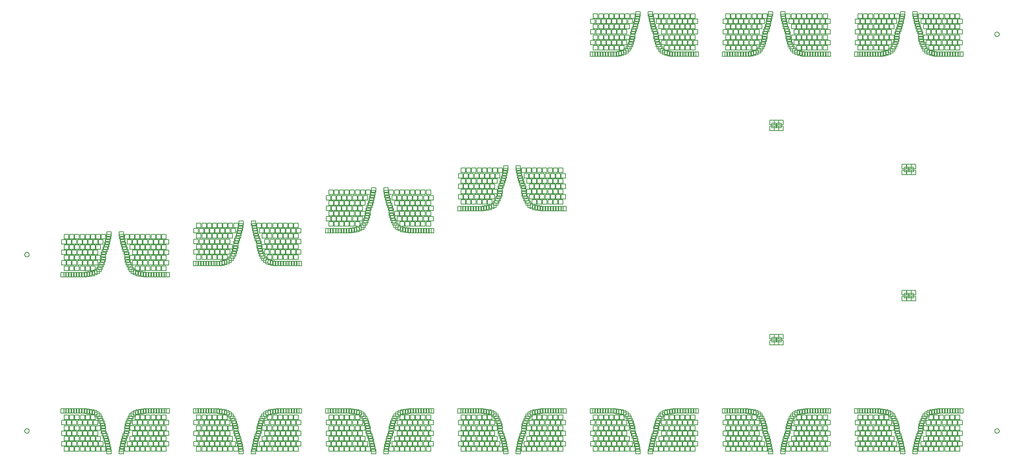
<source format=gbr>
%FSTAX66Y66*%
%MOMM*%
%SFA1B1*%

%IPPOS*%
%ADD32C,0.169330*%
%ADD34C,0.127000*%
%LNmtrl_0mm_thru_drawing_1-1*%
%LPD*%
G54D32*
X00000550799Y000044999986D02*
D01*
X00000550677Y000045035444*
X000005503062Y000045070699*
X00000549689Y000045105624*
X00000548833Y000045140016*
X000005477357Y000045173747*
X000005464073Y000045206615*
X000005448528Y000045238492*
X000005430799Y0000452692*
X000005410987Y000045298588*
X000005389143Y000045326528*
X000005365419Y000045352893*
X000005339918Y000045377506*
X000005312765Y000045400315*
X000005284063Y000045421143*
X00000525399Y000045439939*
X000005222697Y000045456576*
X000005190286Y000045471003*
X000005156987Y000045483145*
X0000051229Y000045492898*
X000005088204Y00004550029*
X000005053101Y000045505217*
X000005017719Y000045507681*
X00000498226*
X000004946904Y000045505217*
X000004911775Y00004550029*
X000004877104Y000045492898*
X000004843018Y000045483145*
X000004809693Y000045471003*
X000004777308Y000045456576*
X00000474599Y000045439939*
X000004715916Y000045421143*
X000004687239Y000045400315*
X000004660087Y000045377506*
X00000463456Y000045352893*
X000004610836Y000045326528*
X000004589018Y000045298588*
X00000456918Y0000452692*
X000004551451Y000045238492*
X000004535906Y000045206615*
X000004522622Y000045173747*
X000004511675Y000045140016*
X000004503089Y000045105624*
X000004496943Y000045070699*
X000004493234Y000045035444*
X00000449199Y000044999986*
X000004493234Y000044964553*
X000004496943Y000044929298*
X000004503089Y000044894373*
X000004511675Y000044859981*
X000004522622Y00004482625*
X000004535906Y000044793382*
X000004551451Y000044761505*
X00000456918Y000044730797*
X000004589018Y000044701409*
X000004610836Y000044673469*
X00000463456Y000044647104*
X000004660087Y000044622491*
X000004687239Y000044599682*
X000004715916Y000044578854*
X00000474599Y000044560058*
X000004777308Y000044543421*
X000004809693Y000044528994*
X000004843018Y000044516852*
X000004877104Y000044507099*
X000004911775Y000044499707*
X000004946904Y00004449478*
X00000498226Y000044492316*
X000005017719*
X000005053101Y00004449478*
X000005088204Y000044499707*
X0000051229Y000044507099*
X000005156987Y000044516852*
X000005190286Y000044528994*
X000005222697Y000044543421*
X00000525399Y000044560058*
X000005284063Y000044578854*
X000005312765Y000044599682*
X000005339918Y000044622491*
X000005365419Y000044647104*
X000005389143Y000044673469*
X000005410987Y000044701409*
X000005430799Y000044730797*
X000005448528Y000044761505*
X000005464073Y000044793382*
X000005477357Y00004482625*
X00000548833Y000044859981*
X00000549689Y000044894373*
X000005503062Y000044929298*
X00000550677Y000044964553*
X00000550799Y000044999986*
X000225507981Y000094999987D02*
D01*
X000225506737Y00009503542*
X000225503054Y000095070676*
X000225496882Y000095105601*
X000225488296Y000095139992*
X000225477349Y000095173723*
X000225464065Y000095206591*
X00022544852Y000095238468*
X000225430791Y000095269177*
X000225410979Y000095298564*
X000225389135Y000095326504*
X000225365411Y00009535287*
X00022533991Y000095377482*
X000225312732Y000095400291*
X000225284055Y000095421119*
X000225253981Y000095439915*
X000225222689Y000095456552*
X000225190278Y00009547098*
X000225156979Y000095483121*
X000225122892Y0000954929*
X000225088196Y000095500266*
X000225053093Y000095505193*
X000225017711Y000095507657*
X000224982252*
X000224946895Y000095505193*
X000224911767Y000095500266*
X000224877096Y0000954929*
X000224843009Y000095483121*
X000224809685Y00009547098*
X0002247773Y000095456552*
X000224745981Y000095439915*
X000224715908Y000095421119*
X000224687231Y000095400291*
X000224660079Y000095377482*
X000224634552Y00009535287*
X000224610828Y000095326504*
X000224589009Y000095298564*
X000224569172Y000095269177*
X000224551443Y000095238468*
X000224535898Y000095206591*
X000224522614Y000095173723*
X000224511666Y000095139992*
X000224503081Y000095105601*
X000224496934Y000095070676*
X000224493226Y00009503542*
X000224491981Y000094999987*
X000224493226Y000094964529*
X000224496934Y000094929274*
X000224503081Y000094894349*
X000224511666Y000094859957*
X000224522614Y000094826226*
X000224535898Y000094793358*
X000224551443Y000094761481*
X000224569172Y000094730773*
X000224589009Y000094701385*
X000224610828Y000094673445*
X000224634552Y00009464708*
X000224660079Y000094622467*
X000224687231Y000094599658*
X000224715908Y00009457883*
X000224745981Y000094560034*
X0002247773Y000094543397*
X000224809685Y00009452897*
X000224843009Y000094516829*
X000224877096Y000094507075*
X000224911767Y000094499684*
X000224946895Y000094494756*
X000224982252Y000094492292*
X000225017711*
X000225053093Y000094494756*
X000225088196Y000094499684*
X000225122892Y000094507075*
X000225156979Y000094516829*
X000225190278Y00009452897*
X000225222689Y000094543397*
X000225253981Y000094560034*
X000225284055Y00009457883*
X000225312732Y000094599658*
X00022533991Y000094622467*
X000225365411Y00009464708*
X000225389135Y000094673445*
X000225410979Y000094701385*
X000225430791Y000094730773*
X00022544852Y000094761481*
X000225464065Y000094793358*
X000225477349Y000094826226*
X000225488296Y000094859957*
X000225496882Y000094894349*
X000225503054Y000094929274*
X000225506737Y000094964529*
X000225507981Y000094999987*
Y000005001615D02*
D01*
X000225506737Y000005037048*
X000225503054Y000005072303*
X000225496882Y000005107228*
X000225488296Y00000514162*
X000225477349Y000005175351*
X000225464065Y000005208219*
X00022544852Y000005240096*
X000225430791Y000005270804*
X000225410979Y000005300192*
X000225389135Y000005328132*
X000225365411Y000005354497*
X00022533991Y000005379135*
X000225312732Y000005401919*
X000225284055Y000005422747*
X000225253981Y000005441543*
X000225222689Y000005458206*
X000225190278Y000005472607*
X000225156979Y000005484749*
X000225122892Y000005494528*
X000225088196Y000005501894*
X000225053093Y000005506821*
X000225017711Y000005509285*
X000224982252*
X000224946895Y000005506821*
X000224911767Y000005501894*
X000224877096Y000005494528*
X000224843009Y000005484749*
X000224809685Y000005472607*
X0002247773Y000005458206*
X000224745981Y000005441543*
X000224715908Y000005422747*
X000224687231Y000005401919*
X000224660079Y000005379135*
X000224634552Y000005354497*
X000224610828Y000005328132*
X000224589009Y000005300192*
X000224569172Y000005270804*
X000224551443Y000005240096*
X000224535898Y000005208219*
X000224522614Y000005175351*
X000224511666Y00000514162*
X000224503081Y000005107228*
X000224496934Y000005072303*
X000224493226Y000005037048*
X000224491981Y000005001615*
X000224493226Y000004966182*
X000224496934Y000004930902*
X000224503081Y000004895977*
X000224511666Y000004861585*
X000224522614Y000004827854*
X000224535898Y000004794986*
X000224551443Y000004763109*
X000224569172Y000004732401*
X000224589009Y000004703013*
X000224610828Y000004675073*
X000224634552Y000004648733*
X000224660079Y000004624095*
X000224687231Y000004601286*
X000224715908Y000004580458*
X000224745981Y000004561662*
X0002247773Y000004545025*
X000224809685Y000004530598*
X000224843009Y000004518482*
X000224877096Y000004508703*
X000224911767Y000004501337*
X000224946895Y000004496384*
X000224982252Y00000449392*
X000225017711*
X000225053093Y000004496384*
X000225088196Y000004501337*
X000225122892Y000004508703*
X000225156979Y000004518482*
X000225190278Y000004530598*
X000225222689Y000004545025*
X000225253981Y000004561662*
X000225284055Y000004580458*
X000225312732Y000004601286*
X00022533991Y000004624095*
X000225365411Y000004648733*
X000225389135Y000004675073*
X000225410979Y000004703013*
X000225430791Y000004732401*
X00022544852Y000004763109*
X000225464065Y000004794986*
X000225477349Y000004827854*
X000225488296Y000004861585*
X000225496882Y000004895977*
X000225503054Y000004930902*
X000225506737Y000004966182*
X000225507981Y000005001615*
X00000550799Y000005000015D02*
D01*
X00000550677Y000005035448*
X000005503062Y000005070703*
X00000549689Y000005105628*
X00000548833Y00000514002*
X000005477357Y000005173751*
X000005464073Y000005206619*
X000005448528Y000005238496*
X000005430799Y000005269204*
X000005410987Y000005298592*
X000005389143Y000005326532*
X000005365419Y000005352897*
X000005339918Y000005377535*
X000005312765Y000005400319*
X000005284063Y000005421147*
X00000525399Y000005439943*
X000005222697Y000005456605*
X000005190286Y000005471007*
X000005156987Y000005483148*
X0000051229Y000005492927*
X000005088204Y000005500293*
X000005053101Y000005505221*
X000005017719Y000005507685*
X00000498226*
X000004946904Y000005505221*
X000004911775Y000005500293*
X000004877104Y000005492927*
X000004843018Y000005483148*
X000004809693Y000005471007*
X000004777308Y000005456605*
X00000474599Y000005439943*
X000004715916Y000005421147*
X000004687239Y000005400319*
X000004660087Y000005377535*
X00000463456Y000005352897*
X000004610836Y000005326532*
X000004589018Y000005298592*
X00000456918Y000005269204*
X000004551451Y000005238496*
X000004535906Y000005206619*
X000004522622Y000005173751*
X000004511675Y00000514002*
X000004503089Y000005105628*
X000004496943Y000005070703*
X000004493234Y000005035448*
X00000449199Y000005000015*
X000004493234Y000004964582*
X000004496943Y000004929301*
X000004503089Y000004894376*
X000004511675Y000004859985*
X000004522622Y000004826254*
X000004535906Y000004793386*
X000004551451Y000004761509*
X00000456918Y0000047308*
X000004589018Y000004701413*
X000004610836Y000004673473*
X00000463456Y000004647133*
X000004660087Y000004622495*
X000004687239Y000004599686*
X000004715916Y000004578858*
X00000474599Y000004560062*
X000004777308Y000004543425*
X000004809693Y000004528997*
X000004843018Y000004516882*
X000004877104Y000004507103*
X000004911775Y000004499737*
X000004946904Y000004494784*
X00000498226Y00000449232*
X000005017719*
X000005053101Y000004494784*
X000005088204Y000004499737*
X0000051229Y000004507103*
X000005156987Y000004516882*
X000005190286Y000004528997*
X000005222697Y000004543425*
X00000525399Y000004560062*
X000005284063Y000004578858*
X000005312765Y000004599686*
X000005339918Y000004622495*
X000005365419Y000004647133*
X000005389143Y000004673473*
X000005410987Y000004701413*
X000005430799Y0000047308*
X000005448528Y000004761509*
X000005464073Y000004793386*
X000005477357Y000004826254*
X00000548833Y000004859985*
X00000549689Y000004894376*
X000005503062Y000004929301*
X00000550677Y000004964582*
X00000550799Y000005000015*
G54D34*
X000171095314Y000007321575D02*
Y000008337575D01*
X000172111289*
Y000007321575*
X000171095314*
X00017186402Y000004458055D02*
Y000005474055D01*
X000172880045*
Y000004458055*
X00017186402*
X00016752001Y000009046489D02*
Y000010062489D01*
X00016853601*
Y000009046489*
X00016752001*
X000163320018D02*
Y000010062489D01*
X000164335993*
Y000009046489*
X000163320018*
X000172865389Y000001013891D02*
Y000002029891D01*
X000173881389*
Y000001013891*
X000172865389*
X000173092211Y-000000161442D02*
Y000000854532D01*
X000174108211*
Y-000000161442*
X000173092211*
X000172595159Y00000217998D02*
Y00000319598D01*
X000173611159*
Y00000217998*
X000172595159*
X000169292701Y000008770213D02*
Y000009786213D01*
X000170308701*
Y000008770213*
X000169292701*
X000170786958Y000007835188D02*
Y000008851188D01*
X000171802958*
Y000007835188*
X000170786958*
X000171710223Y000005639358D02*
Y000006655358D01*
X000172726223*
Y000005639358*
X000171710223*
X000164520016Y000009046489D02*
Y000010062489D01*
X000165536016*
Y000009046489*
X000164520016*
X000165720014D02*
Y000010062489D01*
X000166736014*
Y000009046489*
X000165720014*
X000168114421Y00000897641D02*
Y00000999241D01*
X000169130446*
Y00000897641*
X000168114421*
X000166919986Y000009046489D02*
Y000010062489D01*
X000167936011*
Y000009046489*
X000166919986*
X00016272002D02*
Y000010062489D01*
X00016373602*
Y000009046489*
X00016272002*
X000171846163Y000005056479D02*
Y000006072479D01*
X000172862163*
Y000005056479*
X000171846163*
X000168706723Y000008890838D02*
Y000009906838D01*
X000169722723*
Y000008890838*
X000168706723*
X000163919992Y000009046489D02*
Y000010062489D01*
X000164936017*
Y000009046489*
X000163919992*
X000172252513Y000003326663D02*
Y000004342663D01*
X000173268538*
Y000003326663*
X000172252513*
X000172983245Y000000427075D02*
Y000001443075D01*
X000173999245*
Y000000427075*
X000172983245*
X000171547891Y00000621543D02*
Y00000723143D01*
X000172563917*
Y00000621543*
X000171547891*
X000165120015Y000009046489D02*
Y000010062489D01*
X000166136015*
Y000009046489*
X000165120015*
X000172031939Y000003882745D02*
Y000004898745D01*
X000173047914*
Y000003882745*
X000172031939*
X000171348806Y000006779717D02*
Y000007795717D01*
X000172364806*
Y000006779717*
X000171348806*
X000170374437Y00000826996D02*
Y00000928596D01*
X000171390437*
Y00000826996*
X000170374437*
X000169860137Y00000857758D02*
Y00000959358D01*
X000170876137*
Y00000857758*
X000169860137*
X000166320012Y000009046489D02*
Y000010062489D01*
X000167335987*
Y000009046489*
X000166320012*
X000172736383Y000001598345D02*
Y000002614345D01*
X000173752383*
Y000001598345*
X000172736383*
X000172435951Y000002756966D02*
Y000003772966D01*
X000173451977*
Y000002756966*
X000172435951*
X000176548008D02*
Y000003772966D01*
X000177564008*
Y000002756966*
X000176548008*
X000176247577Y000001598345D02*
Y000002614345D01*
X000177263602*
Y000001598345*
X000176247577*
X000182663973Y000009046489D02*
Y000010062489D01*
X000183679973*
Y000009046489*
X000182663973*
X000179123848Y00000857758D02*
Y00000959358D01*
X000180139848*
Y00000857758*
X000179123848*
X000178609548Y00000826996D02*
Y00000928596D01*
X000179625548*
Y00000826996*
X000178609548*
X000177635179Y000006779717D02*
Y000007795717D01*
X000178651179*
Y000006779717*
X000177635179*
X000176952071Y000003882745D02*
Y000004898745D01*
X000177968071*
Y000003882745*
X000176952071*
X00018386397Y000009046489D02*
Y000010062489D01*
X00018487997*
Y000009046489*
X00018386397*
X000177436094Y00000621543D02*
Y00000723143D01*
X000178452068*
Y00000621543*
X000177436094*
X00017600074Y000000427075D02*
Y000001443075D01*
X00017701674*
Y000000427075*
X00017600074*
X000176731472Y000003326663D02*
Y000004342663D01*
X000177747447*
Y000003326663*
X000176731472*
X000185063993Y000009046489D02*
Y000010062489D01*
X000186079968*
Y000009046489*
X000185063993*
X000180277262Y000008890838D02*
Y000009906838D01*
X000181293262*
Y000008890838*
X000180277262*
X000177137822Y000005056479D02*
Y000006072479D01*
X000178153822*
Y000005056479*
X000177137822*
X000186263965Y000009046489D02*
Y000010062489D01*
X000187279965*
Y000009046489*
X000186263965*
X000182063999D02*
Y000010062489D01*
X000183079974*
Y000009046489*
X000182063999*
X000180869564Y00000897641D02*
Y00000999241D01*
X000181885564*
Y00000897641*
X000180869564*
X000183263971Y000009046489D02*
Y000010062489D01*
X000184279971*
Y000009046489*
X000183263971*
X000184463969D02*
Y000010062489D01*
X000185479994*
Y000009046489*
X000184463969*
X000177273762Y000005639358D02*
Y000006655358D01*
X000178289762*
Y000005639358*
X000177273762*
X000178197027Y000007835188D02*
Y000008851188D01*
X000179213027*
Y000007835188*
X000178197027*
X000179691284Y000008770213D02*
Y000009786213D01*
X000180707309*
Y000008770213*
X000179691284*
X000176388826Y00000217998D02*
Y00000319598D01*
X000177404826*
Y00000217998*
X000176388826*
X000175891774Y-000000161442D02*
Y000000854532D01*
X000176907774*
Y-000000161442*
X000175891774*
X000176118596Y000001013891D02*
Y000002029891D01*
X000177134596*
Y000001013891*
X000176118596*
X000185663967Y000009046489D02*
Y000010062489D01*
X000186679967*
Y000009046489*
X000185663967*
X000181463975D02*
Y000010062489D01*
X000182479975*
Y000009046489*
X000181463975*
X00017711994Y000004458055D02*
Y000005474055D01*
X00017813594*
Y000004458055*
X00017711994*
X000177888671Y000007321575D02*
Y000008337575D01*
X000178904671*
Y000007321575*
X000177888671*
X000165247955Y000001573911D02*
Y000002589911D01*
X000166263929*
Y000001573911*
X000165247955*
X00016464793Y000007573899D02*
Y000008589899D01*
X000165663956*
Y000007573899*
X00016464793*
X000186136051Y000003973906D02*
Y000004989906D01*
X000187152026*
Y000003973906*
X000186136051*
X000185536052Y000002773908D02*
Y000003789908D01*
X000186552052*
Y000002773908*
X000185536052*
X000180136038Y000003973906D02*
Y000004989906D01*
X000181152038*
Y000003973906*
X000180136038*
X000163447933Y000002773908D02*
Y000003789908D01*
X000164463933*
Y000002773908*
X000163447933*
X000183136057Y000007573899D02*
Y000008589899D01*
X000184152032*
Y000007573899*
X000183136057*
X000167647924Y000006373901D02*
Y000007389901D01*
X00016866395*
Y000006373901*
X000167647924*
X000164047932D02*
Y000007389901D01*
X000165063932*
Y000006373901*
X000164047932*
X000163447933Y000005173903D02*
Y000006189903D01*
X000164463933*
Y000005173903*
X000163447933*
X000179536039Y000002773908D02*
Y000003789908D01*
X000180552039*
Y000002773908*
X000179536039*
X000162847934Y000006373901D02*
Y000007389901D01*
X000163863934*
Y000006373901*
X000162847934*
X00017004792Y000003973906D02*
Y000004989906D01*
X000171063945*
Y000003973906*
X00017004792*
Y000006373901D02*
Y000007389901D01*
X000171063945*
Y000006373901*
X00017004792*
X000168247949Y000007573899D02*
Y000008589899D01*
X000169263949*
Y000007573899*
X000168247949*
X000163447933Y000000373913D02*
Y000001389913D01*
X000164463933*
Y000000373913*
X000163447933*
X000180136038Y000006373901D02*
Y000007389901D01*
X000181152038*
Y000006373901*
X000180136038*
X000171247943Y000001573911D02*
Y000002589911D01*
X000172263943*
Y000001573911*
X000171247943*
X000181336035Y000003973906D02*
Y000004989906D01*
X000182352061*
Y000003973906*
X000181336035*
X000179536039Y000007573899D02*
Y000008589899D01*
X000180552039*
Y000007573899*
X000179536039*
Y000005173903D02*
Y000006189903D01*
X000180552039*
Y000005173903*
X000179536039*
X000181936059Y000007573899D02*
Y000008589899D01*
X000182952059*
Y000007573899*
X000181936059*
X000168247949Y000000373913D02*
Y000001389913D01*
X000169263949*
Y000000373913*
X000168247949*
X000184336055Y000002773908D02*
Y000003789908D01*
X000185352055*
Y000002773908*
X000184336055*
X00017004792Y000001573911D02*
Y000002589911D01*
X000171063945*
Y000001573911*
X00017004792*
X000184936053Y000003973906D02*
Y000004989906D01*
X000185952053*
Y000003973906*
X000184936053*
X000186136051Y000006373901D02*
Y000007389901D01*
X000187152026*
Y000006373901*
X000186136051*
X000182536058Y000001573911D02*
Y000002589911D01*
X000183552058*
Y000001573911*
X000182536058*
X000168847947Y000003973906D02*
Y000004989906D01*
X000169863947*
Y000003973906*
X000168847947*
X000165847928Y000007573899D02*
Y000008589899D01*
X000166863928*
Y000007573899*
X000165847928*
X000164047932Y000003973906D02*
Y000004989906D01*
X000165063932*
Y000003973906*
X000164047932*
X00016464793Y000000373913D02*
Y000001389913D01*
X000165663956*
Y000000373913*
X00016464793*
X00018373603Y000003973906D02*
Y000004989906D01*
X000184752056*
Y000003973906*
X00018373603*
X000167647924Y000001573911D02*
Y000002589911D01*
X00016866395*
Y000001573911*
X000167647924*
Y000003973906D02*
Y000004989906D01*
X00016866395*
Y000003973906*
X000167647924*
X00018373603Y000006373901D02*
Y000007389901D01*
X000184752056*
Y000006373901*
X00018373603*
X000184936053Y000001573911D02*
Y000002589911D01*
X000185952053*
Y000001573911*
X000184936053*
X000183136057Y000000373913D02*
Y000001389913D01*
X000184152032*
Y000000373913*
X000183136057*
X000170647944Y000002773908D02*
Y000003789908D01*
X000171663944*
Y000002773908*
X000170647944*
X000162847934Y000003973906D02*
Y000004989906D01*
X000163863934*
Y000003973906*
X000162847934*
X000185536052Y000005173903D02*
Y000006189903D01*
X000186552052*
Y000005173903*
X000185536052*
X000180736036Y000000373913D02*
Y000001389913D01*
X000181752036*
Y000000373913*
X000180736036*
X000167047926Y000005173903D02*
Y000006189903D01*
X000168063926*
Y000005173903*
X000167047926*
X000182536058Y000006373901D02*
Y000007389901D01*
X000183552058*
Y000006373901*
X000182536058*
X000183136057Y000005173903D02*
Y000006189903D01*
X000184152032*
Y000005173903*
X000183136057*
X000184936053Y000006373901D02*
Y000007389901D01*
X000185952053*
Y000006373901*
X000184936053*
X000181936059Y000002773908D02*
Y000003789908D01*
X000182952059*
Y000002773908*
X000181936059*
X000163447933Y000007573899D02*
Y000008589899D01*
X000164463933*
Y000007573899*
X000163447933*
X000179536039Y000000373913D02*
Y000001389913D01*
X000180552039*
Y000000373913*
X000179536039*
X000165247955Y000003973906D02*
Y000004989906D01*
X000166263929*
Y000003973906*
X000165247955*
X000178336041Y000002773908D02*
Y000003789908D01*
X000179352067*
Y000002773908*
X000178336041*
X000166447927Y000006373901D02*
Y000007389901D01*
X000167463927*
Y000006373901*
X000166447927*
X000185536052Y000007573899D02*
Y000008589899D01*
X000186552052*
Y000007573899*
X000185536052*
X000178336041Y000005173903D02*
Y000006189903D01*
X000179352067*
Y000005173903*
X000178336041*
X000183136057Y000002773908D02*
Y000003789908D01*
X000184152032*
Y000002773908*
X000183136057*
X000177736042Y000001573911D02*
Y000002589911D01*
X000178752042*
Y000001573911*
X000177736042*
X000166447927D02*
Y000002589911D01*
X000167463927*
Y000001573911*
X000166447927*
X000169447946Y000000373913D02*
Y000001389913D01*
X000170463921*
Y000000373913*
X000169447946*
Y000002773908D02*
Y000003789908D01*
X000170463921*
Y000002773908*
X000169447946*
X000165847928Y000005173903D02*
Y000006189903D01*
X000166863928*
Y000005173903*
X000165847928*
Y000002773908D02*
Y000003789908D01*
X000166863928*
Y000002773908*
X000165847928*
X000181936059Y000000373913D02*
Y000001389913D01*
X000182952059*
Y000000373913*
X000181936059*
X000167047926D02*
Y000001389913D01*
X000168063926*
Y000000373913*
X000167047926*
X000170647944D02*
Y000001389913D01*
X000171663944*
Y000000373913*
X000170647944*
X000168247949Y000002773908D02*
Y000003789908D01*
X000169263949*
Y000002773908*
X000168247949*
X00016464793D02*
Y000003789908D01*
X000165663956*
Y000002773908*
X00016464793*
X000166447927Y000003973906D02*
Y000004989906D01*
X000167463927*
Y000003973906*
X000166447927*
X000169447946Y000005173903D02*
Y000006189903D01*
X000170463921*
Y000005173903*
X000169447946*
X00018373603Y000001573911D02*
Y000002589911D01*
X000184752056*
Y000001573911*
X00018373603*
X000165847928Y000000373913D02*
Y000001389913D01*
X000166863928*
Y000000373913*
X000165847928*
X000168847947Y000001573911D02*
Y000002589911D01*
X000169863947*
Y000001573911*
X000168847947*
X000164047932D02*
Y000002589911D01*
X000165063932*
Y000001573911*
X000164047932*
X000178936065Y000006373901D02*
Y000007389901D01*
X00017995204*
Y000006373901*
X000178936065*
X000177136044Y000000373913D02*
Y000001389913D01*
X000178152044*
Y000000373913*
X000177136044*
X000178936065Y000001573911D02*
Y000002589911D01*
X00017995204*
Y000001573911*
X000178936065*
X000181336035Y000006373901D02*
Y000007389901D01*
X000182352061*
Y000006373901*
X000181336035*
X000170647944Y000005173903D02*
Y000006189903D01*
X000171663944*
Y000005173903*
X000170647944*
X000169447946Y000007573899D02*
Y000008589899D01*
X000170463921*
Y000007573899*
X000169447946*
X000184336055Y000000373913D02*
Y000001389913D01*
X000185352055*
Y000000373913*
X000184336055*
X000171847941D02*
Y000001389913D01*
X000172863941*
Y000000373913*
X000171847941*
X000184336055Y000007573899D02*
Y000008589899D01*
X000185352055*
Y000007573899*
X000184336055*
X000162847934Y000001573911D02*
Y000002589911D01*
X000163863934*
Y000001573911*
X000162847934*
X000181336035D02*
Y000002589911D01*
X000182352061*
Y000001573911*
X000181336035*
X000180736036Y000002773908D02*
Y000003789908D01*
X000181752036*
Y000002773908*
X000180736036*
X000180136038Y000001573911D02*
Y000002589911D01*
X000181152038*
Y000001573911*
X000180136038*
X00016464793Y000005173903D02*
Y000006189903D01*
X000165663956*
Y000005173903*
X00016464793*
X000167047926Y000007573899D02*
Y000008589899D01*
X000168063926*
Y000007573899*
X000167047926*
X000180736036D02*
Y000008589899D01*
X000181752036*
Y000007573899*
X000180736036*
X000182536058Y000003973906D02*
Y000004989906D01*
X000183552058*
Y000003973906*
X000182536058*
X000181936059Y000005173903D02*
Y000006189903D01*
X000182952059*
Y000005173903*
X000181936059*
X000186136051Y000001573911D02*
Y000002589911D01*
X000187152026*
Y000001573911*
X000186136051*
X000165247955Y000006373901D02*
Y000007389901D01*
X000166263929*
Y000006373901*
X000165247955*
X000168847947D02*
Y000007389901D01*
X000169863947*
Y000006373901*
X000168847947*
X000180736036Y000005173903D02*
Y000006189903D01*
X000181752036*
Y000005173903*
X000180736036*
X000178936065Y000003973906D02*
Y000004989906D01*
X00017995204*
Y000003973906*
X000178936065*
X000178336041Y000000373913D02*
Y000001389913D01*
X000179352067*
Y000000373913*
X000178336041*
X000185536052D02*
Y000001389913D01*
X000186552052*
Y000000373913*
X000185536052*
X000167047926Y000002773908D02*
Y000003789908D01*
X000168063926*
Y000002773908*
X000167047926*
X000168247949Y000005173903D02*
Y000006189903D01*
X000169263949*
Y000005173903*
X000168247949*
X000184336055D02*
Y000006189903D01*
X000185352055*
Y000005173903*
X000184336055*
X000154336038Y000005173497D02*
Y000006189497D01*
X000155352064*
Y000005173497*
X000154336038*
X000138247958D02*
Y000006189497D01*
X000139263932*
Y000005173497*
X000138247958*
X000137047935Y000002773502D02*
Y000003789502D01*
X000138063935*
Y000002773502*
X000137047935*
X000155536036Y000000373507D02*
Y000001389507D01*
X000156552036*
Y000000373507*
X000155536036*
X00014833605D02*
Y000001389507D01*
X00014935205*
Y000000373507*
X00014833605*
X000148936049Y000003973499D02*
Y000004989499D01*
X000149952049*
Y000003973499*
X000148936049*
X000150736046Y000005173497D02*
Y000006189497D01*
X000151752046*
Y000005173497*
X000150736046*
X000138847931Y000006373495D02*
Y000007389495D01*
X000139863931*
Y000006373495*
X000138847931*
X000135247938D02*
Y000007389495D01*
X000136263938*
Y000006373495*
X000135247938*
X000156136035Y000001573504D02*
Y000002589504D01*
X000157152035*
Y000001573504*
X000156136035*
X000151936069Y000005173497D02*
Y000006189497D01*
X000152952043*
Y000005173497*
X000151936069*
X000152536042Y000003973499D02*
Y000004989499D01*
X000153552042*
Y000003973499*
X000152536042*
X000150736046Y000007573518D02*
Y000008589518D01*
X000151752046*
Y000007573518*
X000150736046*
X000137047935D02*
Y000008589518D01*
X000138063935*
Y000007573518*
X000137047935*
X00013464794Y000005173497D02*
Y000006189497D01*
X00013566394*
Y000005173497*
X00013464794*
X000150136047Y000001573504D02*
Y000002589504D01*
X000151152047*
Y000001573504*
X000150136047*
X000150736046Y000002773502D02*
Y000003789502D01*
X000151752046*
Y000002773502*
X000150736046*
X000151336044Y000001573504D02*
Y000002589504D01*
X000152352044*
Y000001573504*
X000151336044*
X000132847943D02*
Y000002589504D01*
X000133863943*
Y000001573504*
X000132847943*
X000154336038Y000007573518D02*
Y000008589518D01*
X000155352064*
Y000007573518*
X000154336038*
X000141847925Y000000373507D02*
Y000001389507D01*
X000142863925*
Y000000373507*
X000141847925*
X000154336038D02*
Y000001389507D01*
X000155352064*
Y000000373507*
X000154336038*
X00013944793Y000007573518D02*
Y000008589518D01*
X00014046393*
Y000007573518*
X00013944793*
X000140647928Y000005173497D02*
Y000006189497D01*
X000141663953*
Y000005173497*
X000140647928*
X000151336044Y000006373495D02*
Y000007389495D01*
X000152352044*
Y000006373495*
X000151336044*
X000148936049Y000001573504D02*
Y000002589504D01*
X000149952049*
Y000001573504*
X000148936049*
X000147136053Y000000373507D02*
Y000001389507D01*
X000148152027*
Y000000373507*
X000147136053*
X000148936049Y000006373495D02*
Y000007389495D01*
X000149952049*
Y000006373495*
X000148936049*
X000134047915Y000001573504D02*
Y000002589504D01*
X000135063941*
Y000001573504*
X000134047915*
X000138847931D02*
Y000002589504D01*
X000139863931*
Y000001573504*
X000138847931*
X000135847937Y000000373507D02*
Y000001389507D01*
X000136863937*
Y000000373507*
X000135847937*
X00015373604Y000001573504D02*
Y000002589504D01*
X00015475204*
Y000001573504*
X00015373604*
X00013944793Y000005173497D02*
Y000006189497D01*
X00014046393*
Y000005173497*
X00013944793*
X000136447936Y000003973499D02*
Y000004989499D01*
X000137463936*
Y000003973499*
X000136447936*
X00013464794Y000002773502D02*
Y000003789502D01*
X00013566394*
Y000002773502*
X00013464794*
X000138247958D02*
Y000003789502D01*
X000139263932*
Y000002773502*
X000138247958*
X000140647928Y000000373507D02*
Y000001389507D01*
X000141663953*
Y000000373507*
X000140647928*
X000137047935D02*
Y000001389507D01*
X000138063935*
Y000000373507*
X000137047935*
X000151936069D02*
Y000001389507D01*
X000152952043*
Y000000373507*
X000151936069*
X000135847937Y000002773502D02*
Y000003789502D01*
X000136863937*
Y000002773502*
X000135847937*
Y000005173497D02*
Y000006189497D01*
X000136863937*
Y000005173497*
X000135847937*
X00013944793Y000002773502D02*
Y000003789502D01*
X00014046393*
Y000002773502*
X00013944793*
Y000000373507D02*
Y000001389507D01*
X00014046393*
Y000000373507*
X00013944793*
X000136447936Y000001573504D02*
Y000002589504D01*
X000137463936*
Y000001573504*
X000136447936*
X000147736026D02*
Y000002589504D01*
X000148752052*
Y000001573504*
X000147736026*
X000153136041Y000002773502D02*
Y000003789502D01*
X000154152041*
Y000002773502*
X000153136041*
X00014833605Y000005173497D02*
Y000006189497D01*
X00014935205*
Y000005173497*
X00014833605*
X000155536036Y000007573518D02*
Y000008589518D01*
X000156552036*
Y000007573518*
X000155536036*
X000136447936Y000006373495D02*
Y000007389495D01*
X000137463936*
Y000006373495*
X000136447936*
X00014833605Y000002773502D02*
Y000003789502D01*
X00014935205*
Y000002773502*
X00014833605*
X000135247938Y000003973499D02*
Y000004989499D01*
X000136263938*
Y000003973499*
X000135247938*
X000149536048Y000000373507D02*
Y000001389507D01*
X000150552048*
Y000000373507*
X000149536048*
X000133447942Y000007573518D02*
Y000008589518D01*
X000134463917*
Y000007573518*
X000133447942*
X000151936069Y000002773502D02*
Y000003789502D01*
X000152952043*
Y000002773502*
X000151936069*
X000154936063Y000006373495D02*
Y000007389495D01*
X000155952037*
Y000006373495*
X000154936063*
X000153136041Y000005173497D02*
Y000006189497D01*
X000154152041*
Y000005173497*
X000153136041*
X000152536042Y000006373495D02*
Y000007389495D01*
X000153552042*
Y000006373495*
X000152536042*
X000137047935Y000005173497D02*
Y000006189497D01*
X000138063935*
Y000005173497*
X000137047935*
X000150736046Y000000373507D02*
Y000001389507D01*
X000151752046*
Y000000373507*
X000150736046*
X000155536036Y000005173497D02*
Y000006189497D01*
X000156552036*
Y000005173497*
X000155536036*
X000132847943Y000003973499D02*
Y000004989499D01*
X000133863943*
Y000003973499*
X000132847943*
X000140647928Y000002773502D02*
Y000003789502D01*
X000141663953*
Y000002773502*
X000140647928*
X000153136041Y000000373507D02*
Y000001389507D01*
X000154152041*
Y000000373507*
X000153136041*
X000154936063Y000001573504D02*
Y000002589504D01*
X000155952037*
Y000001573504*
X000154936063*
X00015373604Y000006373495D02*
Y000007389495D01*
X00015475204*
Y000006373495*
X00015373604*
X000137647934Y000003973499D02*
Y000004989499D01*
X000138663959*
Y000003973499*
X000137647934*
Y000001573504D02*
Y000002589504D01*
X000138663959*
Y000001573504*
X000137647934*
X00015373604Y000003973499D02*
Y000004989499D01*
X00015475204*
Y000003973499*
X00015373604*
X00013464794Y000000373507D02*
Y000001389507D01*
X00013566394*
Y000000373507*
X00013464794*
X000134047915Y000003973499D02*
Y000004989499D01*
X000135063941*
Y000003973499*
X000134047915*
X000135847937Y000007573518D02*
Y000008589518D01*
X000136863937*
Y000007573518*
X000135847937*
X000138847931Y000003973499D02*
Y000004989499D01*
X000139863931*
Y000003973499*
X000138847931*
X000152536042Y000001573504D02*
Y000002589504D01*
X000153552042*
Y000001573504*
X000152536042*
X000156136035Y000006373495D02*
Y000007389495D01*
X000157152035*
Y000006373495*
X000156136035*
X000154936063Y000003973499D02*
Y000004989499D01*
X000155952037*
Y000003973499*
X000154936063*
X000140047929Y000001573504D02*
Y000002589504D01*
X000141063929*
Y000001573504*
X000140047929*
X000154336038Y000002773502D02*
Y000003789502D01*
X000155352064*
Y000002773502*
X000154336038*
X000138247958Y000000373507D02*
Y000001389507D01*
X000139263932*
Y000000373507*
X000138247958*
X000151936069Y000007573518D02*
Y000008589518D01*
X000152952043*
Y000007573518*
X000151936069*
X000149536048Y000005173497D02*
Y000006189497D01*
X000150552048*
Y000005173497*
X000149536048*
Y000007573518D02*
Y000008589518D01*
X000150552048*
Y000007573518*
X000149536048*
X000151336044Y000003973499D02*
Y000004989499D01*
X000152352044*
Y000003973499*
X000151336044*
X000141247952Y000001573504D02*
Y000002589504D01*
X000142263926*
Y000001573504*
X000141247952*
X000150136047Y000006373495D02*
Y000007389495D01*
X000151152047*
Y000006373495*
X000150136047*
X000133447942Y000000373507D02*
Y000001389507D01*
X000134463917*
Y000000373507*
X000133447942*
X000138247958Y000007573518D02*
Y000008589518D01*
X000139263932*
Y000007573518*
X000138247958*
X000140047929Y000006373495D02*
Y000007389495D01*
X000141063929*
Y000006373495*
X000140047929*
Y000003973499D02*
Y000004989499D01*
X000141063929*
Y000003973499*
X000140047929*
X000132847943Y000006373495D02*
Y000007389495D01*
X000133863943*
Y000006373495*
X000132847943*
X000149536048Y000002773502D02*
Y000003789502D01*
X000150552048*
Y000002773502*
X000149536048*
X000133447942Y000005173497D02*
Y000006189497D01*
X000134463917*
Y000005173497*
X000133447942*
X000134047915Y000006373495D02*
Y000007389495D01*
X000135063941*
Y000006373495*
X000134047915*
X000137647934D02*
Y000007389495D01*
X000138663959*
Y000006373495*
X000137647934*
X000153136041Y000007573518D02*
Y000008589518D01*
X000154152041*
Y000007573518*
X000153136041*
X000133447942Y000002773502D02*
Y000003789502D01*
X000134463917*
Y000002773502*
X000133447942*
X000150136047Y000003973499D02*
Y000004989499D01*
X000151152047*
Y000003973499*
X000150136047*
X000155536036Y000002773502D02*
Y000003789502D01*
X000156552036*
Y000002773502*
X000155536036*
X000156136035Y000003973499D02*
Y000004989499D01*
X000157152035*
Y000003973499*
X000156136035*
X00013464794Y000007573518D02*
Y000008589518D01*
X00013566394*
Y000007573518*
X00013464794*
X000135247938Y000001573504D02*
Y000002589504D01*
X000136263938*
Y000001573504*
X000135247938*
X00014788868Y000007321169D02*
Y000008337168D01*
X00014890468*
Y000007321169*
X00014788868*
X000147119949Y000004457674D02*
Y000005473674D01*
X000148135949*
Y000004457674*
X000147119949*
X000151463984Y000009046083D02*
Y000010062083D01*
X000152479984*
Y000009046083*
X000151463984*
X000155663976D02*
Y000010062083D01*
X000156679976*
Y000009046083*
X000155663976*
X000146118605Y000001013485D02*
Y000002029485D01*
X000147134605*
Y000001013485*
X000146118605*
X000145891758Y-000000161848D02*
Y000000854125D01*
X000146907783*
Y-000000161848*
X000145891758*
X000146388836Y000002179599D02*
Y000003195599D01*
X000147404836*
Y000002179599*
X000146388836*
X000149691293Y000008769807D02*
Y000009785807D01*
X000150707293*
Y000008769807*
X000149691293*
X000148197036Y000007834782D02*
Y000008850782D01*
X000149213036*
Y000007834782*
X000148197036*
X000147273746Y000005638952D02*
Y000006654952D01*
X000148289772*
Y000005638952*
X000147273746*
X000154463978Y000009046083D02*
Y000010062083D01*
X000155479978*
Y000009046083*
X000154463978*
X000153263981D02*
Y000010062083D01*
X000154279955*
Y000009046083*
X000153263981*
X000150869548Y000008976029D02*
Y000009992029D01*
X000151885548*
Y000008976029*
X000150869548*
X000152063983Y000009046083D02*
Y000010062083D01*
X000153079983*
Y000009046083*
X000152063983*
X000156263975D02*
Y000010062083D01*
X000157279975*
Y000009046083*
X000156263975*
X000147137805Y000005056073D02*
Y000006072073D01*
X000148153831*
Y000005056073*
X000147137805*
X000150277245Y000008890457D02*
Y000009906457D01*
X000151293245*
Y000008890457*
X000150277245*
X000155063977Y000009046083D02*
Y000010062083D01*
X000156079977*
Y000009046083*
X000155063977*
X000146731456Y000003326257D02*
Y000004342257D01*
X000147747456*
Y000003326257*
X000146731456*
X000146000749Y000000426669D02*
Y000001442669D01*
X000147016749*
Y000000426669*
X000146000749*
X000147436078Y000006215024D02*
Y000007231024D01*
X000148452078*
Y000006215024*
X000147436078*
X000153863979Y000009046083D02*
Y000010062083D01*
X000154879979*
Y000009046083*
X000153863979*
X000146952081Y000003882339D02*
Y000004898339D01*
X000147968055*
Y000003882339*
X000146952081*
X000147635188Y00000677931D02*
Y00000779531D01*
X000148651188*
Y00000677931*
X000147635188*
X000148609558Y000008269554D02*
Y000009285554D01*
X000149625558*
Y000008269554*
X000148609558*
X000149123857Y000008577173D02*
Y000009593173D01*
X000150139857*
Y000008577173*
X000149123857*
X000152663982Y000009046083D02*
Y000010062083D01*
X000153679982*
Y000009046083*
X000152663982*
X000146247586Y000001597964D02*
Y000002613964D01*
X000147263586*
Y000001597964*
X000146247586*
X000146548017Y00000275656D02*
Y00000377256D01*
X000147564017*
Y00000275656*
X000146548017*
X000142435961D02*
Y00000377256D01*
X000143451961*
Y00000275656*
X000142435961*
X000142736392Y000001597964D02*
Y000002613964D01*
X000143752392*
Y000001597964*
X000142736392*
X000136319996Y000009046083D02*
Y000010062083D01*
X000137335996*
Y000009046083*
X000136319996*
X000139860147Y000008577173D02*
Y000009593173D01*
X000140876121*
Y000008577173*
X000139860147*
X00014037442Y000008269554D02*
Y000009285554D01*
X00014139042*
Y000008269554*
X00014037442*
X000141348815Y00000677931D02*
Y00000779531D01*
X00014236479*
Y00000677931*
X000141348815*
X000142031923Y000003882339D02*
Y000004898339D01*
X000143047923*
Y000003882339*
X000142031923*
X000135120024Y000009046083D02*
Y000010062083D01*
X000136135999*
Y000009046083*
X000135120024*
X0001415479Y000006215024D02*
Y000007231024D01*
X0001425639*
Y000006215024*
X0001415479*
X000142983229Y000000426669D02*
Y000001442669D01*
X000143999229*
Y000000426669*
X000142983229*
X000142252522Y000003326257D02*
Y000004342257D01*
X000143268522*
Y000003326257*
X000142252522*
X000133920001Y000009046083D02*
Y000010062083D01*
X000134936001*
Y000009046083*
X000133920001*
X000138706733Y000008890457D02*
Y000009906457D01*
X000139722707*
Y000008890457*
X000138706733*
X000141846173Y000005056073D02*
Y000006072073D01*
X000142862147*
Y000005056073*
X000141846173*
X000132720003Y000009046083D02*
Y000010062083D01*
X000133736003*
Y000009046083*
X000132720003*
X000136919995D02*
Y000010062083D01*
X000137935995*
Y000009046083*
X000136919995*
X00013811443Y000008976029D02*
Y000009992029D01*
X00013913043*
Y000008976029*
X00013811443*
X000135719997Y000009046083D02*
Y000010062083D01*
X000136735997*
Y000009046083*
X000135719997*
X00013452D02*
Y000010062083D01*
X000135536025*
Y000009046083*
X00013452*
X000141710232Y000005638952D02*
Y000006654952D01*
X000142726206*
Y000005638952*
X000141710232*
X000140786942Y000007834782D02*
Y000008850782D01*
X000141802942*
Y000007834782*
X000140786942*
X000139292685Y000008769807D02*
Y000009785807D01*
X000140308711*
Y000008769807*
X000139292685*
X000142595168Y000002179599D02*
Y000003195599D01*
X000143611168*
Y000002179599*
X000142595168*
X000143092195Y-000000161848D02*
Y000000854125D01*
X000144108195*
Y-000000161848*
X000143092195*
X000142865373Y000001013485D02*
Y000002029485D01*
X000143881373*
Y000001013485*
X000142865373*
X000133320002Y000009046083D02*
Y000010062083D01*
X000134336002*
Y000009046083*
X000133320002*
X000137520019D02*
Y000010062083D01*
X000138536019*
Y000009046083*
X000137520019*
X000141864029Y000004457674D02*
Y000005473674D01*
X000142880029*
Y000004457674*
X000141864029*
X000141095298Y000007321169D02*
Y000008337168D01*
X000142111298*
Y000007321169*
X000141095298*
X000111095307Y000007320788D02*
Y000008336787D01*
X000112111307*
Y000007320788*
X000111095307*
X000111864038Y000004457268D02*
Y000005473268D01*
X000112880038*
Y000004457268*
X000111864038*
X000107520003Y000009045676D02*
Y000010061676D01*
X000108536003*
Y000009045676*
X000107520003*
X000103320011D02*
Y000010061676D01*
X000104336011*
Y000009045676*
X000103320011*
X000112865382Y000001013079D02*
Y000002029079D01*
X000113881382*
Y000001013079*
X000112865382*
X000113092204Y-000000162255D02*
Y000000853719D01*
X000114108204*
Y-000000162255*
X000113092204*
X000112595152Y000002179193D02*
Y000003195193D01*
X000113611152*
Y000002179193*
X000112595152*
X000109292694Y0000087694D02*
Y0000097854D01*
X000110308694*
Y0000087694*
X000109292694*
X000110786951Y000007834376D02*
Y000008850376D01*
X000111802951*
Y000007834376*
X000110786951*
X000111710216Y000005638546D02*
Y000006654546D01*
X000112726216*
Y000005638546*
X000111710216*
X000104520009Y000009045676D02*
Y000010061676D01*
X000105536009*
Y000009045676*
X000104520009*
X000105720007D02*
Y000010061676D01*
X000106736007*
Y000009045676*
X000105720007*
X000108114439Y000008975623D02*
Y000009991623D01*
X000109130439*
Y000008975623*
X000108114439*
X000106920004Y000009045676D02*
Y000010061676D01*
X000107936004*
Y000009045676*
X000106920004*
X000102720013D02*
Y000010061676D01*
X000103736013*
Y000009045676*
X000102720013*
X000111846156Y000005055666D02*
Y000006071666D01*
X000112862156*
Y000005055666*
X000111846156*
X000108706716Y00000889005D02*
Y00000990605D01*
X000109722716*
Y00000889005*
X000108706716*
X00010392001Y000009045676D02*
Y000010061676D01*
X00010493601*
Y000009045676*
X00010392001*
X000112252531Y00000332585D02*
Y00000434185D01*
X000113268531*
Y00000332585*
X000112252531*
X000112983238Y000000426262D02*
Y000001442262D01*
X000113999238*
Y000000426262*
X000112983238*
X00011154791Y000006214618D02*
Y000007230618D01*
X00011256391*
Y000006214618*
X00011154791*
X000105120008Y000009045676D02*
Y000010061676D01*
X000106136008*
Y000009045676*
X000105120008*
X000112031907Y000003881958D02*
Y000004897958D01*
X000113047907*
Y000003881958*
X000112031907*
X000111348799Y000006778904D02*
Y000007794904D01*
X000112364799*
Y000006778904*
X000111348799*
X00011037443Y000008269147D02*
Y000009285147D01*
X00011139043*
Y000008269147*
X00011037443*
X00010986013Y000008576767D02*
Y000009592767D01*
X00011087613*
Y000008576767*
X00010986013*
X000106320005Y000009045676D02*
Y000010061676D01*
X000107336005*
Y000009045676*
X000106320005*
X000112736376Y000001597558D02*
Y000002613558D01*
X000113752376*
Y000001597558*
X000112736376*
X00011243597Y000002756154D02*
Y000003772154D01*
X00011345197*
Y000002756154*
X00011243597*
X000116548027D02*
Y000003772154D01*
X000117564027*
Y000002756154*
X000116548027*
X000116247595Y000001597558D02*
Y000002613558D01*
X000117263595*
Y000001597558*
X000116247595*
X000122663966Y000009045676D02*
Y000010061676D01*
X000123679966*
Y000009045676*
X000122663966*
X000119123841Y000008576767D02*
Y000009592767D01*
X000120139841*
Y000008576767*
X000119123841*
X000118609567Y000008269147D02*
Y000009285147D01*
X000119625567*
Y000008269147*
X000118609567*
X000117635197Y000006778904D02*
Y000007794904D01*
X000118651197*
Y000006778904*
X000117635197*
X000116952064Y000003881958D02*
Y000004897958D01*
X000117968064*
Y000003881958*
X000116952064*
X000123863989Y000009045676D02*
Y000010061676D01*
X000124879989*
Y000009045676*
X000123863989*
X000117436087Y000006214618D02*
Y000007230618D01*
X000118452087*
Y000006214618*
X000117436087*
X000116000758Y000000426262D02*
Y000001442262D01*
X000117016758*
Y000000426262*
X000116000758*
X000116731465Y00000332585D02*
Y00000434185D01*
X000117747465*
Y00000332585*
X000116731465*
X000125063986Y000009045676D02*
Y000010061676D01*
X000126079986*
Y000009045676*
X000125063986*
X000120277255Y00000889005D02*
Y00000990605D01*
X000121293255*
Y00000889005*
X000120277255*
X000117137815Y000005055666D02*
Y000006071666D01*
X000118153815*
Y000005055666*
X000117137815*
X000126263984Y000009045676D02*
Y000010061676D01*
X000127279984*
Y000009045676*
X000126263984*
X000122063967D02*
Y000010061676D01*
X000123079967*
Y000009045676*
X000122063967*
X000120869557Y000008975623D02*
Y000009991623D01*
X000121885557*
Y000008975623*
X000120869557*
X000123263964Y000009045676D02*
Y000010061676D01*
X000124279964*
Y000009045676*
X000123263964*
X000124463987D02*
Y000010061676D01*
X000125479987*
Y000009045676*
X000124463987*
X000117273755Y000005638546D02*
Y000006654546D01*
X000118289755*
Y000005638546*
X000117273755*
X000118197045Y000007834376D02*
Y000008850376D01*
X000119213045*
Y000007834376*
X000118197045*
X000119691277Y0000087694D02*
Y0000097854D01*
X000120707277*
Y0000087694*
X000119691277*
X000116388819Y000002179193D02*
Y000003195193D01*
X000117404819*
Y000002179193*
X000116388819*
X000115891767Y-000000162255D02*
Y000000853719D01*
X000116907767*
Y-000000162255*
X000115891767*
X000116118614Y000001013079D02*
Y000002029079D01*
X000117134614*
Y000001013079*
X000116118614*
X000125663985Y000009045676D02*
Y000010061676D01*
X000126679985*
Y000009045676*
X000125663985*
X000121463968D02*
Y000010061676D01*
X000122479968*
Y000009045676*
X000121463968*
X000117119958Y000004457268D02*
Y000005473268D01*
X000118135958*
Y000004457268*
X000117119958*
X000117888689Y000007320788D02*
Y000008336787D01*
X000118904689*
Y000007320788*
X000117888689*
X000105247948Y000001573098D02*
Y000002589098D01*
X000106263948*
Y000001573098*
X000105247948*
X000104647949Y000007573086D02*
Y000008589086D01*
X000105663949*
Y000007573086*
X000104647949*
X000126136044Y000003973093D02*
Y000004989093D01*
X000127152044*
Y000003973093*
X000126136044*
X000125536045Y000002773095D02*
Y000003789095D01*
X000126552045*
Y000002773095*
X000125536045*
X000120136056Y000003973093D02*
Y000004989093D01*
X000121152056*
Y000003973093*
X000120136056*
X000103447926Y000002773095D02*
Y000003789095D01*
X000104463926*
Y000002773095*
X000103447926*
X00012313605Y000007573086D02*
Y000008589086D01*
X00012415205*
Y000007573086*
X00012313605*
X000107647943Y000006373088D02*
Y000007389088D01*
X000108663943*
Y000006373088*
X000107647943*
X000104047925D02*
Y000007389088D01*
X000105063925*
Y000006373088*
X000104047925*
X000103447926Y000005173091D02*
Y000006189091D01*
X000104463926*
Y000005173091*
X000103447926*
X000119536057Y000002773095D02*
Y000003789095D01*
X000120552057*
Y000002773095*
X000119536057*
X000102847927Y000006373088D02*
Y000007389088D01*
X000103863927*
Y000006373088*
X000102847927*
X000110047938Y000003973093D02*
Y000004989093D01*
X000111063938*
Y000003973093*
X000110047938*
Y000006373088D02*
Y000007389088D01*
X000111063938*
Y000006373088*
X000110047938*
X000108247942Y000007573086D02*
Y000008589086D01*
X000109263942*
Y000007573086*
X000108247942*
X000103447926Y0000003731D02*
Y0000013891D01*
X000104463926*
Y0000003731*
X000103447926*
X000120136056Y000006373088D02*
Y000007389088D01*
X000121152056*
Y000006373088*
X000120136056*
X000111247936Y000001573098D02*
Y000002589098D01*
X000112263936*
Y000001573098*
X000111247936*
X000121336054Y000003973093D02*
Y000004989093D01*
X000122352054*
Y000003973093*
X000121336054*
X000119536057Y000007573086D02*
Y000008589086D01*
X000120552057*
Y000007573086*
X000119536057*
Y000005173091D02*
Y000006189091D01*
X000120552057*
Y000005173091*
X000119536057*
X000121936052Y000007573086D02*
Y000008589086D01*
X000122952052*
Y000007573086*
X000121936052*
X000108247942Y0000003731D02*
Y0000013891D01*
X000109263942*
Y0000003731*
X000108247942*
X000124336048Y000002773095D02*
Y000003789095D01*
X000125352048*
Y000002773095*
X000124336048*
X000110047938Y000001573098D02*
Y000002589098D01*
X000111063938*
Y000001573098*
X000110047938*
X000124936046Y000003973093D02*
Y000004989093D01*
X000125952046*
Y000003973093*
X000124936046*
X000126136044Y000006373088D02*
Y000007389088D01*
X000127152044*
Y000006373088*
X000126136044*
X000122536051Y000001573098D02*
Y000002589098D01*
X000123552051*
Y000001573098*
X000122536051*
X00010884794Y000003973093D02*
Y000004989093D01*
X00010986394*
Y000003973093*
X00010884794*
X000105847946Y000007573086D02*
Y000008589086D01*
X000106863946*
Y000007573086*
X000105847946*
X000104047925Y000003973093D02*
Y000004989093D01*
X000105063925*
Y000003973093*
X000104047925*
X000104647949Y0000003731D02*
Y0000013891D01*
X000105663949*
Y0000003731*
X000104647949*
X000123736049Y000003973093D02*
Y000004989093D01*
X000124752049*
Y000003973093*
X000123736049*
X000107647943Y000001573098D02*
Y000002589098D01*
X000108663943*
Y000001573098*
X000107647943*
Y000003973093D02*
Y000004989093D01*
X000108663943*
Y000003973093*
X000107647943*
X000123736049Y000006373088D02*
Y000007389088D01*
X000124752049*
Y000006373088*
X000123736049*
X000124936046Y000001573098D02*
Y000002589098D01*
X000125952046*
Y000001573098*
X000124936046*
X00012313605Y0000003731D02*
Y0000013891D01*
X00012415205*
Y0000003731*
X00012313605*
X000110647937Y000002773095D02*
Y000003789095D01*
X000111663937*
Y000002773095*
X000110647937*
X000102847927Y000003973093D02*
Y000004989093D01*
X000103863927*
Y000003973093*
X000102847927*
X000125536045Y000005173091D02*
Y000006189091D01*
X000126552045*
Y000005173091*
X000125536045*
X000120736055Y0000003731D02*
Y0000013891D01*
X000121752055*
Y0000003731*
X000120736055*
X000107047944Y000005173091D02*
Y000006189091D01*
X000108063944*
Y000005173091*
X000107047944*
X000122536051Y000006373088D02*
Y000007389088D01*
X000123552051*
Y000006373088*
X000122536051*
X00012313605Y000005173091D02*
Y000006189091D01*
X00012415205*
Y000005173091*
X00012313605*
X000124936046Y000006373088D02*
Y000007389088D01*
X000125952046*
Y000006373088*
X000124936046*
X000121936052Y000002773095D02*
Y000003789095D01*
X000122952052*
Y000002773095*
X000121936052*
X000103447926Y000007573086D02*
Y000008589086D01*
X000104463926*
Y000007573086*
X000103447926*
X000119536057Y0000003731D02*
Y0000013891D01*
X000120552057*
Y0000003731*
X000119536057*
X000105247948Y000003973093D02*
Y000004989093D01*
X000106263948*
Y000003973093*
X000105247948*
X00011833606Y000002773095D02*
Y000003789095D01*
X00011935206*
Y000002773095*
X00011833606*
X000106447945Y000006373088D02*
Y000007389088D01*
X000107463945*
Y000006373088*
X000106447945*
X000125536045Y000007573086D02*
Y000008589086D01*
X000126552045*
Y000007573086*
X000125536045*
X00011833606Y000005173091D02*
Y000006189091D01*
X00011935206*
Y000005173091*
X00011833606*
X00012313605Y000002773095D02*
Y000003789095D01*
X00012415205*
Y000002773095*
X00012313605*
X000117736035Y000001573098D02*
Y000002589098D01*
X000118752035*
Y000001573098*
X000117736035*
X000106447945D02*
Y000002589098D01*
X000107463945*
Y000001573098*
X000106447945*
X000109447939Y0000003731D02*
Y0000013891D01*
X000110463939*
Y0000003731*
X000109447939*
Y000002773095D02*
Y000003789095D01*
X000110463939*
Y000002773095*
X000109447939*
X000105847946Y000005173091D02*
Y000006189091D01*
X000106863946*
Y000005173091*
X000105847946*
Y000002773095D02*
Y000003789095D01*
X000106863946*
Y000002773095*
X000105847946*
X000121936052Y0000003731D02*
Y0000013891D01*
X000122952052*
Y0000003731*
X000121936052*
X000107047944D02*
Y0000013891D01*
X000108063944*
Y0000003731*
X000107047944*
X000110647937D02*
Y0000013891D01*
X000111663937*
Y0000003731*
X000110647937*
X000108247942Y000002773095D02*
Y000003789095D01*
X000109263942*
Y000002773095*
X000108247942*
X000104647949D02*
Y000003789095D01*
X000105663949*
Y000002773095*
X000104647949*
X000106447945Y000003973093D02*
Y000004989093D01*
X000107463945*
Y000003973093*
X000106447945*
X000109447939Y000005173091D02*
Y000006189091D01*
X000110463939*
Y000005173091*
X000109447939*
X000123736049Y000001573098D02*
Y000002589098D01*
X000124752049*
Y000001573098*
X000123736049*
X000105847946Y0000003731D02*
Y0000013891D01*
X000106863946*
Y0000003731*
X000105847946*
X00010884794Y000001573098D02*
Y000002589098D01*
X00010986394*
Y000001573098*
X00010884794*
X000104047925D02*
Y000002589098D01*
X000105063925*
Y000001573098*
X000104047925*
X000118936058Y000006373088D02*
Y000007389088D01*
X000119952058*
Y000006373088*
X000118936058*
X000117136037Y0000003731D02*
Y0000013891D01*
X000118152037*
Y0000003731*
X000117136037*
X000118936058Y000001573098D02*
Y000002589098D01*
X000119952058*
Y000001573098*
X000118936058*
X000121336054Y000006373088D02*
Y000007389088D01*
X000122352054*
Y000006373088*
X000121336054*
X000110647937Y000005173091D02*
Y000006189091D01*
X000111663937*
Y000005173091*
X000110647937*
X000109447939Y000007573086D02*
Y000008589086D01*
X000110463939*
Y000007573086*
X000109447939*
X000124336048Y0000003731D02*
Y0000013891D01*
X000125352048*
Y0000003731*
X000124336048*
X000111847934D02*
Y0000013891D01*
X000112863934*
Y0000003731*
X000111847934*
X000124336048Y000007573086D02*
Y000008589086D01*
X000125352048*
Y000007573086*
X000124336048*
X000102847927Y000001573098D02*
Y000002589098D01*
X000103863927*
Y000001573098*
X000102847927*
X000121336054D02*
Y000002589098D01*
X000122352054*
Y000001573098*
X000121336054*
X000120736055Y000002773095D02*
Y000003789095D01*
X000121752055*
Y000002773095*
X000120736055*
X000120136056Y000001573098D02*
Y000002589098D01*
X000121152056*
Y000001573098*
X000120136056*
X000104647949Y000005173091D02*
Y000006189091D01*
X000105663949*
Y000005173091*
X000104647949*
X000107047944Y000007573086D02*
Y000008589086D01*
X000108063944*
Y000007573086*
X000107047944*
X000120736055D02*
Y000008589086D01*
X000121752055*
Y000007573086*
X000120736055*
X000122536051Y000003973093D02*
Y000004989093D01*
X000123552051*
Y000003973093*
X000122536051*
X000121936052Y000005173091D02*
Y000006189091D01*
X000122952052*
Y000005173091*
X000121936052*
X000126136044Y000001573098D02*
Y000002589098D01*
X000127152044*
Y000001573098*
X000126136044*
X000105247948Y000006373088D02*
Y000007389088D01*
X000106263948*
Y000006373088*
X000105247948*
X00010884794D02*
Y000007389088D01*
X00010986394*
Y000006373088*
X00010884794*
X000120736055Y000005173091D02*
Y000006189091D01*
X000121752055*
Y000005173091*
X000120736055*
X000118936058Y000003973093D02*
Y000004989093D01*
X000119952058*
Y000003973093*
X000118936058*
X00011833606Y0000003731D02*
Y0000013891D01*
X00011935206*
Y0000003731*
X00011833606*
X000125536045D02*
Y0000013891D01*
X000126552045*
Y0000003731*
X000125536045*
X000107047944Y000002773095D02*
Y000003789095D01*
X000108063944*
Y000002773095*
X000107047944*
X000108247942Y000005173091D02*
Y000006189091D01*
X000109263942*
Y000005173091*
X000108247942*
X000124336048D02*
Y000006189091D01*
X000125352048*
Y000005173091*
X000124336048*
X000094336057Y00000517271D02*
Y00000618871D01*
X000095352057*
Y00000517271*
X000094336057*
X000078247925D02*
Y00000618871D01*
X000079263925*
Y00000517271*
X000078247925*
X000077047928Y000002772689D02*
Y000003788689D01*
X000078063928*
Y000002772689*
X000077047928*
X000095536054Y000000372694D02*
Y000001388694D01*
X000096552054*
Y000000372694*
X000095536054*
X000088336043D02*
Y000001388694D01*
X000089352043*
Y000000372694*
X000088336043*
X000088936042Y000003972687D02*
Y000004988687D01*
X000089952042*
Y000003972687*
X000088936042*
X000090736039Y00000517271D02*
Y00000618871D01*
X000091752039*
Y00000517271*
X000090736039*
X00007884795Y000006372707D02*
Y000007388707D01*
X00007986395*
Y000006372707*
X00007884795*
X000075247931D02*
Y000007388707D01*
X000076263931*
Y000006372707*
X000075247931*
X000096136053Y000001572691D02*
Y000002588691D01*
X000097152053*
Y000001572691*
X000096136053*
X000091936036Y00000517271D02*
Y00000618871D01*
X000092952036*
Y00000517271*
X000091936036*
X000092536035Y000003972687D02*
Y000004988687D01*
X000093552035*
Y000003972687*
X000092536035*
X000090736039Y000007572705D02*
Y000008588705D01*
X000091752039*
Y000007572705*
X000090736039*
X000077047928D02*
Y000008588705D01*
X000078063928*
Y000007572705*
X000077047928*
X000074647933Y00000517271D02*
Y00000618871D01*
X000075663933*
Y00000517271*
X000074647933*
X00009013604Y000001572691D02*
Y000002588691D01*
X00009115204*
Y000001572691*
X00009013604*
X000090736039Y000002772689D02*
Y000003788689D01*
X000091752039*
Y000002772689*
X000090736039*
X000091336037Y000001572691D02*
Y000002588691D01*
X000092352037*
Y000001572691*
X000091336037*
X000072847936D02*
Y000002588691D01*
X000073863936*
Y000001572691*
X000072847936*
X000094336057Y000007572705D02*
Y000008588705D01*
X000095352057*
Y000007572705*
X000094336057*
X000081847944Y000000372694D02*
Y000001388694D01*
X000082863944*
Y000000372694*
X000081847944*
X000094336057D02*
Y000001388694D01*
X000095352057*
Y000000372694*
X000094336057*
X000079447948Y000007572705D02*
Y000008588705D01*
X000080463948*
Y000007572705*
X000079447948*
X000080647946Y00000517271D02*
Y00000618871D01*
X000081663946*
Y00000517271*
X000080647946*
X000091336037Y000006372707D02*
Y000007388707D01*
X000092352037*
Y000006372707*
X000091336037*
X000088936042Y000001572691D02*
Y000002588691D01*
X000089952042*
Y000001572691*
X000088936042*
X000087136046Y000000372694D02*
Y000001388694D01*
X000088152046*
Y000000372694*
X000087136046*
X000088936042Y000006372707D02*
Y000007388707D01*
X000089952042*
Y000006372707*
X000088936042*
X000074047934Y000001572691D02*
Y000002588691D01*
X000075063934*
Y000001572691*
X000074047934*
X00007884795D02*
Y000002588691D01*
X00007986395*
Y000001572691*
X00007884795*
X00007584793Y000000372694D02*
Y000001388694D01*
X00007686393*
Y000000372694*
X00007584793*
X000093736058Y000001572691D02*
Y000002588691D01*
X000094752058*
Y000001572691*
X000093736058*
X000079447948Y00000517271D02*
Y00000618871D01*
X000080463948*
Y00000517271*
X000079447948*
X000076447929Y000003972687D02*
Y000004988687D01*
X000077463929*
Y000003972687*
X000076447929*
X000074647933Y000002772689D02*
Y000003788689D01*
X000075663933*
Y000002772689*
X000074647933*
X000078247925D02*
Y000003788689D01*
X000079263925*
Y000002772689*
X000078247925*
X000080647946Y000000372694D02*
Y000001388694D01*
X000081663946*
Y000000372694*
X000080647946*
X000077047928D02*
Y000001388694D01*
X000078063928*
Y000000372694*
X000077047928*
X000091936036D02*
Y000001388694D01*
X000092952036*
Y000000372694*
X000091936036*
X00007584793Y000002772689D02*
Y000003788689D01*
X00007686393*
Y000002772689*
X00007584793*
Y00000517271D02*
Y00000618871D01*
X00007686393*
Y00000517271*
X00007584793*
X000079447948Y000002772689D02*
Y000003788689D01*
X000080463948*
Y000002772689*
X000079447948*
Y000000372694D02*
Y000001388694D01*
X000080463948*
Y000000372694*
X000079447948*
X000076447929Y000001572691D02*
Y000002588691D01*
X000077463929*
Y000001572691*
X000076447929*
X000087736045D02*
Y000002588691D01*
X000088752045*
Y000001572691*
X000087736045*
X000093136059Y000002772689D02*
Y000003788689D01*
X000094152059*
Y000002772689*
X000093136059*
X000088336043Y00000517271D02*
Y00000618871D01*
X000089352043*
Y00000517271*
X000088336043*
X000095536054Y000007572705D02*
Y000008588705D01*
X000096552054*
Y000007572705*
X000095536054*
X000076447929Y000006372707D02*
Y000007388707D01*
X000077463929*
Y000006372707*
X000076447929*
X000088336043Y000002772689D02*
Y000003788689D01*
X000089352043*
Y000002772689*
X000088336043*
X000075247931Y000003972687D02*
Y000004988687D01*
X000076263931*
Y000003972687*
X000075247931*
X000089536041Y000000372694D02*
Y000001388694D01*
X000090552041*
Y000000372694*
X000089536041*
X000073447935Y000007572705D02*
Y000008588705D01*
X000074463935*
Y000007572705*
X000073447935*
X000091936036Y000002772689D02*
Y000003788689D01*
X000092952036*
Y000002772689*
X000091936036*
X000094936056Y000006372707D02*
Y000007388707D01*
X000095952056*
Y000006372707*
X000094936056*
X000093136059Y00000517271D02*
Y00000618871D01*
X000094152059*
Y00000517271*
X000093136059*
X000092536035Y000006372707D02*
Y000007388707D01*
X000093552035*
Y000006372707*
X000092536035*
X000077047928Y00000517271D02*
Y00000618871D01*
X000078063928*
Y00000517271*
X000077047928*
X000090736039Y000000372694D02*
Y000001388694D01*
X000091752039*
Y000000372694*
X000090736039*
X000095536054Y00000517271D02*
Y00000618871D01*
X000096552054*
Y00000517271*
X000095536054*
X000072847936Y000003972687D02*
Y000004988687D01*
X000073863936*
Y000003972687*
X000072847936*
X000080647946Y000002772689D02*
Y000003788689D01*
X000081663946*
Y000002772689*
X000080647946*
X000093136059Y000000372694D02*
Y000001388694D01*
X000094152059*
Y000000372694*
X000093136059*
X000094936056Y000001572691D02*
Y000002588691D01*
X000095952056*
Y000001572691*
X000094936056*
X000093736058Y000006372707D02*
Y000007388707D01*
X000094752058*
Y000006372707*
X000093736058*
X000077647927Y000003972687D02*
Y000004988687D01*
X000078663927*
Y000003972687*
X000077647927*
Y000001572691D02*
Y000002588691D01*
X000078663927*
Y000001572691*
X000077647927*
X000093736058Y000003972687D02*
Y000004988687D01*
X000094752058*
Y000003972687*
X000093736058*
X000074647933Y000000372694D02*
Y000001388694D01*
X000075663933*
Y000000372694*
X000074647933*
X000074047934Y000003972687D02*
Y000004988687D01*
X000075063934*
Y000003972687*
X000074047934*
X00007584793Y000007572705D02*
Y000008588705D01*
X00007686393*
Y000007572705*
X00007584793*
X00007884795Y000003972687D02*
Y000004988687D01*
X00007986395*
Y000003972687*
X00007884795*
X000092536035Y000001572691D02*
Y000002588691D01*
X000093552035*
Y000001572691*
X000092536035*
X000096136053Y000006372707D02*
Y000007388707D01*
X000097152053*
Y000006372707*
X000096136053*
X000094936056Y000003972687D02*
Y000004988687D01*
X000095952056*
Y000003972687*
X000094936056*
X000080047947Y000001572691D02*
Y000002588691D01*
X000081063947*
Y000001572691*
X000080047947*
X000094336057Y000002772689D02*
Y000003788689D01*
X000095352057*
Y000002772689*
X000094336057*
X000078247925Y000000372694D02*
Y000001388694D01*
X000079263925*
Y000000372694*
X000078247925*
X000091936036Y000007572705D02*
Y000008588705D01*
X000092952036*
Y000007572705*
X000091936036*
X000089536041Y00000517271D02*
Y00000618871D01*
X000090552041*
Y00000517271*
X000089536041*
Y000007572705D02*
Y000008588705D01*
X000090552041*
Y000007572705*
X000089536041*
X000091336037Y000003972687D02*
Y000004988687D01*
X000092352037*
Y000003972687*
X000091336037*
X000081247945Y000001572691D02*
Y000002588691D01*
X000082263945*
Y000001572691*
X000081247945*
X00009013604Y000006372707D02*
Y000007388707D01*
X00009115204*
Y000006372707*
X00009013604*
X000073447935Y000000372694D02*
Y000001388694D01*
X000074463935*
Y000000372694*
X000073447935*
X000078247925Y000007572705D02*
Y000008588705D01*
X000079263925*
Y000007572705*
X000078247925*
X000080047947Y000006372707D02*
Y000007388707D01*
X000081063947*
Y000006372707*
X000080047947*
Y000003972687D02*
Y000004988687D01*
X000081063947*
Y000003972687*
X000080047947*
X000072847936Y000006372707D02*
Y000007388707D01*
X000073863936*
Y000006372707*
X000072847936*
X000089536041Y000002772689D02*
Y000003788689D01*
X000090552041*
Y000002772689*
X000089536041*
X000073447935Y00000517271D02*
Y00000618871D01*
X000074463935*
Y00000517271*
X000073447935*
X000074047934Y000006372707D02*
Y000007388707D01*
X000075063934*
Y000006372707*
X000074047934*
X000077647927D02*
Y000007388707D01*
X000078663927*
Y000006372707*
X000077647927*
X000093136059Y000007572705D02*
Y000008588705D01*
X000094152059*
Y000007572705*
X000093136059*
X000073447935Y000002772689D02*
Y000003788689D01*
X000074463935*
Y000002772689*
X000073447935*
X00009013604Y000003972687D02*
Y000004988687D01*
X00009115204*
Y000003972687*
X00009013604*
X000095536054Y000002772689D02*
Y000003788689D01*
X000096552054*
Y000002772689*
X000095536054*
X000096136053Y000003972687D02*
Y000004988687D01*
X000097152053*
Y000003972687*
X000096136053*
X000074647933Y000007572705D02*
Y000008588705D01*
X000075663933*
Y000007572705*
X000074647933*
X000075247931Y000001572691D02*
Y000002588691D01*
X000076263931*
Y000001572691*
X000075247931*
X000087888673Y000007320381D02*
Y000008336381D01*
X000088904673*
Y000007320381*
X000087888673*
X000087119942Y000004456861D02*
Y000005472861D01*
X000088135942*
Y000004456861*
X000087119942*
X000091463977Y000009045295D02*
Y000010061295D01*
X000092479977*
Y000009045295*
X000091463977*
X000095663969D02*
Y000010061295D01*
X000096679969*
Y000009045295*
X000095663969*
X000086118598Y000001012698D02*
Y000002028698D01*
X000087134598*
Y000001012698*
X000086118598*
X000085891776Y-000000162636D02*
Y000000853338D01*
X000086907776*
Y-000000162636*
X000085891776*
X000086388829Y000002178786D02*
Y000003194786D01*
X000087404829*
Y000002178786*
X000086388829*
X000089691286Y000008768994D02*
Y000009784994D01*
X000090707286*
Y000008768994*
X000089691286*
X000088197029Y000007833969D02*
Y000008849969D01*
X000089213029*
Y000007833969*
X000088197029*
X000087273765Y000005638165D02*
Y000006654165D01*
X000088289765*
Y000005638165*
X000087273765*
X000094463971Y000009045295D02*
Y000010061295D01*
X000095479971*
Y000009045295*
X000094463971*
X000093263974D02*
Y000010061295D01*
X000094279974*
Y000009045295*
X000093263974*
X000090869566Y000008975217D02*
Y000009991217D01*
X000091885566*
Y000008975217*
X000090869566*
X000092063976Y000009045295D02*
Y000010061295D01*
X000093079976*
Y000009045295*
X000092063976*
X000096263968D02*
Y000010061295D01*
X000097279968*
Y000009045295*
X000096263968*
X000087137824Y000005055285D02*
Y000006071285D01*
X000088153824*
Y000005055285*
X000087137824*
X000090277264Y000008889644D02*
Y000009905644D01*
X000091293264*
Y000008889644*
X000090277264*
X00009506397Y000009045295D02*
Y000010061295D01*
X00009607997*
Y000009045295*
X00009506397*
X000086731449Y000003325444D02*
Y000004341444D01*
X000087747449*
Y000003325444*
X000086731449*
X000086000742Y000000425856D02*
Y000001441856D01*
X000087016742*
Y000000425856*
X000086000742*
X000087436071Y000006214237D02*
Y000007230237D01*
X000088452071*
Y000006214237*
X000087436071*
X000093863972Y000009045295D02*
Y000010061295D01*
X000094879972*
Y000009045295*
X000093863972*
X000086952074Y000003881551D02*
Y000004897551D01*
X000087968074*
Y000003881551*
X000086952074*
X000087635181Y000006778498D02*
Y000007794498D01*
X000088651181*
Y000006778498*
X000087635181*
X000088609551Y000008268741D02*
Y000009284741D01*
X000089625551*
Y000008268741*
X000088609551*
X00008912385Y00000857636D02*
Y00000959236D01*
X00009013985*
Y00000857636*
X00008912385*
X000092663975Y000009045295D02*
Y000010061295D01*
X000093679975*
Y000009045295*
X000092663975*
X000086247579Y000001597152D02*
Y000002613152D01*
X000087263579*
Y000001597152*
X000086247579*
X00008654801Y000002755747D02*
Y000003771747D01*
X00008756401*
Y000002755747*
X00008654801*
X000082435979D02*
Y000003771747D01*
X000083451979*
Y000002755747*
X000082435979*
X000082736385Y000001597152D02*
Y000002613152D01*
X000083752385*
Y000001597152*
X000082736385*
X000076319989Y000009045295D02*
Y000010061295D01*
X000077336015*
Y000009045295*
X000076319989*
X00007986014Y00000857636D02*
Y00000959236D01*
X00008087614*
Y00000857636*
X00007986014*
X000080374439Y000008268741D02*
Y000009284741D01*
X000081390439*
Y000008268741*
X000080374439*
X000081348808Y000006778498D02*
Y000007794498D01*
X000082364808*
Y000006778498*
X000081348808*
X000082031916Y000003881551D02*
Y000004897551D01*
X000083047916*
Y000003881551*
X000082031916*
X000075119992Y000009045295D02*
Y000010061295D01*
X000076135992*
Y000009045295*
X000075119992*
X000081547919Y000006214237D02*
Y000007230237D01*
X000082563919*
Y000006214237*
X000081547919*
X000082983247Y000000425856D02*
Y000001441856D01*
X000083999247*
Y000000425856*
X000082983247*
X000082252515Y000003325444D02*
Y000004341444D01*
X000083268515*
Y000003325444*
X000082252515*
X000073919994Y000009045295D02*
Y000010061295D01*
X000074935994*
Y000009045295*
X000073919994*
X000078706726Y000008889644D02*
Y000009905644D01*
X000079722726*
Y000008889644*
X000078706726*
X000081846166Y000005055285D02*
Y000006071285D01*
X000082862166*
Y000005055285*
X000081846166*
X000072719996Y000009045295D02*
Y000010061295D01*
X000073735996*
Y000009045295*
X000072719996*
X000076920013D02*
Y000010061295D01*
X000077936013*
Y000009045295*
X000076920013*
X000078114423Y000008975217D02*
Y000009991217D01*
X000079130423*
Y000008975217*
X000078114423*
X000075720016Y000009045295D02*
Y000010061295D01*
X000076736016*
Y000009045295*
X000075720016*
X000074520018D02*
Y000010061295D01*
X000075536018*
Y000009045295*
X000074520018*
X000081710225Y000005638165D02*
Y000006654165D01*
X000082726225*
Y000005638165*
X000081710225*
X000080786935Y000007833969D02*
Y000008849969D01*
X000081802935*
Y000007833969*
X000080786935*
X000079292704Y000008768994D02*
Y000009784994D01*
X000080308704*
Y000008768994*
X000079292704*
X000082595161Y000002178786D02*
Y000003194786D01*
X000083611161*
Y000002178786*
X000082595161*
X000083092213Y-000000162636D02*
Y000000853338D01*
X000084108213*
Y-000000162636*
X000083092213*
X000082865366Y000001012698D02*
Y000002028698D01*
X000083881366*
Y000001012698*
X000082865366*
X000073319995Y000009045295D02*
Y000010061295D01*
X000074335995*
Y000009045295*
X000073319995*
X000077520012D02*
Y000010061295D01*
X000078536012*
Y000009045295*
X000077520012*
X000081864047Y000004456861D02*
Y000005472861D01*
X000082880047*
Y000004456861*
X000081864047*
X000081095316Y000007320381D02*
Y000008336381D01*
X000082111316*
Y000007320381*
X000081095316*
X0000510953Y000007319975D02*
Y000008335975D01*
X0000521113*
Y000007319975*
X0000510953*
X000051864031Y000004456455D02*
Y000005472455D01*
X000052880031*
Y000004456455*
X000051864031*
X000047519996Y000009044889D02*
Y000010060889D01*
X000048535996*
Y000009044889*
X000047519996*
X000043320004D02*
Y000010060889D01*
X000044336004*
Y000009044889*
X000043320004*
X000052865375Y000001012291D02*
Y000002028291D01*
X000053881375*
Y000001012291*
X000052865375*
X000053092197Y-000000163042D02*
Y000000852932D01*
X000054108197*
Y-000000163042*
X000053092197*
X000052595145Y00000217838D02*
Y00000319438D01*
X000053611145*
Y00000217838*
X000052595145*
X000049292687Y000008768588D02*
Y000009784588D01*
X000050308687*
Y000008768588*
X000049292687*
X000050786944Y000007833563D02*
Y000008849563D01*
X000051802944*
Y000007833563*
X000050786944*
X000051710209Y000005637758D02*
Y000006653758D01*
X000052726209*
Y000005637758*
X000051710209*
X000044520002Y000009044889D02*
Y000010060889D01*
X000045536002*
Y000009044889*
X000044520002*
X00004572D02*
Y000010060889D01*
X000046736*
Y000009044889*
X00004572*
X000048114432Y00000897481D02*
Y00000999081D01*
X000049130432*
Y00000897481*
X000048114432*
X000046919997Y000009044889D02*
Y000010060889D01*
X000047935997*
Y000009044889*
X000046919997*
X000042720006D02*
Y000010060889D01*
X000043736006*
Y000009044889*
X000042720006*
X000051846149Y000005054879D02*
Y000006070879D01*
X000052862149*
Y000005054879*
X000051846149*
X000048706709Y000008889238D02*
Y000009905238D01*
X000049722709*
Y000008889238*
X000048706709*
X000043920003Y000009044889D02*
Y000010060889D01*
X000044936003*
Y000009044889*
X000043920003*
X000052252524Y000003325037D02*
Y000004341037D01*
X000053268524*
Y000003325037*
X000052252524*
X000052983231Y000000425475D02*
Y000001441475D01*
X000053999231*
Y000000425475*
X000052983231*
X000051547903Y00000621383D02*
Y00000722983D01*
X000052563903*
Y00000621383*
X000051547903*
X000045120001Y000009044889D02*
Y000010060889D01*
X000046136001*
Y000009044889*
X000045120001*
X000052031925Y000003881145D02*
Y000004897145D01*
X000053047925*
Y000003881145*
X000052031925*
X000051348792Y000006778117D02*
Y000007794117D01*
X000052364792*
Y000006778117*
X000051348792*
X000050374423Y000008268335D02*
Y000009284335D01*
X000051390423*
Y000008268335*
X000050374423*
X000049860149Y000008575954D02*
Y000009591954D01*
X000050876149*
Y000008575954*
X000049860149*
X000046319998Y000009044889D02*
Y000010060889D01*
X000047335998*
Y000009044889*
X000046319998*
X000052736394Y000001596745D02*
Y000002612745D01*
X000053752394*
Y000001596745*
X000052736394*
X000052435963Y000002755366D02*
Y000003771366D01*
X000053451963*
Y000002755366*
X000052435963*
X00005654802D02*
Y000003771366D01*
X00005756402*
Y000002755366*
X00005654802*
X000056247588Y000001596745D02*
Y000002612745D01*
X000057263588*
Y000001596745*
X000056247588*
X000062663984Y000009044889D02*
Y000010060889D01*
X000063679984*
Y000009044889*
X000062663984*
X000059123834Y000008575954D02*
Y000009591954D01*
X000060139834*
Y000008575954*
X000059123834*
X00005860956Y000008268335D02*
Y000009284335D01*
X00005962556*
Y000008268335*
X00005860956*
X00005763519Y000006778117D02*
Y000007794117D01*
X00005865119*
Y000006778117*
X00005763519*
X000056952057Y000003881145D02*
Y000004897145D01*
X000057968057*
Y000003881145*
X000056952057*
X000063863982Y000009044889D02*
Y000010060889D01*
X000064879982*
Y000009044889*
X000063863982*
X00005743608Y00000621383D02*
Y00000722983D01*
X00005845208*
Y00000621383*
X00005743608*
X000056000751Y000000425475D02*
Y000001441475D01*
X000057016751*
Y000000425475*
X000056000751*
X000056731458Y000003325037D02*
Y000004341037D01*
X000057747458*
Y000003325037*
X000056731458*
X000065063979Y000009044889D02*
Y000010060889D01*
X000066079979*
Y000009044889*
X000065063979*
X000060277248Y000008889238D02*
Y000009905238D01*
X000061293248*
Y000008889238*
X000060277248*
X000057137833Y000005054879D02*
Y000006070879D01*
X000058153833*
Y000005054879*
X000057137833*
X000066263977Y000009044889D02*
Y000010060889D01*
X000067279977*
Y000009044889*
X000066263977*
X000062063985D02*
Y000010060889D01*
X000063079985*
Y000009044889*
X000062063985*
X00006086955Y00000897481D02*
Y00000999081D01*
X00006188555*
Y00000897481*
X00006086955*
X000063263983Y000009044889D02*
Y000010060889D01*
X000064279983*
Y000009044889*
X000063263983*
X00006446398D02*
Y000010060889D01*
X00006547998*
Y000009044889*
X00006446398*
X000057273774Y000005637758D02*
Y000006653758D01*
X000058289774*
Y000005637758*
X000057273774*
X000058197038Y000007833563D02*
Y000008849563D01*
X000059213038*
Y000007833563*
X000058197038*
X000059691295Y000008768588D02*
Y000009784588D01*
X000060707295*
Y000008768588*
X000059691295*
X000056388838Y00000217838D02*
Y00000319438D01*
X000057404838*
Y00000217838*
X000056388838*
X00005589176Y-000000163042D02*
Y000000852932D01*
X00005690776*
Y-000000163042*
X00005589176*
X000056118607Y000001012291D02*
Y000002028291D01*
X000057134607*
Y000001012291*
X000056118607*
X000065663978Y000009044889D02*
Y000010060889D01*
X000066679978*
Y000009044889*
X000065663978*
X000061463986D02*
Y000010060889D01*
X000062479986*
Y000009044889*
X000061463986*
X000057119951Y000004456455D02*
Y000005472455D01*
X000058135951*
Y000004456455*
X000057119951*
X000057888682Y000007319975D02*
Y000008335975D01*
X000058904682*
Y000007319975*
X000057888682*
X000045247941Y000001572285D02*
Y000002588285D01*
X000046263941*
Y000001572285*
X000045247941*
X000044647942Y000007572298D02*
Y000008588298D01*
X000045663942*
Y000007572298*
X000044647942*
X000066136037Y000003972306D02*
Y000004988306D01*
X000067152037*
Y000003972306*
X000066136037*
X000065536038Y000002772308D02*
Y000003788308D01*
X000066552038*
Y000002772308*
X000065536038*
X000060136049Y000003972306D02*
Y000004988306D01*
X000061152049*
Y000003972306*
X000060136049*
X000043447944Y000002772308D02*
Y000003788308D01*
X000044463944*
Y000002772308*
X000043447944*
X000063136043Y000007572298D02*
Y000008588298D01*
X000064152043*
Y000007572298*
X000063136043*
X000047647936Y000006372301D02*
Y000007388301D01*
X000048663936*
Y000006372301*
X000047647936*
X000044047943D02*
Y000007388301D01*
X000045063943*
Y000006372301*
X000044047943*
X000043447944Y000005172303D02*
Y000006188303D01*
X000044463944*
Y000005172303*
X000043447944*
X00005953605Y000002772308D02*
Y000003788308D01*
X00006055205*
Y000002772308*
X00005953605*
X000042847945Y000006372301D02*
Y000007388301D01*
X000043863945*
Y000006372301*
X000042847945*
X000050047931Y000003972306D02*
Y000004988306D01*
X000051063931*
Y000003972306*
X000050047931*
Y000006372301D02*
Y000007388301D01*
X000051063931*
Y000006372301*
X000050047931*
X000048247935Y000007572298D02*
Y000008588298D01*
X000049263935*
Y000007572298*
X000048247935*
X000043447944Y000000372287D02*
Y000001388287D01*
X000044463944*
Y000000372287*
X000043447944*
X000060136049Y000006372301D02*
Y000007388301D01*
X000061152049*
Y000006372301*
X000060136049*
X000051247929Y000001572285D02*
Y000002588285D01*
X000052263929*
Y000001572285*
X000051247929*
X000061336047Y000003972306D02*
Y000004988306D01*
X000062352047*
Y000003972306*
X000061336047*
X00005953605Y000007572298D02*
Y000008588298D01*
X00006055205*
Y000007572298*
X00005953605*
Y000005172303D02*
Y000006188303D01*
X00006055205*
Y000005172303*
X00005953605*
X000061936045Y000007572298D02*
Y000008588298D01*
X000062952045*
Y000007572298*
X000061936045*
X000048247935Y000000372287D02*
Y000001388287D01*
X000049263935*
Y000000372287*
X000048247935*
X000064336041Y000002772308D02*
Y000003788308D01*
X000065352041*
Y000002772308*
X000064336041*
X000050047931Y000001572285D02*
Y000002588285D01*
X000051063931*
Y000001572285*
X000050047931*
X000064936039Y000003972306D02*
Y000004988306D01*
X000065952039*
Y000003972306*
X000064936039*
X000066136037Y000006372301D02*
Y000007388301D01*
X000067152037*
Y000006372301*
X000066136037*
X000062536044Y000001572285D02*
Y000002588285D01*
X000063552044*
Y000001572285*
X000062536044*
X000048847933Y000003972306D02*
Y000004988306D01*
X000049863933*
Y000003972306*
X000048847933*
X000045847939Y000007572298D02*
Y000008588298D01*
X000046863939*
Y000007572298*
X000045847939*
X000044047943Y000003972306D02*
Y000004988306D01*
X000045063943*
Y000003972306*
X000044047943*
X000044647942Y000000372287D02*
Y000001388287D01*
X000045663942*
Y000000372287*
X000044647942*
X000063736042Y000003972306D02*
Y000004988306D01*
X000064752042*
Y000003972306*
X000063736042*
X000047647936Y000001572285D02*
Y000002588285D01*
X000048663936*
Y000001572285*
X000047647936*
Y000003972306D02*
Y000004988306D01*
X000048663936*
Y000003972306*
X000047647936*
X000063736042Y000006372301D02*
Y000007388301D01*
X000064752042*
Y000006372301*
X000063736042*
X000064936039Y000001572285D02*
Y000002588285D01*
X000065952039*
Y000001572285*
X000064936039*
X000063136043Y000000372287D02*
Y000001388287D01*
X000064152043*
Y000000372287*
X000063136043*
X00005064793Y000002772308D02*
Y000003788308D01*
X00005166393*
Y000002772308*
X00005064793*
X000042847945Y000003972306D02*
Y000004988306D01*
X000043863945*
Y000003972306*
X000042847945*
X000065536038Y000005172303D02*
Y000006188303D01*
X000066552038*
Y000005172303*
X000065536038*
X000060736048Y000000372287D02*
Y000001388287D01*
X000061752048*
Y000000372287*
X000060736048*
X000047047937Y000005172303D02*
Y000006188303D01*
X000048063937*
Y000005172303*
X000047047937*
X000062536044Y000006372301D02*
Y000007388301D01*
X000063552044*
Y000006372301*
X000062536044*
X000063136043Y000005172303D02*
Y000006188303D01*
X000064152043*
Y000005172303*
X000063136043*
X000064936039Y000006372301D02*
Y000007388301D01*
X000065952039*
Y000006372301*
X000064936039*
X000061936045Y000002772308D02*
Y000003788308D01*
X000062952045*
Y000002772308*
X000061936045*
X000043447944Y000007572298D02*
Y000008588298D01*
X000044463944*
Y000007572298*
X000043447944*
X00005953605Y000000372287D02*
Y000001388287D01*
X00006055205*
Y000000372287*
X00005953605*
X000045247941Y000003972306D02*
Y000004988306D01*
X000046263941*
Y000003972306*
X000045247941*
X000058336053Y000002772308D02*
Y000003788308D01*
X000059352053*
Y000002772308*
X000058336053*
X000046447938Y000006372301D02*
Y000007388301D01*
X000047463938*
Y000006372301*
X000046447938*
X000065536038Y000007572298D02*
Y000008588298D01*
X000066552038*
Y000007572298*
X000065536038*
X000058336053Y000005172303D02*
Y000006188303D01*
X000059352053*
Y000005172303*
X000058336053*
X000063136043Y000002772308D02*
Y000003788308D01*
X000064152043*
Y000002772308*
X000063136043*
X000057736028Y000001572285D02*
Y000002588285D01*
X000058752028*
Y000001572285*
X000057736028*
X000046447938D02*
Y000002588285D01*
X000047463938*
Y000001572285*
X000046447938*
X000049447932Y000000372287D02*
Y000001388287D01*
X000050463932*
Y000000372287*
X000049447932*
Y000002772308D02*
Y000003788308D01*
X000050463932*
Y000002772308*
X000049447932*
X000045847939Y000005172303D02*
Y000006188303D01*
X000046863939*
Y000005172303*
X000045847939*
Y000002772308D02*
Y000003788308D01*
X000046863939*
Y000002772308*
X000045847939*
X000061936045Y000000372287D02*
Y000001388287D01*
X000062952045*
Y000000372287*
X000061936045*
X000047047937D02*
Y000001388287D01*
X000048063937*
Y000000372287*
X000047047937*
X00005064793D02*
Y000001388287D01*
X00005166393*
Y000000372287*
X00005064793*
X000048247935Y000002772308D02*
Y000003788308D01*
X000049263935*
Y000002772308*
X000048247935*
X000044647942D02*
Y000003788308D01*
X000045663942*
Y000002772308*
X000044647942*
X000046447938Y000003972306D02*
Y000004988306D01*
X000047463938*
Y000003972306*
X000046447938*
X000049447932Y000005172303D02*
Y000006188303D01*
X000050463932*
Y000005172303*
X000049447932*
X000063736042Y000001572285D02*
Y000002588285D01*
X000064752042*
Y000001572285*
X000063736042*
X000045847939Y000000372287D02*
Y000001388287D01*
X000046863939*
Y000000372287*
X000045847939*
X000048847933Y000001572285D02*
Y000002588285D01*
X000049863933*
Y000001572285*
X000048847933*
X000044047943D02*
Y000002588285D01*
X000045063943*
Y000001572285*
X000044047943*
X000058936026Y000006372301D02*
Y000007388301D01*
X000059952026*
Y000006372301*
X000058936026*
X000057136055Y000000372287D02*
Y000001388287D01*
X000058152055*
Y000000372287*
X000057136055*
X000058936026Y000001572285D02*
Y000002588285D01*
X000059952026*
Y000001572285*
X000058936026*
X000061336047Y000006372301D02*
Y000007388301D01*
X000062352047*
Y000006372301*
X000061336047*
X00005064793Y000005172303D02*
Y000006188303D01*
X00005166393*
Y000005172303*
X00005064793*
X000049447932Y000007572298D02*
Y000008588298D01*
X000050463932*
Y000007572298*
X000049447932*
X000064336041Y000000372287D02*
Y000001388287D01*
X000065352041*
Y000000372287*
X000064336041*
X000051847927D02*
Y000001388287D01*
X000052863927*
Y000000372287*
X000051847927*
X000064336041Y000007572298D02*
Y000008588298D01*
X000065352041*
Y000007572298*
X000064336041*
X000042847945Y000001572285D02*
Y000002588285D01*
X000043863945*
Y000001572285*
X000042847945*
X000061336047D02*
Y000002588285D01*
X000062352047*
Y000001572285*
X000061336047*
X000060736048Y000002772308D02*
Y000003788308D01*
X000061752048*
Y000002772308*
X000060736048*
X000060136049Y000001572285D02*
Y000002588285D01*
X000061152049*
Y000001572285*
X000060136049*
X000044647942Y000005172303D02*
Y000006188303D01*
X000045663942*
Y000005172303*
X000044647942*
X000047047937Y000007572298D02*
Y000008588298D01*
X000048063937*
Y000007572298*
X000047047937*
X000060736048D02*
Y000008588298D01*
X000061752048*
Y000007572298*
X000060736048*
X000062536044Y000003972306D02*
Y000004988306D01*
X000063552044*
Y000003972306*
X000062536044*
X000061936045Y000005172303D02*
Y000006188303D01*
X000062952045*
Y000005172303*
X000061936045*
X000066136037Y000001572285D02*
Y000002588285D01*
X000067152037*
Y000001572285*
X000066136037*
X000045247941Y000006372301D02*
Y000007388301D01*
X000046263941*
Y000006372301*
X000045247941*
X000048847933D02*
Y000007388301D01*
X000049863933*
Y000006372301*
X000048847933*
X000060736048Y000005172303D02*
Y000006188303D01*
X000061752048*
Y000005172303*
X000060736048*
X000058936026Y000003972306D02*
Y000004988306D01*
X000059952026*
Y000003972306*
X000058936026*
X000058336053Y000000372287D02*
Y000001388287D01*
X000059352053*
Y000000372287*
X000058336053*
X000065536038D02*
Y000001388287D01*
X000066552038*
Y000000372287*
X000065536038*
X000047047937Y000002772308D02*
Y000003788308D01*
X000048063937*
Y000002772308*
X000047047937*
X000048247935Y000005172303D02*
Y000006188303D01*
X000049263935*
Y000005172303*
X000048247935*
X000064336041D02*
Y000006188303D01*
X000065352041*
Y000005172303*
X000064336041*
X00003433605Y000005171897D02*
Y000006187897D01*
X00003535205*
Y000005171897*
X00003433605*
X000018247944D02*
Y000006187897D01*
X000019263944*
Y000005171897*
X000018247944*
X000017047946Y000002771902D02*
Y000003787902D01*
X000018063946*
Y000002771902*
X000017047946*
X000035536047Y000000371906D02*
Y000001387906D01*
X000036552047*
Y000000371906*
X000035536047*
X000028336036D02*
Y000001387906D01*
X000029352036*
Y000000371906*
X000028336036*
X000028936035Y000003971899D02*
Y000004987899D01*
X000029952035*
Y000003971899*
X000028936035*
X000030736032Y000005171897D02*
Y000006187897D01*
X000031752032*
Y000005171897*
X000030736032*
X000018847943Y000006371894D02*
Y000007387894D01*
X000019863943*
Y000006371894*
X000018847943*
X000015247924D02*
Y000007387894D01*
X000016263924*
Y000006371894*
X000015247924*
X000036136046Y000001571904D02*
Y000002587904D01*
X000037152046*
Y000001571904*
X000036136046*
X000031936029Y000005171897D02*
Y000006187897D01*
X000032952055*
Y000005171897*
X000031936029*
X000032536028Y000003971899D02*
Y000004987899D01*
X000033552028*
Y000003971899*
X000032536028*
X000030736032Y000007571892D02*
Y000008587892D01*
X000031752032*
Y000007571892*
X000030736032*
X000017047946D02*
Y000008587892D01*
X000018063946*
Y000007571892*
X000017047946*
X000014647926Y000005171897D02*
Y000006187897D01*
X000015663926*
Y000005171897*
X000014647926*
X000030136033Y000001571904D02*
Y000002587904D01*
X000031152033*
Y000001571904*
X000030136033*
X000030736032Y000002771902D02*
Y000003787902D01*
X000031752032*
Y000002771902*
X000030736032*
X00003133603Y000001571904D02*
Y000002587904D01*
X00003235203*
Y000001571904*
X00003133603*
X000012847929D02*
Y000002587904D01*
X000013863929*
Y000001571904*
X000012847929*
X00003433605Y000007571892D02*
Y000008587892D01*
X00003535205*
Y000007571892*
X00003433605*
X000021847937Y000000371906D02*
Y000001387906D01*
X000022863937*
Y000000371906*
X000021847937*
X00003433605D02*
Y000001387906D01*
X00003535205*
Y000000371906*
X00003433605*
X000019447941Y000007571892D02*
Y000008587892D01*
X000020463941*
Y000007571892*
X000019447941*
X000020647939Y000005171897D02*
Y000006187897D01*
X000021663939*
Y000005171897*
X000020647939*
X00003133603Y000006371894D02*
Y000007387894D01*
X00003235203*
Y000006371894*
X00003133603*
X000028936035Y000001571904D02*
Y000002587904D01*
X000029952035*
Y000001571904*
X000028936035*
X000027136039Y000000371906D02*
Y000001387906D01*
X000028152039*
Y000000371906*
X000027136039*
X000028936035Y000006371894D02*
Y000007387894D01*
X000029952035*
Y000006371894*
X000028936035*
X000014047927Y000001571904D02*
Y000002587904D01*
X000015063927*
Y000001571904*
X000014047927*
X000018847943D02*
Y000002587904D01*
X000019863943*
Y000001571904*
X000018847943*
X000015847949Y000000371906D02*
Y000001387906D01*
X000016863949*
Y000000371906*
X000015847949*
X000033736026Y000001571904D02*
Y000002587904D01*
X000034752026*
Y000001571904*
X000033736026*
X000019447941Y000005171897D02*
Y000006187897D01*
X000020463941*
Y000005171897*
X000019447941*
X000016447947Y000003971899D02*
Y000004987899D01*
X000017463947*
Y000003971899*
X000016447947*
X000014647926Y000002771902D02*
Y000003787902D01*
X000015663926*
Y000002771902*
X000014647926*
X000018247944D02*
Y000003787902D01*
X000019263944*
Y000002771902*
X000018247944*
X000020647939Y000000371906D02*
Y000001387906D01*
X000021663939*
Y000000371906*
X000020647939*
X000017047946D02*
Y000001387906D01*
X000018063946*
Y000000371906*
X000017047946*
X000031936029D02*
Y000001387906D01*
X000032952055*
Y000000371906*
X000031936029*
X000015847949Y000002771902D02*
Y000003787902D01*
X000016863949*
Y000002771902*
X000015847949*
Y000005171897D02*
Y000006187897D01*
X000016863949*
Y000005171897*
X000015847949*
X000019447941Y000002771902D02*
Y000003787902D01*
X000020463941*
Y000002771902*
X000019447941*
Y000000371906D02*
Y000001387906D01*
X000020463941*
Y000000371906*
X000019447941*
X000016447947Y000001571904D02*
Y000002587904D01*
X000017463947*
Y000001571904*
X000016447947*
X000027736038D02*
Y000002587904D01*
X000028752038*
Y000001571904*
X000027736038*
X000033136052Y000002771902D02*
Y000003787902D01*
X000034152052*
Y000002771902*
X000033136052*
X000028336036Y000005171897D02*
Y000006187897D01*
X000029352036*
Y000005171897*
X000028336036*
X000035536047Y000007571892D02*
Y000008587892D01*
X000036552047*
Y000007571892*
X000035536047*
X000016447947Y000006371894D02*
Y000007387894D01*
X000017463947*
Y000006371894*
X000016447947*
X000028336036Y000002771902D02*
Y000003787902D01*
X000029352036*
Y000002771902*
X000028336036*
X000015247924Y000003971899D02*
Y000004987899D01*
X000016263924*
Y000003971899*
X000015247924*
X000029536034Y000000371906D02*
Y000001387906D01*
X000030552034*
Y000000371906*
X000029536034*
X000013447928Y000007571892D02*
Y000008587892D01*
X000014463928*
Y000007571892*
X000013447928*
X000031936029Y000002771902D02*
Y000003787902D01*
X000032952055*
Y000002771902*
X000031936029*
X000034936049Y000006371894D02*
Y000007387894D01*
X000035952049*
Y000006371894*
X000034936049*
X000033136052Y000005171897D02*
Y000006187897D01*
X000034152052*
Y000005171897*
X000033136052*
X000032536028Y000006371894D02*
Y000007387894D01*
X000033552028*
Y000006371894*
X000032536028*
X000017047946Y000005171897D02*
Y000006187897D01*
X000018063946*
Y000005171897*
X000017047946*
X000030736032Y000000371906D02*
Y000001387906D01*
X000031752032*
Y000000371906*
X000030736032*
X000035536047Y000005171897D02*
Y000006187897D01*
X000036552047*
Y000005171897*
X000035536047*
X000012847929Y000003971899D02*
Y000004987899D01*
X000013863929*
Y000003971899*
X000012847929*
X000020647939Y000002771902D02*
Y000003787902D01*
X000021663939*
Y000002771902*
X000020647939*
X000033136052Y000000371906D02*
Y000001387906D01*
X000034152052*
Y000000371906*
X000033136052*
X000034936049Y000001571904D02*
Y000002587904D01*
X000035952049*
Y000001571904*
X000034936049*
X000033736026Y000006371894D02*
Y000007387894D01*
X000034752026*
Y000006371894*
X000033736026*
X000017647945Y000003971899D02*
Y000004987899D01*
X000018663945*
Y000003971899*
X000017647945*
Y000001571904D02*
Y000002587904D01*
X000018663945*
Y000001571904*
X000017647945*
X000033736026Y000003971899D02*
Y000004987899D01*
X000034752026*
Y000003971899*
X000033736026*
X000014647926Y000000371906D02*
Y000001387906D01*
X000015663926*
Y000000371906*
X000014647926*
X000014047927Y000003971899D02*
Y000004987899D01*
X000015063927*
Y000003971899*
X000014047927*
X000015847949Y000007571892D02*
Y000008587892D01*
X000016863949*
Y000007571892*
X000015847949*
X000018847943Y000003971899D02*
Y000004987899D01*
X000019863943*
Y000003971899*
X000018847943*
X000032536028Y000001571904D02*
Y000002587904D01*
X000033552028*
Y000001571904*
X000032536028*
X000036136046Y000006371894D02*
Y000007387894D01*
X000037152046*
Y000006371894*
X000036136046*
X000034936049Y000003971899D02*
Y000004987899D01*
X000035952049*
Y000003971899*
X000034936049*
X00002004794Y000001571904D02*
Y000002587904D01*
X00002106394*
Y000001571904*
X00002004794*
X00003433605Y000002771902D02*
Y000003787902D01*
X00003535205*
Y000002771902*
X00003433605*
X000018247944Y000000371906D02*
Y000001387906D01*
X000019263944*
Y000000371906*
X000018247944*
X000031936029Y000007571892D02*
Y000008587892D01*
X000032952055*
Y000007571892*
X000031936029*
X000029536034Y000005171897D02*
Y000006187897D01*
X000030552034*
Y000005171897*
X000029536034*
Y000007571892D02*
Y000008587892D01*
X000030552034*
Y000007571892*
X000029536034*
X00003133603Y000003971899D02*
Y000004987899D01*
X00003235203*
Y000003971899*
X00003133603*
X000021247938Y000001571904D02*
Y000002587904D01*
X000022263938*
Y000001571904*
X000021247938*
X000030136033Y000006371894D02*
Y000007387894D01*
X000031152033*
Y000006371894*
X000030136033*
X000013447928Y000000371906D02*
Y000001387906D01*
X000014463928*
Y000000371906*
X000013447928*
X000018247944Y000007571892D02*
Y000008587892D01*
X000019263944*
Y000007571892*
X000018247944*
X00002004794Y000006371894D02*
Y000007387894D01*
X00002106394*
Y000006371894*
X00002004794*
Y000003971899D02*
Y000004987899D01*
X00002106394*
Y000003971899*
X00002004794*
X000012847929Y000006371894D02*
Y000007387894D01*
X000013863929*
Y000006371894*
X000012847929*
X000029536034Y000002771902D02*
Y000003787902D01*
X000030552034*
Y000002771902*
X000029536034*
X000013447928Y000005171897D02*
Y000006187897D01*
X000014463928*
Y000005171897*
X000013447928*
X000014047927Y000006371894D02*
Y000007387894D01*
X000015063927*
Y000006371894*
X000014047927*
X000017647945D02*
Y000007387894D01*
X000018663945*
Y000006371894*
X000017647945*
X000033136052Y000007571892D02*
Y000008587892D01*
X000034152052*
Y000007571892*
X000033136052*
X000013447928Y000002771902D02*
Y000003787902D01*
X000014463928*
Y000002771902*
X000013447928*
X000030136033Y000003971899D02*
Y000004987899D01*
X000031152033*
Y000003971899*
X000030136033*
X000035536047Y000002771902D02*
Y000003787902D01*
X000036552047*
Y000002771902*
X000035536047*
X000036136046Y000003971899D02*
Y000004987899D01*
X000037152046*
Y000003971899*
X000036136046*
X000014647926Y000007571892D02*
Y000008587892D01*
X000015663926*
Y000007571892*
X000014647926*
X000015247924Y000001571904D02*
Y000002587904D01*
X000016263924*
Y000001571904*
X000015247924*
X000027888666Y000007319568D02*
Y000008335568D01*
X000028904666*
Y000007319568*
X000027888666*
X000027119935Y000004456074D02*
Y000005472074D01*
X000028135935*
Y000004456074*
X000027119935*
X00003146397Y000009044482D02*
Y000010060482D01*
X00003247997*
Y000009044482*
X00003146397*
X000035663987D02*
Y000010060482D01*
X000036679987*
Y000009044482*
X000035663987*
X000026118616Y000001011885D02*
Y000002027885D01*
X000027134616*
Y000001011885*
X000026118616*
X000025891769Y-000000163449D02*
Y000000852525D01*
X000026907769*
Y-000000163449*
X000025891769*
X000026388822Y000002177973D02*
Y000003193973D01*
X000027404822*
Y000002177973*
X000026388822*
X000029691279Y000008768207D02*
Y000009784207D01*
X000030707279*
Y000008768207*
X000029691279*
X000028197022Y000007833156D02*
Y000008849156D01*
X000029213022*
Y000007833156*
X000028197022*
X000027273758Y000005637352D02*
Y000006653352D01*
X000028289758*
Y000005637352*
X000027273758*
X00003446399Y000009044482D02*
Y000010060482D01*
X00003547999*
Y000009044482*
X00003446399*
X000033263967D02*
Y000010060482D01*
X000034279967*
Y000009044482*
X000033263967*
X000030869559Y000008974404D02*
Y000009990404D01*
X000031885559*
Y000008974404*
X000030869559*
X000032063969Y000009044482D02*
Y000010060482D01*
X000033079969*
Y000009044482*
X000032063969*
X000036263986D02*
Y000010060482D01*
X000037279986*
Y000009044482*
X000036263986*
X000027137817Y000005054473D02*
Y000006070473D01*
X000028153817*
Y000005054473*
X000027137817*
X000030277257Y000008888857D02*
Y000009904857D01*
X000031293257*
Y000008888857*
X000030277257*
X000035063988Y000009044482D02*
Y000010060482D01*
X000036079988*
Y000009044482*
X000035063988*
X000026731442Y000003324656D02*
Y000004340656D01*
X000027747442*
Y000003324656*
X000026731442*
X000026000735Y000000425069D02*
Y000001441069D01*
X000027016735*
Y000000425069*
X000026000735*
X000027436064Y000006213424D02*
Y000007229424D01*
X000028452064*
Y000006213424*
X000027436064*
X000033863965Y000009044482D02*
Y000010060482D01*
X000034879965*
Y000009044482*
X000033863965*
X000026952067Y000003880739D02*
Y000004896739D01*
X000027968067*
Y000003880739*
X000026952067*
X000027635174Y00000677771D02*
Y00000779371D01*
X000028651174*
Y00000677771*
X000027635174*
X000028609544Y000008267954D02*
Y000009283954D01*
X000029625544*
Y000008267954*
X000028609544*
X000029123843Y000008575548D02*
Y000009591548D01*
X000030139843*
Y000008575548*
X000029123843*
X000032663968Y000009044482D02*
Y000010060482D01*
X000033679968*
Y000009044482*
X000032663968*
X000026247598Y000001596339D02*
Y000002612339D01*
X000027263598*
Y000001596339*
X000026247598*
X000026548003Y00000275496D02*
Y00000377096D01*
X000027564003*
Y00000275496*
X000026548003*
X000022435972D02*
Y00000377096D01*
X000023451972*
Y00000275496*
X000022435972*
X000022736378Y000001596339D02*
Y000002612339D01*
X000023752378*
Y000001596339*
X000022736378*
X000016320008Y000009044482D02*
Y000010060482D01*
X000017336008*
Y000009044482*
X000016320008*
X000019860133Y000008575548D02*
Y000009591548D01*
X000020876133*
Y000008575548*
X000019860133*
X000020374432Y000008267954D02*
Y000009283954D01*
X000021390432*
Y000008267954*
X000020374432*
X000021348801Y00000677771D02*
Y00000779371D01*
X000022364801*
Y00000677771*
X000021348801*
X000022031909Y000003880739D02*
Y000004896739D01*
X000023047909*
Y000003880739*
X000022031909*
X000015119985Y000009044482D02*
Y000010060482D01*
X000016135985*
Y000009044482*
X000015119985*
X000021547912Y000006213424D02*
Y000007229424D01*
X000022563912*
Y000006213424*
X000021547912*
X000022983215Y000000425069D02*
Y000001441069D01*
X000023999215*
Y000000425069*
X000022983215*
X000022252533Y000003324656D02*
Y000004340656D01*
X000023268533*
Y000003324656*
X000022252533*
X000013919987Y000009044482D02*
Y000010060482D01*
X000014935987*
Y000009044482*
X000013919987*
X000018706719Y000008888857D02*
Y000009904857D01*
X000019722719*
Y000008888857*
X000018706719*
X000021846159Y000005054473D02*
Y000006070473D01*
X000022862159*
Y000005054473*
X000021846159*
X000012719989Y000009044482D02*
Y000010060482D01*
X000013735989*
Y000009044482*
X000012719989*
X000016920006D02*
Y000010060482D01*
X000017936006*
Y000009044482*
X000016920006*
X000018114416Y000008974404D02*
Y000009990404D01*
X000019130416*
Y000008974404*
X000018114416*
X000015720009Y000009044482D02*
Y000010060482D01*
X000016736009*
Y000009044482*
X000015720009*
X000014519986D02*
Y000010060482D01*
X000015535986*
Y000009044482*
X000014519986*
X000021710218Y000005637352D02*
Y000006653352D01*
X000022726218*
Y000005637352*
X000021710218*
X000020786953Y000007833156D02*
Y000008849156D01*
X000021802953*
Y000007833156*
X000020786953*
X000019292697Y000008768207D02*
Y000009784207D01*
X000020308697*
Y000008768207*
X000019292697*
X000022595154Y000002177973D02*
Y000003193973D01*
X000023611154*
Y000002177973*
X000022595154*
X000023092206Y-000000163449D02*
Y000000852525D01*
X000024108206*
Y-000000163449*
X000023092206*
X000022865359Y000001011885D02*
Y000002027885D01*
X000023881359*
Y000001011885*
X000022865359*
X000013319988Y000009044482D02*
Y000010060482D01*
X000014335988*
Y000009044482*
X000013319988*
X000017520005D02*
Y000010060482D01*
X000018536005*
Y000009044482*
X000017520005*
X000021864015Y000004456074D02*
Y000005472074D01*
X000022880015*
Y000004456074*
X000021864015*
X000021095309Y000007319568D02*
Y000008335568D01*
X000022111309*
Y000007319568*
X000021095309*
X000201095305Y000007322185D02*
Y000008338184D01*
X000202111305*
Y000007322185*
X000201095305*
X000201864036Y000004458665D02*
Y000005474665D01*
X000202880036*
Y000004458665*
X000201864036*
X000197520001Y000009047099D02*
Y000010063099D01*
X000198536026*
Y000009047099*
X000197520001*
X000193320009D02*
Y000010063099D01*
X000194336009*
Y000009047099*
X000193320009*
X00020286538Y000001014501D02*
Y000002030501D01*
X00020388138*
Y000001014501*
X00020286538*
X000203092202Y-000000160832D02*
Y000000855141D01*
X000204108227*
Y-000000160832*
X000203092202*
X000202595149Y00000218059D02*
Y00000319659D01*
X000203611175*
Y00000218059*
X000202595149*
X000199292692Y000008770797D02*
Y000009786797D01*
X000200308718*
Y000008770797*
X000199292692*
X000200786949Y000007835773D02*
Y000008851773D01*
X000201802949*
Y000007835773*
X000200786949*
X000201710239Y000005639968D02*
Y000006655968D01*
X000202726213*
Y000005639968*
X000201710239*
X000194520007Y000009047099D02*
Y000010063099D01*
X000195536007*
Y000009047099*
X000194520007*
X000195720004D02*
Y000010063099D01*
X000196736004*
Y000009047099*
X000195720004*
X000198114437Y00000897702D02*
Y00000999302D01*
X000199130437*
Y00000897702*
X000198114437*
X000196920002Y000009047099D02*
Y000010063099D01*
X000197936002*
Y000009047099*
X000196920002*
X00019272001D02*
Y000010063099D01*
X00019373601*
Y000009047099*
X00019272001*
X00020184618Y000005057089D02*
Y000006073089D01*
X000202862154*
Y000005057089*
X00020184618*
X00019870674Y000008891447D02*
Y000009907447D01*
X000199722714*
Y000008891447*
X00019870674*
X000193920008Y000009047099D02*
Y000010063099D01*
X000194936008*
Y000009047099*
X000193920008*
X000202252529Y000003327247D02*
Y000004343247D01*
X000203268529*
Y000003327247*
X000202252529*
X000202983236Y000000427685D02*
Y000001443685D01*
X000203999236*
Y000000427685*
X000202983236*
X000201547907Y00000621604D02*
Y00000723204D01*
X000202563907*
Y00000621604*
X000201547907*
X000195120006Y000009047099D02*
Y000010063099D01*
X000196136006*
Y000009047099*
X000195120006*
X00020203193Y000003883355D02*
Y000004899355D01*
X000203047904*
Y000003883355*
X00020203193*
X000201348797Y000006780301D02*
Y000007796301D01*
X000202364797*
Y000006780301*
X000201348797*
X000200374427Y000008270544D02*
Y000009286544D01*
X000201390427*
Y000008270544*
X000200374427*
X000199860128Y000008578164D02*
Y000009594164D01*
X000200876128*
Y000008578164*
X000199860128*
X000196320003Y000009047099D02*
Y000010063099D01*
X000197336003*
Y000009047099*
X000196320003*
X000202736399Y000001598955D02*
Y000002614955D01*
X000203752399*
Y000001598955*
X000202736399*
X000202435968Y000002757576D02*
Y000003773576D01*
X000203451968*
Y000002757576*
X000202435968*
X000206548024D02*
Y000003773576D01*
X000207564024*
Y000002757576*
X000206548024*
X000206247593Y000001598955D02*
Y000002614955D01*
X000207263593*
Y000001598955*
X000206247593*
X000212663989Y000009047099D02*
Y000010063099D01*
X000213679989*
Y000009047099*
X000212663989*
X000209123838Y000008578164D02*
Y000009594164D01*
X000210139838*
Y000008578164*
X000209123838*
X000208609565Y000008270544D02*
Y000009286544D01*
X000209625539*
Y000008270544*
X000208609565*
X00020763517Y000006780301D02*
Y000007796301D01*
X000208651195*
Y000006780301*
X00020763517*
X000206952088Y000003883355D02*
Y000004899355D01*
X000207968062*
Y000003883355*
X000206952088*
X000213863961Y000009047099D02*
Y000010063099D01*
X000214879986*
Y000009047099*
X000213863961*
X000207436085Y00000621604D02*
Y00000723204D01*
X000208452085*
Y00000621604*
X000207436085*
X000206000756Y000000427685D02*
Y000001443685D01*
X000207016731*
Y000000427685*
X000206000756*
X000206731463Y000003327247D02*
Y000004343247D01*
X000207747463*
Y000003327247*
X000206731463*
X000215063984Y000009047099D02*
Y000010063099D01*
X000216079984*
Y000009047099*
X000215063984*
X000210277278Y000008891447D02*
Y000009907447D01*
X000211293252*
Y000008891447*
X000210277278*
X000207137812Y000005057089D02*
Y000006073089D01*
X000208153838*
Y000005057089*
X000207137812*
X000216263982Y000009047099D02*
Y000010063099D01*
X000217279956*
Y000009047099*
X000216263982*
X00021206399D02*
Y000010063099D01*
X000213079965*
Y000009047099*
X00021206399*
X000210869555Y00000897702D02*
Y00000999302D01*
X000211885555*
Y00000897702*
X000210869555*
X000213263988Y000009047099D02*
Y000010063099D01*
X000214279962*
Y000009047099*
X000213263988*
X000214463985D02*
Y000010063099D01*
X000215479985*
Y000009047099*
X000214463985*
X000207273753Y000005639968D02*
Y000006655968D01*
X000208289779*
Y000005639968*
X000207273753*
X000208197043Y000007835773D02*
Y000008851773D01*
X000209213018*
Y000007835773*
X000208197043*
X000209691274Y000008770797D02*
Y000009786797D01*
X0002107073*
Y000008770797*
X000209691274*
X000206388817Y00000218059D02*
Y00000319659D01*
X000207404843*
Y00000218059*
X000206388817*
X000205891765Y-000000160832D02*
Y000000855141D01*
X000206907765*
Y-000000160832*
X000205891765*
X000206118612Y000001014501D02*
Y000002030501D01*
X000207134587*
Y000001014501*
X000206118612*
X000215663983Y000009047099D02*
Y000010063099D01*
X000216679983*
Y000009047099*
X000215663983*
X000211463966D02*
Y000010063099D01*
X000212479991*
Y000009047099*
X000211463966*
X000207119956Y000004458665D02*
Y000005474665D01*
X000208135956*
Y000004458665*
X000207119956*
X000207888687Y000007322185D02*
Y000008338184D01*
X000208904687*
Y000007322185*
X000207888687*
X000195247945Y000001574495D02*
Y000002590495D01*
X000196263945*
Y000001574495*
X000195247945*
X000194647947Y000007574508D02*
Y000008590508D01*
X000195663947*
Y000007574508*
X000194647947*
X000216136042Y000003974515D02*
Y000004990515D01*
X000217152042*
Y000003974515*
X000216136042*
X000215536043Y000002774518D02*
Y000003790518D01*
X000216552043*
Y000002774518*
X000215536043*
X000210136054Y000003974515D02*
Y000004990515D01*
X000211152028*
Y000003974515*
X000210136054*
X000193447949Y000002774518D02*
Y000003790518D01*
X000194463924*
Y000002774518*
X000193447949*
X000213136048Y000007574508D02*
Y000008590508D01*
X000214152048*
Y000007574508*
X000213136048*
X000197647941Y000006374511D02*
Y000007390511D01*
X000198663941*
Y000006374511*
X000197647941*
X000194047922D02*
Y000007390511D01*
X000195063948*
Y000006374511*
X000194047922*
X000193447949Y000005174513D02*
Y000006190513D01*
X000194463924*
Y000005174513*
X000193447949*
X000209536055Y000002774518D02*
Y000003790518D01*
X000210552055*
Y000002774518*
X000209536055*
X000192847925Y000006374511D02*
Y000007390511D01*
X000193863925*
Y000006374511*
X000192847925*
X000200047936Y000003974515D02*
Y000004990515D01*
X000201063936*
Y000003974515*
X000200047936*
Y000006374511D02*
Y000007390511D01*
X000201063936*
Y000006374511*
X000200047936*
X000198247939Y000007574508D02*
Y000008590508D01*
X000199263939*
Y000007574508*
X000198247939*
X000193447949Y000000374497D02*
Y000001390497D01*
X000194463924*
Y000000374497*
X000193447949*
X000210136054Y000006374511D02*
Y000007390511D01*
X000211152028*
Y000006374511*
X000210136054*
X000201247959Y000001574495D02*
Y000002590495D01*
X000202263933*
Y000001574495*
X000201247959*
X000211336051Y000003974515D02*
Y000004990515D01*
X000212352051*
Y000003974515*
X000211336051*
X000209536055Y000007574508D02*
Y000008590508D01*
X000210552055*
Y000007574508*
X000209536055*
Y000005174513D02*
Y000006190513D01*
X000210552055*
Y000005174513*
X000209536055*
X00021193605Y000007574508D02*
Y000008590508D01*
X00021295205*
Y000007574508*
X00021193605*
X000198247939Y000000374497D02*
Y000001390497D01*
X000199263939*
Y000000374497*
X000198247939*
X000214336045Y000002774518D02*
Y000003790518D01*
X000215352045*
Y000002774518*
X000214336045*
X000200047936Y000001574495D02*
Y000002590495D01*
X000201063936*
Y000001574495*
X000200047936*
X00021493607Y000003974515D02*
Y000004990515D01*
X000215952044*
Y000003974515*
X00021493607*
X000216136042Y000006374511D02*
Y000007390511D01*
X000217152042*
Y000006374511*
X000216136042*
X000212536049Y000001574495D02*
Y000002590495D01*
X000213552049*
Y000001574495*
X000212536049*
X000198847938Y000003974515D02*
Y000004990515D01*
X000199863938*
Y000003974515*
X000198847938*
X000195847944Y000007574508D02*
Y000008590508D01*
X000196863944*
Y000007574508*
X000195847944*
X000194047922Y000003974515D02*
Y000004990515D01*
X000195063948*
Y000003974515*
X000194047922*
X000194647947Y000000374497D02*
Y000001390497D01*
X000195663947*
Y000000374497*
X000194647947*
X000213736047Y000003974515D02*
Y000004990515D01*
X000214752047*
Y000003974515*
X000213736047*
X000197647941Y000001574495D02*
Y000002590495D01*
X000198663941*
Y000001574495*
X000197647941*
Y000003974515D02*
Y000004990515D01*
X000198663941*
Y000003974515*
X000197647941*
X000213736047Y000006374511D02*
Y000007390511D01*
X000214752047*
Y000006374511*
X000213736047*
X00021493607Y000001574495D02*
Y000002590495D01*
X000215952044*
Y000001574495*
X00021493607*
X000213136048Y000000374497D02*
Y000001390497D01*
X000214152048*
Y000000374497*
X000213136048*
X000200647935Y000002774518D02*
Y000003790518D01*
X000201663935*
Y000002774518*
X000200647935*
X000192847925Y000003974515D02*
Y000004990515D01*
X000193863925*
Y000003974515*
X000192847925*
X000215536043Y000005174513D02*
Y000006190513D01*
X000216552043*
Y000005174513*
X000215536043*
X000210736027Y000000374497D02*
Y000001390497D01*
X000211752053*
Y000000374497*
X000210736027*
X000197047916Y000005174513D02*
Y000006190513D01*
X000198063942*
Y000005174513*
X000197047916*
X000212536049Y000006374511D02*
Y000007390511D01*
X000213552049*
Y000006374511*
X000212536049*
X000213136048Y000005174513D02*
Y000006190513D01*
X000214152048*
Y000005174513*
X000213136048*
X00021493607Y000006374511D02*
Y000007390511D01*
X000215952044*
Y000006374511*
X00021493607*
X00021193605Y000002774518D02*
Y000003790518D01*
X00021295205*
Y000002774518*
X00021193605*
X000193447949Y000007574508D02*
Y000008590508D01*
X000194463924*
Y000007574508*
X000193447949*
X000209536055Y000000374497D02*
Y000001390497D01*
X000210552055*
Y000000374497*
X000209536055*
X000195247945Y000003974515D02*
Y000004990515D01*
X000196263945*
Y000003974515*
X000195247945*
X000208336057Y000002774518D02*
Y000003790518D01*
X000209352057*
Y000002774518*
X000208336057*
X000196447943Y000006374511D02*
Y000007390511D01*
X000197463918*
Y000006374511*
X000196447943*
X000215536043Y000007574508D02*
Y000008590508D01*
X000216552043*
Y000007574508*
X000215536043*
X000208336057Y000005174513D02*
Y000006190513D01*
X000209352057*
Y000005174513*
X000208336057*
X000213136048Y000002774518D02*
Y000003790518D01*
X000214152048*
Y000002774518*
X000213136048*
X000207736033Y000001574495D02*
Y000002590495D01*
X000208752059*
Y000001574495*
X000207736033*
X000196447943D02*
Y000002590495D01*
X000197463918*
Y000001574495*
X000196447943*
X000199447937Y000000374497D02*
Y000001390497D01*
X000200463937*
Y000000374497*
X000199447937*
Y000002774518D02*
Y000003790518D01*
X000200463937*
Y000002774518*
X000199447937*
X000195847944Y000005174513D02*
Y000006190513D01*
X000196863944*
Y000005174513*
X000195847944*
Y000002774518D02*
Y000003790518D01*
X000196863944*
Y000002774518*
X000195847944*
X00021193605Y000000374497D02*
Y000001390497D01*
X00021295205*
Y000000374497*
X00021193605*
X000197047916D02*
Y000001390497D01*
X000198063942*
Y000000374497*
X000197047916*
X000200647935D02*
Y000001390497D01*
X000201663935*
Y000000374497*
X000200647935*
X000198247939Y000002774518D02*
Y000003790518D01*
X000199263939*
Y000002774518*
X000198247939*
X000194647947D02*
Y000003790518D01*
X000195663947*
Y000002774518*
X000194647947*
X000196447943Y000003974515D02*
Y000004990515D01*
X000197463918*
Y000003974515*
X000196447943*
X000199447937Y000005174513D02*
Y000006190513D01*
X000200463937*
Y000005174513*
X000199447937*
X000213736047Y000001574495D02*
Y000002590495D01*
X000214752047*
Y000001574495*
X000213736047*
X000195847944Y000000374497D02*
Y000001390497D01*
X000196863944*
Y000000374497*
X000195847944*
X000198847938Y000001574495D02*
Y000002590495D01*
X000199863938*
Y000001574495*
X000198847938*
X000194047922D02*
Y000002590495D01*
X000195063948*
Y000001574495*
X000194047922*
X000208936056Y000006374511D02*
Y000007390511D01*
X000209952056*
Y000006374511*
X000208936056*
X000207136034Y000000374497D02*
Y000001390497D01*
X000208152034*
Y000000374497*
X000207136034*
X000208936056Y000001574495D02*
Y000002590495D01*
X000209952056*
Y000001574495*
X000208936056*
X000211336051Y000006374511D02*
Y000007390511D01*
X000212352051*
Y000006374511*
X000211336051*
X000200647935Y000005174513D02*
Y000006190513D01*
X000201663935*
Y000005174513*
X000200647935*
X000199447937Y000007574508D02*
Y000008590508D01*
X000200463937*
Y000007574508*
X000199447937*
X000214336045Y000000374497D02*
Y000001390497D01*
X000215352045*
Y000000374497*
X000214336045*
X000201847932D02*
Y000001390497D01*
X000202863932*
Y000000374497*
X000201847932*
X000214336045Y000007574508D02*
Y000008590508D01*
X000215352045*
Y000007574508*
X000214336045*
X000192847925Y000001574495D02*
Y000002590495D01*
X000193863925*
Y000001574495*
X000192847925*
X000211336051D02*
Y000002590495D01*
X000212352051*
Y000001574495*
X000211336051*
X000210736027Y000002774518D02*
Y000003790518D01*
X000211752053*
Y000002774518*
X000210736027*
X000210136054Y000001574495D02*
Y000002590495D01*
X000211152028*
Y000001574495*
X000210136054*
X000194647947Y000005174513D02*
Y000006190513D01*
X000195663947*
Y000005174513*
X000194647947*
X000197047916Y000007574508D02*
Y000008590508D01*
X000198063942*
Y000007574508*
X000197047916*
X000210736027D02*
Y000008590508D01*
X000211752053*
Y000007574508*
X000210736027*
X000212536049Y000003974515D02*
Y000004990515D01*
X000213552049*
Y000003974515*
X000212536049*
X00021193605Y000005174513D02*
Y000006190513D01*
X00021295205*
Y000005174513*
X00021193605*
X000216136042Y000001574495D02*
Y000002590495D01*
X000217152042*
Y000001574495*
X000216136042*
X000195247945Y000006374511D02*
Y000007390511D01*
X000196263945*
Y000006374511*
X000195247945*
X000198847938D02*
Y000007390511D01*
X000199863938*
Y000006374511*
X000198847938*
X000210736027Y000005174513D02*
Y000006190513D01*
X000211752053*
Y000005174513*
X000210736027*
X000208936056Y000003974515D02*
Y000004990515D01*
X000209952056*
Y000003974515*
X000208936056*
X000208336057Y000000374497D02*
Y000001390497D01*
X000209352057*
Y000000374497*
X000208336057*
X000215536043D02*
Y000001390497D01*
X000216552043*
Y000000374497*
X000215536043*
X000197047916Y000002774518D02*
Y000003790518D01*
X000198063942*
Y000002774518*
X000197047916*
X000198247939Y000005174513D02*
Y000006190513D01*
X000199263939*
Y000005174513*
X000198247939*
X000214336045D02*
Y000006190513D01*
X000215352045*
Y000005174513*
X000214336045*
X000194647947Y000093812664D02*
Y000094828664D01*
X000195663947*
Y000093812664*
X000194647947*
X000210736027D02*
Y000094828664D01*
X000211752053*
Y000093812664*
X000210736027*
X00021193605Y000096212685D02*
Y000097228685D01*
X00021295205*
Y000096212685*
X00021193605*
X000193447949Y00009861268D02*
Y00009962868D01*
X000194463924*
Y00009861268*
X000193447949*
X000200647935D02*
Y00009962868D01*
X000201663935*
Y00009861268*
X000200647935*
X000200047936Y000095012687D02*
Y000096028687D01*
X000201063936*
Y000095012687*
X000200047936*
X000198247939Y000093812664D02*
Y000094828664D01*
X000199263939*
Y000093812664*
X000198247939*
X000210136054Y000092612667D02*
Y000093628667D01*
X000211152028*
Y000092612667*
X000210136054*
X000213736047D02*
Y000093628667D01*
X000214752047*
Y000092612667*
X000213736047*
X000192847925Y000097412683D02*
Y000098428683D01*
X000193863925*
Y000097412683*
X000192847925*
X000197047916Y000093812664D02*
Y000094828664D01*
X000198063942*
Y000093812664*
X000197047916*
X000196447943Y000095012687D02*
Y000096028687D01*
X000197463918*
Y000095012687*
X000196447943*
X000198247939Y000091412669D02*
Y000092428669D01*
X000199263939*
Y000091412669*
X000198247939*
X00021193605D02*
Y000092428669D01*
X00021295205*
Y000091412669*
X00021193605*
X000214336045Y000093812664D02*
Y000094828664D01*
X000215352045*
Y000093812664*
X000214336045*
X000198847938Y000097412683D02*
Y000098428683D01*
X000199863938*
Y000097412683*
X000198847938*
X000198247939Y000096212685D02*
Y000097228685D01*
X000199263939*
Y000096212685*
X000198247939*
X000197647941Y000097412683D02*
Y000098428683D01*
X000198663941*
Y000097412683*
X000197647941*
X000216136042D02*
Y000098428683D01*
X000217152042*
Y000097412683*
X000216136042*
X000194647947Y000091412669D02*
Y000092428669D01*
X000195663947*
Y000091412669*
X000194647947*
X000207136034Y00009861268D02*
Y00009962868D01*
X000208152034*
Y00009861268*
X000207136034*
X000194647947D02*
Y00009962868D01*
X000195663947*
Y00009861268*
X000194647947*
X000209536055Y000091412669D02*
Y000092428669D01*
X000210552055*
Y000091412669*
X000209536055*
X000208336057Y000093812664D02*
Y000094828664D01*
X000209352057*
Y000093812664*
X000208336057*
X000197647941Y000092612667D02*
Y000093628667D01*
X000198663941*
Y000092612667*
X000197647941*
X000200047936Y000097412683D02*
Y000098428683D01*
X000201063936*
Y000097412683*
X000200047936*
X000201847932Y00009861268D02*
Y00009962868D01*
X000202863932*
Y00009861268*
X000201847932*
X000200047936Y000092612667D02*
Y000093628667D01*
X000201063936*
Y000092612667*
X000200047936*
X00021493607Y000097412683D02*
Y000098428683D01*
X000215952044*
Y000097412683*
X00021493607*
X000210136054D02*
Y000098428683D01*
X000211152028*
Y000097412683*
X000210136054*
X000213136048Y00009861268D02*
Y00009962868D01*
X000214152048*
Y00009861268*
X000213136048*
X000195247945Y000097412683D02*
Y000098428683D01*
X000196263945*
Y000097412683*
X000195247945*
X000209536055Y000093812664D02*
Y000094828664D01*
X000210552055*
Y000093812664*
X000209536055*
X000212536049Y000095012687D02*
Y000096028687D01*
X000213552049*
Y000095012687*
X000212536049*
X000214336045Y000096212685D02*
Y000097228685D01*
X000215352045*
Y000096212685*
X000214336045*
X000210736027D02*
Y000097228685D01*
X000211752053*
Y000096212685*
X000210736027*
X000208336057Y00009861268D02*
Y00009962868D01*
X000209352057*
Y00009861268*
X000208336057*
X00021193605D02*
Y00009962868D01*
X00021295205*
Y00009861268*
X00021193605*
X000197047916D02*
Y00009962868D01*
X000198063942*
Y00009861268*
X000197047916*
X000213136048Y000096212685D02*
Y000097228685D01*
X000214152048*
Y000096212685*
X000213136048*
Y000093812664D02*
Y000094828664D01*
X000214152048*
Y000093812664*
X000213136048*
X000209536055Y000096212685D02*
Y000097228685D01*
X000210552055*
Y000096212685*
X000209536055*
Y00009861268D02*
Y00009962868D01*
X000210552055*
Y00009861268*
X000209536055*
X000212536049Y000097412683D02*
Y000098428683D01*
X000213552049*
Y000097412683*
X000212536049*
X000201247959D02*
Y000098428683D01*
X000202263933*
Y000097412683*
X000201247959*
X000195847944Y000096212685D02*
Y000097228685D01*
X000196863944*
Y000096212685*
X000195847944*
X000200647935Y000093812664D02*
Y000094828664D01*
X000201663935*
Y000093812664*
X000200647935*
X000193447949Y000091412669D02*
Y000092428669D01*
X000194463924*
Y000091412669*
X000193447949*
X000212536049Y000092612667D02*
Y000093628667D01*
X000213552049*
Y000092612667*
X000212536049*
X000200647935Y000096212685D02*
Y000097228685D01*
X000201663935*
Y000096212685*
X000200647935*
X000213736047Y000095012687D02*
Y000096028687D01*
X000214752047*
Y000095012687*
X000213736047*
X000199447937Y00009861268D02*
Y00009962868D01*
X000200463937*
Y00009861268*
X000199447937*
X000215536043Y000091412669D02*
Y000092428669D01*
X000216552043*
Y000091412669*
X000215536043*
X000197047916Y000096212685D02*
Y000097228685D01*
X000198063942*
Y000096212685*
X000197047916*
X000194047922Y000092612667D02*
Y000093628667D01*
X000195063948*
Y000092612667*
X000194047922*
X000195847944Y000093812664D02*
Y000094828664D01*
X000196863944*
Y000093812664*
X000195847944*
X000196447943Y000092612667D02*
Y000093628667D01*
X000197463918*
Y000092612667*
X000196447943*
X00021193605Y000093812664D02*
Y000094828664D01*
X00021295205*
Y000093812664*
X00021193605*
X000198247939Y00009861268D02*
Y00009962868D01*
X000199263939*
Y00009861268*
X000198247939*
X000193447949Y000093812664D02*
Y000094828664D01*
X000194463924*
Y000093812664*
X000193447949*
X000216136042Y000095012687D02*
Y000096028687D01*
X000217152042*
Y000095012687*
X000216136042*
X000208336057Y000096212685D02*
Y000097228685D01*
X000209352057*
Y000096212685*
X000208336057*
X000195847944Y00009861268D02*
Y00009962868D01*
X000196863944*
Y00009861268*
X000195847944*
X000194047922Y000097412683D02*
Y000098428683D01*
X000195063948*
Y000097412683*
X000194047922*
X000195247945Y000092612667D02*
Y000093628667D01*
X000196263945*
Y000092612667*
X000195247945*
X000211336051Y000095012687D02*
Y000096028687D01*
X000212352051*
Y000095012687*
X000211336051*
Y000097412683D02*
Y000098428683D01*
X000212352051*
Y000097412683*
X000211336051*
X000195247945Y000095012687D02*
Y000096028687D01*
X000196263945*
Y000095012687*
X000195247945*
X000214336045Y00009861268D02*
Y00009962868D01*
X000215352045*
Y00009861268*
X000214336045*
X00021493607Y000095012687D02*
Y000096028687D01*
X000215952044*
Y000095012687*
X00021493607*
X000213136048Y000091412669D02*
Y000092428669D01*
X000214152048*
Y000091412669*
X000213136048*
X000210136054Y000095012687D02*
Y000096028687D01*
X000211152028*
Y000095012687*
X000210136054*
X000196447943Y000097412683D02*
Y000098428683D01*
X000197463918*
Y000097412683*
X000196447943*
X000192847925Y000092612667D02*
Y000093628667D01*
X000193863925*
Y000092612667*
X000192847925*
X000194047922Y000095012687D02*
Y000096028687D01*
X000195063948*
Y000095012687*
X000194047922*
X000208936056Y000097412683D02*
Y000098428683D01*
X000209952056*
Y000097412683*
X000208936056*
X000194647947Y000096212685D02*
Y000097228685D01*
X000195663947*
Y000096212685*
X000194647947*
X000210736027Y00009861268D02*
Y00009962868D01*
X000211752053*
Y00009861268*
X000210736027*
X000197047916Y000091412669D02*
Y000092428669D01*
X000198063942*
Y000091412669*
X000197047916*
X000199447937Y000093812664D02*
Y000094828664D01*
X000200463937*
Y000093812664*
X000199447937*
Y000091412669D02*
Y000092428669D01*
X000200463937*
Y000091412669*
X000199447937*
X000197647941Y000095012687D02*
Y000096028687D01*
X000198663941*
Y000095012687*
X000197647941*
X000207736033Y000097412683D02*
Y000098428683D01*
X000208752059*
Y000097412683*
X000207736033*
X000198847938Y000092612667D02*
Y000093628667D01*
X000199863938*
Y000092612667*
X000198847938*
X000215536043Y00009861268D02*
Y00009962868D01*
X000216552043*
Y00009861268*
X000215536043*
X000210736027Y000091412669D02*
Y000092428669D01*
X000211752053*
Y000091412669*
X000210736027*
X000208936056Y000092612667D02*
Y000093628667D01*
X000209952056*
Y000092612667*
X000208936056*
Y000095012687D02*
Y000096028687D01*
X000209952056*
Y000095012687*
X000208936056*
X000216136042Y000092612667D02*
Y000093628667D01*
X000217152042*
Y000092612667*
X000216136042*
X000199447937Y000096212685D02*
Y000097228685D01*
X000200463937*
Y000096212685*
X000199447937*
X000215536043Y000093812664D02*
Y000094828664D01*
X000216552043*
Y000093812664*
X000215536043*
X00021493607Y000092612667D02*
Y000093628667D01*
X000215952044*
Y000092612667*
X00021493607*
X000211336051D02*
Y000093628667D01*
X000212352051*
Y000092612667*
X000211336051*
X000195847944Y000091412669D02*
Y000092428669D01*
X000196863944*
Y000091412669*
X000195847944*
X000215536043Y000096212685D02*
Y000097228685D01*
X000216552043*
Y000096212685*
X000215536043*
X000198847938Y000095012687D02*
Y000096028687D01*
X000199863938*
Y000095012687*
X000198847938*
X000193447949Y000096212685D02*
Y000097228685D01*
X000194463924*
Y000096212685*
X000193447949*
X000192847925Y000095012687D02*
Y000096028687D01*
X000193863925*
Y000095012687*
X000192847925*
X000214336045Y000091412669D02*
Y000092428669D01*
X000215352045*
Y000091412669*
X000214336045*
X000213736047Y000097412683D02*
Y000098428683D01*
X000214752047*
Y000097412683*
X000213736047*
X000201095305Y000091664993D02*
Y000092680993D01*
X000202111305*
Y000091664993*
X000201095305*
X000201864036Y000094528513D02*
Y000095544513D01*
X000202880036*
Y000094528513*
X000201864036*
X000197520001Y000089940104D02*
Y000090956104D01*
X000198536026*
Y000089940104*
X000197520001*
X000193320009D02*
Y000090956104D01*
X000194336009*
Y000089940104*
X000193320009*
X00020286538Y000097972676D02*
Y000098988676D01*
X00020388138*
Y000097972676*
X00020286538*
X000203092202Y000099148036D02*
Y000100164036D01*
X000204108227*
Y000099148036*
X000203092202*
X000202595149Y000096806588D02*
Y000097822588D01*
X000203611175*
Y000096806588*
X000202595149*
X000199292692Y00009021638D02*
Y00009123238D01*
X000200308718*
Y00009021638*
X000199292692*
X000200786949Y000091151405D02*
Y000092167405D01*
X000201802949*
Y000091151405*
X000200786949*
X000201710239Y000093347235D02*
Y000094363235D01*
X000202726213*
Y000093347235*
X000201710239*
X000194520007Y000089940104D02*
Y000090956104D01*
X000195536007*
Y000089940104*
X000194520007*
X000195720004D02*
Y000090956104D01*
X000196736004*
Y000089940104*
X000195720004*
X000198114437Y000090010157D02*
Y000091026157D01*
X000199130437*
Y000090010157*
X000198114437*
X000196920002Y000089940104D02*
Y000090956104D01*
X000197936002*
Y000089940104*
X000196920002*
X00019272001D02*
Y000090956104D01*
X00019373601*
Y000089940104*
X00019272001*
X00020184618Y000093930089D02*
Y000094946089D01*
X000202862154*
Y000093930089*
X00020184618*
X00019870674Y00009009573D02*
Y00009111173D01*
X000199722714*
Y00009009573*
X00019870674*
X000193920008Y000089940104D02*
Y000090956104D01*
X000194936008*
Y000089940104*
X000193920008*
X000202252529Y00009565993D02*
Y00009667593D01*
X000203268529*
Y00009565993*
X000202252529*
X000202983236Y000098559518D02*
Y000099575518D01*
X000203999236*
Y000098559518*
X000202983236*
X000201547907Y000092771163D02*
Y000093787163D01*
X000202563907*
Y000092771163*
X000201547907*
X000195120006Y000089940104D02*
Y000090956104D01*
X000196136006*
Y000089940104*
X000195120006*
X00020203193Y000095103823D02*
Y000096119823D01*
X000203047904*
Y000095103823*
X00020203193*
X000201348797Y000092206876D02*
Y000093222876D01*
X000202364797*
Y000092206876*
X000201348797*
X000200374427Y000090716633D02*
Y000091732633D01*
X000201390427*
Y000090716633*
X000200374427*
X000199860128Y000090409014D02*
Y000091425014D01*
X000200876128*
Y000090409014*
X000199860128*
X000196320003Y000089940104D02*
Y000090956104D01*
X000197336003*
Y000089940104*
X000196320003*
X000202736399Y000097388222D02*
Y000098404222D01*
X000203752399*
Y000097388222*
X000202736399*
X000202435968Y000096229627D02*
Y000097245627D01*
X000203451968*
Y000096229627*
X000202435968*
X000206548024D02*
Y000097245627D01*
X000207564024*
Y000096229627*
X000206548024*
X000206247593Y000097388222D02*
Y000098404222D01*
X000207263593*
Y000097388222*
X000206247593*
X000212663989Y000089940104D02*
Y000090956104D01*
X000213679989*
Y000089940104*
X000212663989*
X000209123838Y000090409014D02*
Y000091425014D01*
X000210139838*
Y000090409014*
X000209123838*
X000208609565Y000090716633D02*
Y000091732633D01*
X000209625539*
Y000090716633*
X000208609565*
X00020763517Y000092206876D02*
Y000093222876D01*
X000208651195*
Y000092206876*
X00020763517*
X000206952088Y000095103823D02*
Y000096119823D01*
X000207968062*
Y000095103823*
X000206952088*
X000213863961Y000089940104D02*
Y000090956104D01*
X000214879986*
Y000089940104*
X000213863961*
X000207436085Y000092771163D02*
Y000093787163D01*
X000208452085*
Y000092771163*
X000207436085*
X000206000756Y000098559518D02*
Y000099575518D01*
X000207016731*
Y000098559518*
X000206000756*
X000206731463Y00009565993D02*
Y00009667593D01*
X000207747463*
Y00009565993*
X000206731463*
X000215063984Y000089940104D02*
Y000090956104D01*
X000216079984*
Y000089940104*
X000215063984*
X000210277278Y00009009573D02*
Y00009111173D01*
X000211293252*
Y00009009573*
X000210277278*
X000207137812Y000093930089D02*
Y000094946089D01*
X000208153838*
Y000093930089*
X000207137812*
X000216263982Y000089940104D02*
Y000090956104D01*
X000217279956*
Y000089940104*
X000216263982*
X00021206399D02*
Y000090956104D01*
X000213079965*
Y000089940104*
X00021206399*
X000210869555Y000090010157D02*
Y000091026157D01*
X000211885555*
Y000090010157*
X000210869555*
X000213263988Y000089940104D02*
Y000090956104D01*
X000214279962*
Y000089940104*
X000213263988*
X000214463985D02*
Y000090956104D01*
X000215479985*
Y000089940104*
X000214463985*
X000207273753Y000093347235D02*
Y000094363235D01*
X000208289779*
Y000093347235*
X000207273753*
X000208197043Y000091151405D02*
Y000092167405D01*
X000209213018*
Y000091151405*
X000208197043*
X000209691274Y00009021638D02*
Y00009123238D01*
X0002107073*
Y00009021638*
X000209691274*
X000206388817Y000096806588D02*
Y000097822588D01*
X000207404843*
Y000096806588*
X000206388817*
X000205891765Y000099148036D02*
Y000100164036D01*
X000206907765*
Y000099148036*
X000205891765*
X000206118612Y000097972676D02*
Y000098988676D01*
X000207134587*
Y000097972676*
X000206118612*
X000215663983Y000089940104D02*
Y000090956104D01*
X000216679983*
Y000089940104*
X000215663983*
X000211463966D02*
Y000090956104D01*
X000212479991*
Y000089940104*
X000211463966*
X000207119956Y000094528513D02*
Y000095544513D01*
X000208135956*
Y000094528513*
X000207119956*
X000207888687Y000091664993D02*
Y000092680993D01*
X000208904687*
Y000091664993*
X000207888687*
X000205512492Y000034494393D02*
Y000035510393D01*
X000206528492*
Y000034494393*
X000205512492*
X000203471475D02*
Y000035510393D01*
X000204487475*
Y000034494393*
X000203471475*
X000204491996D02*
Y000035510393D01*
X000205507996*
Y000034494393*
X000204491996*
X00020506248Y000035194392D02*
Y000036210392D01*
X000206078505*
Y000035194392*
X00020506248*
X000203471475Y000035894391D02*
Y000036910391D01*
X000204487475*
Y000035894391*
X000203471475*
X000205512492D02*
Y000036910391D01*
X000206528492*
Y000035894391*
X000205512492*
X000204491996D02*
Y000036910391D01*
X000205507996*
Y000035894391*
X000204491996*
X000203921487Y000035194392D02*
Y000036210392D01*
X000204937487*
Y000035194392*
X000203921487*
X000205062505Y000063792785D02*
Y000064808785D01*
X000206078505*
Y000063792785*
X000205062505*
X000204491996Y000063092787D02*
Y000064108787D01*
X000205507996*
Y000063092787*
X000204491996*
X0002034715D02*
Y000064108787D01*
X000204487475*
Y000063092787*
X0002034715*
X000205512492D02*
Y000064108787D01*
X000206528492*
Y000063092787*
X000205512492*
X000203921487Y000063792785D02*
Y000064808785D01*
X000204937512*
Y000063792785*
X000203921487*
X000204491996Y000064492784D02*
Y000065508784D01*
X000205507996*
Y000064492784*
X000204491996*
X000205512492D02*
Y000065508784D01*
X000206528492*
Y000064492784*
X000205512492*
X0002034715D02*
Y000065508784D01*
X000204487475*
Y000064492784*
X0002034715*
X000057888682Y000044162776D02*
Y000045178776D01*
X000058904682*
Y000044162776*
X000057888682*
X000057119951Y000047026296D02*
Y000048042296D01*
X000058135951*
Y000047026296*
X000057119951*
X000061463986Y000042437888D02*
Y000043453888D01*
X000062479986*
Y000042437888*
X000061463986*
X000065663978D02*
Y000043453888D01*
X000066679978*
Y000042437888*
X000065663978*
X000056118607Y000050470485D02*
Y000051486485D01*
X000057134607*
Y000050470485*
X000056118607*
X00005589176Y000051645845D02*
Y000052661845D01*
X00005690776*
Y000051645845*
X00005589176*
X000056388838Y000049304397D02*
Y000050320397D01*
X000057404838*
Y000049304397*
X000056388838*
X000059691295Y000042714164D02*
Y000043730164D01*
X000060707295*
Y000042714164*
X000059691295*
X000058197038Y000043649188D02*
Y000044665188D01*
X000059213038*
Y000043649188*
X000058197038*
X000057273774Y000045845018D02*
Y000046861018D01*
X000058289774*
Y000045845018*
X000057273774*
X00006446398Y000042437888D02*
Y000043453888D01*
X00006547998*
Y000042437888*
X00006446398*
X000063263983D02*
Y000043453888D01*
X000064279983*
Y000042437888*
X000063263983*
X00006086955Y000042507966D02*
Y000043523966D01*
X00006188555*
Y000042507966*
X00006086955*
X000062063985Y000042437888D02*
Y000043453888D01*
X000063079985*
Y000042437888*
X000062063985*
X000066263977D02*
Y000043453888D01*
X000067279977*
Y000042437888*
X000066263977*
X000057137833Y000046427898D02*
Y000047443898D01*
X000058153833*
Y000046427898*
X000057137833*
X000060277248Y000042593539D02*
Y000043609539D01*
X000061293248*
Y000042593539*
X000060277248*
X000065063979Y000042437888D02*
Y000043453888D01*
X000066079979*
Y000042437888*
X000065063979*
X000056731458Y000048157714D02*
Y000049173714D01*
X000057747458*
Y000048157714*
X000056731458*
X000056000751Y000051057302D02*
Y000052073302D01*
X000057016751*
Y000051057302*
X000056000751*
X00005743608Y000045268946D02*
Y000046284946D01*
X00005845208*
Y000045268946*
X00005743608*
X000063863982Y000042437888D02*
Y000043453888D01*
X000064879982*
Y000042437888*
X000063863982*
X000056952057Y000047601606D02*
Y000048617606D01*
X000057968057*
Y000047601606*
X000056952057*
X00005763519Y00004470466D02*
Y00004572066D01*
X00005865119*
Y00004470466*
X00005763519*
X00005860956Y000043214417D02*
Y000044230417D01*
X00005962556*
Y000043214417*
X00005860956*
X000059123834Y000042906797D02*
Y000043922797D01*
X000060139834*
Y000042906797*
X000059123834*
X000062663984Y000042437888D02*
Y000043453888D01*
X000063679984*
Y000042437888*
X000062663984*
X000056247588Y000049886006D02*
Y000050902006D01*
X000057263588*
Y000049886006*
X000056247588*
X00005654802Y00004872741D02*
Y00004974341D01*
X00005756402*
Y00004872741*
X00005654802*
X000052435963D02*
Y00004974341D01*
X000053451963*
Y00004872741*
X000052435963*
X000052736394Y000049886006D02*
Y000050902006D01*
X000053752394*
Y000049886006*
X000052736394*
X000046319998Y000042437888D02*
Y000043453888D01*
X000047335998*
Y000042437888*
X000046319998*
X000049860149Y000042906797D02*
Y000043922797D01*
X000050876149*
Y000042906797*
X000049860149*
X000050374423Y000043214417D02*
Y000044230417D01*
X000051390423*
Y000043214417*
X000050374423*
X000051348792Y00004470466D02*
Y00004572066D01*
X000052364792*
Y00004470466*
X000051348792*
X000052031925Y000047601606D02*
Y000048617606D01*
X000053047925*
Y000047601606*
X000052031925*
X000045120001Y000042437888D02*
Y000043453888D01*
X000046136001*
Y000042437888*
X000045120001*
X000051547903Y000045268946D02*
Y000046284946D01*
X000052563903*
Y000045268946*
X000051547903*
X000052983231Y000051057302D02*
Y000052073302D01*
X000053999231*
Y000051057302*
X000052983231*
X000052252524Y000048157714D02*
Y000049173714D01*
X000053268524*
Y000048157714*
X000052252524*
X000043920003Y000042437888D02*
Y000043453888D01*
X000044936003*
Y000042437888*
X000043920003*
X000048706709Y000042593539D02*
Y000043609539D01*
X000049722709*
Y000042593539*
X000048706709*
X000051846149Y000046427898D02*
Y000047443898D01*
X000052862149*
Y000046427898*
X000051846149*
X000042720006Y000042437888D02*
Y000043453888D01*
X000043736006*
Y000042437888*
X000042720006*
X000046919997D02*
Y000043453888D01*
X000047935997*
Y000042437888*
X000046919997*
X000048114432Y000042507966D02*
Y000043523966D01*
X000049130432*
Y000042507966*
X000048114432*
X00004572Y000042437888D02*
Y000043453888D01*
X000046736*
Y000042437888*
X00004572*
X000044520002D02*
Y000043453888D01*
X000045536002*
Y000042437888*
X000044520002*
X000051710209Y000045845018D02*
Y000046861018D01*
X000052726209*
Y000045845018*
X000051710209*
X000050786944Y000043649188D02*
Y000044665188D01*
X000051802944*
Y000043649188*
X000050786944*
X000049292687Y000042714164D02*
Y000043730164D01*
X000050308687*
Y000042714164*
X000049292687*
X000052595145Y000049304397D02*
Y000050320397D01*
X000053611145*
Y000049304397*
X000052595145*
X000053092197Y000051645845D02*
Y000052661845D01*
X000054108197*
Y000051645845*
X000053092197*
X000052865375Y000050470485D02*
Y000051486485D01*
X000053881375*
Y000050470485*
X000052865375*
X000043320004Y000042437888D02*
Y000043453888D01*
X000044336004*
Y000042437888*
X000043320004*
X000047519996D02*
Y000043453888D01*
X000048535996*
Y000042437888*
X000047519996*
X000051864031Y000047026296D02*
Y000048042296D01*
X000052880031*
Y000047026296*
X000051864031*
X0000510953Y000044162776D02*
Y000045178776D01*
X0000521113*
Y000044162776*
X0000510953*
X000063736042Y000049910466D02*
Y000050926466D01*
X000064752042*
Y000049910466*
X000063736042*
X000064336041Y000043910478D02*
Y000044926478D01*
X000065352041*
Y000043910478*
X000064336041*
X000042847945Y000047510471D02*
Y000048526471D01*
X000043863945*
Y000047510471*
X000042847945*
X000043447944Y000048710469D02*
Y000049726469D01*
X000044463944*
Y000048710469*
X000043447944*
X000048847933Y000047510471D02*
Y000048526471D01*
X000049863933*
Y000047510471*
X000048847933*
X000065536038Y000048710469D02*
Y000049726469D01*
X000066552038*
Y000048710469*
X000065536038*
X000045847939Y000043910478D02*
Y000044926478D01*
X000046863939*
Y000043910478*
X000045847939*
X000061336047Y000045110476D02*
Y000046126476D01*
X000062352047*
Y000045110476*
X000061336047*
X000064936039D02*
Y000046126476D01*
X000065952039*
Y000045110476*
X000064936039*
X000065536038Y000046310473D02*
Y000047326473D01*
X000066552038*
Y000046310473*
X000065536038*
X000049447932Y000048710469D02*
Y000049726469D01*
X000050463932*
Y000048710469*
X000049447932*
X000066136037Y000045110476D02*
Y000046126476D01*
X000067152037*
Y000045110476*
X000066136037*
X000058936026Y000047510471D02*
Y000048526471D01*
X000059952026*
Y000047510471*
X000058936026*
Y000045110476D02*
Y000046126476D01*
X000059952026*
Y000045110476*
X000058936026*
X000060736048Y000043910478D02*
Y000044926478D01*
X000061752048*
Y000043910478*
X000060736048*
X000065536038Y000051110464D02*
Y000052126464D01*
X000066552038*
Y000051110464*
X000065536038*
X000048847933Y000045110476D02*
Y000046126476D01*
X000049863933*
Y000045110476*
X000048847933*
X000057736028Y000049910466D02*
Y000050926466D01*
X000058752028*
Y000049910466*
X000057736028*
X000047647936Y000047510471D02*
Y000048526471D01*
X000048663936*
Y000047510471*
X000047647936*
X000049447932Y000043910478D02*
Y000044926478D01*
X000050463932*
Y000043910478*
X000049447932*
Y000046310473D02*
Y000047326473D01*
X000050463932*
Y000046310473*
X000049447932*
X000047047937Y000043910478D02*
Y000044926478D01*
X000048063937*
Y000043910478*
X000047047937*
X000060736048Y000051110464D02*
Y000052126464D01*
X000061752048*
Y000051110464*
X000060736048*
X000044647942Y000048710469D02*
Y000049726469D01*
X000045663942*
Y000048710469*
X000044647942*
X000058936026Y000049910466D02*
Y000050926466D01*
X000059952026*
Y000049910466*
X000058936026*
X000044047943Y000047510471D02*
Y000048526471D01*
X000045063943*
Y000047510471*
X000044047943*
X000042847945Y000045110476D02*
Y000046126476D01*
X000043863945*
Y000045110476*
X000042847945*
X000046447938Y000049910466D02*
Y000050926466D01*
X000047463938*
Y000049910466*
X000046447938*
X000060136049Y000047510471D02*
Y000048526471D01*
X000061152049*
Y000047510471*
X000060136049*
X000063136043Y000043910478D02*
Y000044926478D01*
X000064152043*
Y000043910478*
X000063136043*
X000064936039Y000047510471D02*
Y000048526471D01*
X000065952039*
Y000047510471*
X000064936039*
X000064336041Y000051110464D02*
Y000052126464D01*
X000065352041*
Y000051110464*
X000064336041*
X000045247941Y000047510471D02*
Y000048526471D01*
X000046263941*
Y000047510471*
X000045247941*
X000061336047Y000049910466D02*
Y000050926466D01*
X000062352047*
Y000049910466*
X000061336047*
Y000047510471D02*
Y000048526471D01*
X000062352047*
Y000047510471*
X000061336047*
X000045247941Y000045110476D02*
Y000046126476D01*
X000046263941*
Y000045110476*
X000045247941*
X000044047943Y000049910466D02*
Y000050926466D01*
X000045063943*
Y000049910466*
X000044047943*
X000045847939Y000051110464D02*
Y000052126464D01*
X000046863939*
Y000051110464*
X000045847939*
X000058336053Y000048710469D02*
Y000049726469D01*
X000059352053*
Y000048710469*
X000058336053*
X000066136037Y000047510471D02*
Y000048526471D01*
X000067152037*
Y000047510471*
X000066136037*
X000043447944Y000046310473D02*
Y000047326473D01*
X000044463944*
Y000046310473*
X000043447944*
X000048247935Y000051110464D02*
Y000052126464D01*
X000049263935*
Y000051110464*
X000048247935*
X000061936045Y000046310473D02*
Y000047326473D01*
X000062952045*
Y000046310473*
X000061936045*
X000046447938Y000045110476D02*
Y000046126476D01*
X000047463938*
Y000045110476*
X000046447938*
X000045847939Y000046310473D02*
Y000047326473D01*
X000046863939*
Y000046310473*
X000045847939*
X000044047943Y000045110476D02*
Y000046126476D01*
X000045063943*
Y000045110476*
X000044047943*
X000047047937Y000048710469D02*
Y000049726469D01*
X000048063937*
Y000048710469*
X000047047937*
X000065536038Y000043910478D02*
Y000044926478D01*
X000066552038*
Y000043910478*
X000065536038*
X000049447932Y000051110464D02*
Y000052126464D01*
X000050463932*
Y000051110464*
X000049447932*
X000063736042Y000047510471D02*
Y000048526471D01*
X000064752042*
Y000047510471*
X000063736042*
X00005064793Y000048710469D02*
Y000049726469D01*
X00005166393*
Y000048710469*
X00005064793*
X000062536044Y000045110476D02*
Y000046126476D01*
X000063552044*
Y000045110476*
X000062536044*
X000043447944Y000043910478D02*
Y000044926478D01*
X000044463944*
Y000043910478*
X000043447944*
X00005064793Y000046310473D02*
Y000047326473D01*
X00005166393*
Y000046310473*
X00005064793*
X000045847939Y000048710469D02*
Y000049726469D01*
X000046863939*
Y000048710469*
X000045847939*
X000051247929Y000049910466D02*
Y000050926466D01*
X000052263929*
Y000049910466*
X000051247929*
X000062536044D02*
Y000050926466D01*
X000063552044*
Y000049910466*
X000062536044*
X00005953605Y000051110464D02*
Y000052126464D01*
X00006055205*
Y000051110464*
X00005953605*
Y000048710469D02*
Y000049726469D01*
X00006055205*
Y000048710469*
X00005953605*
X000063136043Y000046310473D02*
Y000047326473D01*
X000064152043*
Y000046310473*
X000063136043*
Y000048710469D02*
Y000049726469D01*
X000064152043*
Y000048710469*
X000063136043*
X000047047937Y000051110464D02*
Y000052126464D01*
X000048063937*
Y000051110464*
X000047047937*
X000061936045D02*
Y000052126464D01*
X000062952045*
Y000051110464*
X000061936045*
X000058336053D02*
Y000052126464D01*
X000059352053*
Y000051110464*
X000058336053*
X000060736048Y000048710469D02*
Y000049726469D01*
X000061752048*
Y000048710469*
X000060736048*
X000064336041D02*
Y000049726469D01*
X000065352041*
Y000048710469*
X000064336041*
X000062536044Y000047510471D02*
Y000048526471D01*
X000063552044*
Y000047510471*
X000062536044*
X00005953605Y000046310473D02*
Y000047326473D01*
X00006055205*
Y000046310473*
X00005953605*
X000045247941Y000049910466D02*
Y000050926466D01*
X000046263941*
Y000049910466*
X000045247941*
X000063136043Y000051110464D02*
Y000052126464D01*
X000064152043*
Y000051110464*
X000063136043*
X000060136049Y000049910466D02*
Y000050926466D01*
X000061152049*
Y000049910466*
X000060136049*
X000064936039D02*
Y000050926466D01*
X000065952039*
Y000049910466*
X000064936039*
X000050047931Y000045110476D02*
Y000046126476D01*
X000051063931*
Y000045110476*
X000050047931*
X000051847927Y000051110464D02*
Y000052126464D01*
X000052863927*
Y000051110464*
X000051847927*
X000050047931Y000049910466D02*
Y000050926466D01*
X000051063931*
Y000049910466*
X000050047931*
X000047647936Y000045110476D02*
Y000046126476D01*
X000048663936*
Y000045110476*
X000047647936*
X000058336053Y000046310473D02*
Y000047326473D01*
X000059352053*
Y000046310473*
X000058336053*
X00005953605Y000043910478D02*
Y000044926478D01*
X00006055205*
Y000043910478*
X00005953605*
X000044647942Y000051110464D02*
Y000052126464D01*
X000045663942*
Y000051110464*
X000044647942*
X000057136055D02*
Y000052126464D01*
X000058152055*
Y000051110464*
X000057136055*
X000044647942Y000043910478D02*
Y000044926478D01*
X000045663942*
Y000043910478*
X000044647942*
X000066136037Y000049910466D02*
Y000050926466D01*
X000067152037*
Y000049910466*
X000066136037*
X000047647936D02*
Y000050926466D01*
X000048663936*
Y000049910466*
X000047647936*
X000048247935Y000048710469D02*
Y000049726469D01*
X000049263935*
Y000048710469*
X000048247935*
X000048847933Y000049910466D02*
Y000050926466D01*
X000049863933*
Y000049910466*
X000048847933*
X000064336041Y000046310473D02*
Y000047326473D01*
X000065352041*
Y000046310473*
X000064336041*
X000061936045Y000043910478D02*
Y000044926478D01*
X000062952045*
Y000043910478*
X000061936045*
X000048247935D02*
Y000044926478D01*
X000049263935*
Y000043910478*
X000048247935*
X000046447938Y000047510471D02*
Y000048526471D01*
X000047463938*
Y000047510471*
X000046447938*
X000047047937Y000046310473D02*
Y000047326473D01*
X000048063937*
Y000046310473*
X000047047937*
X000042847945Y000049910466D02*
Y000050926466D01*
X000043863945*
Y000049910466*
X000042847945*
X000063736042Y000045110476D02*
Y000046126476D01*
X000064752042*
Y000045110476*
X000063736042*
X000060136049D02*
Y000046126476D01*
X000061152049*
Y000045110476*
X000060136049*
X000048247935Y000046310473D02*
Y000047326473D01*
X000049263935*
Y000046310473*
X000048247935*
X000050047931Y000047510471D02*
Y000048526471D01*
X000051063931*
Y000047510471*
X000050047931*
X00005064793Y000051110464D02*
Y000052126464D01*
X00005166393*
Y000051110464*
X00005064793*
X000043447944D02*
Y000052126464D01*
X000044463944*
Y000051110464*
X000043447944*
X000061936045Y000048710469D02*
Y000049726469D01*
X000062952045*
Y000048710469*
X000061936045*
X000060736048Y000046310473D02*
Y000047326473D01*
X000061752048*
Y000046310473*
X000060736048*
X000044647942D02*
Y000047326473D01*
X000045663942*
Y000046310473*
X000044647942*
X000074647933Y000053810865D02*
Y000054826865D01*
X000075663933*
Y000053810865*
X000074647933*
X000090736039D02*
Y000054826865D01*
X000091752039*
Y000053810865*
X000090736039*
X000091936036Y000056210885D02*
Y000057226885D01*
X000092952036*
Y000056210885*
X000091936036*
X000073447935Y000058610881D02*
Y000059626881D01*
X000074463935*
Y000058610881*
X000073447935*
X000080647946D02*
Y000059626881D01*
X000081663946*
Y000058610881*
X000080647946*
X000080047947Y000055010888D02*
Y000056026888D01*
X000081063947*
Y000055010888*
X000080047947*
X000078247925Y000053810865D02*
Y000054826865D01*
X000079263925*
Y000053810865*
X000078247925*
X00009013604Y000052610867D02*
Y000053626867D01*
X00009115204*
Y000052610867*
X00009013604*
X000093736058D02*
Y000053626867D01*
X000094752058*
Y000052610867*
X000093736058*
X000072847936Y000057410883D02*
Y000058426883D01*
X000073863936*
Y000057410883*
X000072847936*
X000077047928Y000053810865D02*
Y000054826865D01*
X000078063928*
Y000053810865*
X000077047928*
X000076447929Y000055010888D02*
Y000056026888D01*
X000077463929*
Y000055010888*
X000076447929*
X000078247925Y00005141087D02*
Y00005242687D01*
X000079263925*
Y00005141087*
X000078247925*
X000091936036D02*
Y00005242687D01*
X000092952036*
Y00005141087*
X000091936036*
X000094336057Y000053810865D02*
Y000054826865D01*
X000095352057*
Y000053810865*
X000094336057*
X00007884795Y000057410883D02*
Y000058426883D01*
X00007986395*
Y000057410883*
X00007884795*
X000078247925Y000056210885D02*
Y000057226885D01*
X000079263925*
Y000056210885*
X000078247925*
X000077647927Y000057410883D02*
Y000058426883D01*
X000078663927*
Y000057410883*
X000077647927*
X000096136053D02*
Y000058426883D01*
X000097152053*
Y000057410883*
X000096136053*
X000074647933Y00005141087D02*
Y00005242687D01*
X000075663933*
Y00005141087*
X000074647933*
X000087136046Y000058610881D02*
Y000059626881D01*
X000088152046*
Y000058610881*
X000087136046*
X000074647933D02*
Y000059626881D01*
X000075663933*
Y000058610881*
X000074647933*
X000089536041Y00005141087D02*
Y00005242687D01*
X000090552041*
Y00005141087*
X000089536041*
X000088336043Y000053810865D02*
Y000054826865D01*
X000089352043*
Y000053810865*
X000088336043*
X000077647927Y000052610867D02*
Y000053626867D01*
X000078663927*
Y000052610867*
X000077647927*
X000080047947Y000057410883D02*
Y000058426883D01*
X000081063947*
Y000057410883*
X000080047947*
X000081847944Y000058610881D02*
Y000059626881D01*
X000082863944*
Y000058610881*
X000081847944*
X000080047947Y000052610867D02*
Y000053626867D01*
X000081063947*
Y000052610867*
X000080047947*
X000094936056Y000057410883D02*
Y000058426883D01*
X000095952056*
Y000057410883*
X000094936056*
X00009013604D02*
Y000058426883D01*
X00009115204*
Y000057410883*
X00009013604*
X000093136059Y000058610881D02*
Y000059626881D01*
X000094152059*
Y000058610881*
X000093136059*
X000075247931Y000057410883D02*
Y000058426883D01*
X000076263931*
Y000057410883*
X000075247931*
X000089536041Y000053810865D02*
Y000054826865D01*
X000090552041*
Y000053810865*
X000089536041*
X000092536035Y000055010888D02*
Y000056026888D01*
X000093552035*
Y000055010888*
X000092536035*
X000094336057Y000056210885D02*
Y000057226885D01*
X000095352057*
Y000056210885*
X000094336057*
X000090736039D02*
Y000057226885D01*
X000091752039*
Y000056210885*
X000090736039*
X000088336043Y000058610881D02*
Y000059626881D01*
X000089352043*
Y000058610881*
X000088336043*
X000091936036D02*
Y000059626881D01*
X000092952036*
Y000058610881*
X000091936036*
X000077047928D02*
Y000059626881D01*
X000078063928*
Y000058610881*
X000077047928*
X000093136059Y000056210885D02*
Y000057226885D01*
X000094152059*
Y000056210885*
X000093136059*
Y000053810865D02*
Y000054826865D01*
X000094152059*
Y000053810865*
X000093136059*
X000089536041Y000056210885D02*
Y000057226885D01*
X000090552041*
Y000056210885*
X000089536041*
Y000058610881D02*
Y000059626881D01*
X000090552041*
Y000058610881*
X000089536041*
X000092536035Y000057410883D02*
Y000058426883D01*
X000093552035*
Y000057410883*
X000092536035*
X000081247945D02*
Y000058426883D01*
X000082263945*
Y000057410883*
X000081247945*
X00007584793Y000056210885D02*
Y000057226885D01*
X00007686393*
Y000056210885*
X00007584793*
X000080647946Y000053810865D02*
Y000054826865D01*
X000081663946*
Y000053810865*
X000080647946*
X000073447935Y00005141087D02*
Y00005242687D01*
X000074463935*
Y00005141087*
X000073447935*
X000092536035Y000052610867D02*
Y000053626867D01*
X000093552035*
Y000052610867*
X000092536035*
X000080647946Y000056210885D02*
Y000057226885D01*
X000081663946*
Y000056210885*
X000080647946*
X000093736058Y000055010888D02*
Y000056026888D01*
X000094752058*
Y000055010888*
X000093736058*
X000079447948Y000058610881D02*
Y000059626881D01*
X000080463948*
Y000058610881*
X000079447948*
X000095536054Y00005141087D02*
Y00005242687D01*
X000096552054*
Y00005141087*
X000095536054*
X000077047928Y000056210885D02*
Y000057226885D01*
X000078063928*
Y000056210885*
X000077047928*
X000074047934Y000052610867D02*
Y000053626867D01*
X000075063934*
Y000052610867*
X000074047934*
X00007584793Y000053810865D02*
Y000054826865D01*
X00007686393*
Y000053810865*
X00007584793*
X000076447929Y000052610867D02*
Y000053626867D01*
X000077463929*
Y000052610867*
X000076447929*
X000091936036Y000053810865D02*
Y000054826865D01*
X000092952036*
Y000053810865*
X000091936036*
X000078247925Y000058610881D02*
Y000059626881D01*
X000079263925*
Y000058610881*
X000078247925*
X000073447935Y000053810865D02*
Y000054826865D01*
X000074463935*
Y000053810865*
X000073447935*
X000096136053Y000055010888D02*
Y000056026888D01*
X000097152053*
Y000055010888*
X000096136053*
X000088336043Y000056210885D02*
Y000057226885D01*
X000089352043*
Y000056210885*
X000088336043*
X00007584793Y000058610881D02*
Y000059626881D01*
X00007686393*
Y000058610881*
X00007584793*
X000074047934Y000057410883D02*
Y000058426883D01*
X000075063934*
Y000057410883*
X000074047934*
X000075247931Y000052610867D02*
Y000053626867D01*
X000076263931*
Y000052610867*
X000075247931*
X000091336037Y000055010888D02*
Y000056026888D01*
X000092352037*
Y000055010888*
X000091336037*
Y000057410883D02*
Y000058426883D01*
X000092352037*
Y000057410883*
X000091336037*
X000075247931Y000055010888D02*
Y000056026888D01*
X000076263931*
Y000055010888*
X000075247931*
X000094336057Y000058610881D02*
Y000059626881D01*
X000095352057*
Y000058610881*
X000094336057*
X000094936056Y000055010888D02*
Y000056026888D01*
X000095952056*
Y000055010888*
X000094936056*
X000093136059Y00005141087D02*
Y00005242687D01*
X000094152059*
Y00005141087*
X000093136059*
X00009013604Y000055010888D02*
Y000056026888D01*
X00009115204*
Y000055010888*
X00009013604*
X000076447929Y000057410883D02*
Y000058426883D01*
X000077463929*
Y000057410883*
X000076447929*
X000072847936Y000052610867D02*
Y000053626867D01*
X000073863936*
Y000052610867*
X000072847936*
X000074047934Y000055010888D02*
Y000056026888D01*
X000075063934*
Y000055010888*
X000074047934*
X000088936042Y000057410883D02*
Y000058426883D01*
X000089952042*
Y000057410883*
X000088936042*
X000074647933Y000056210885D02*
Y000057226885D01*
X000075663933*
Y000056210885*
X000074647933*
X000090736039Y000058610881D02*
Y000059626881D01*
X000091752039*
Y000058610881*
X000090736039*
X000077047928Y00005141087D02*
Y00005242687D01*
X000078063928*
Y00005141087*
X000077047928*
X000079447948Y000053810865D02*
Y000054826865D01*
X000080463948*
Y000053810865*
X000079447948*
Y00005141087D02*
Y00005242687D01*
X000080463948*
Y00005141087*
X000079447948*
X000077647927Y000055010888D02*
Y000056026888D01*
X000078663927*
Y000055010888*
X000077647927*
X000087736045Y000057410883D02*
Y000058426883D01*
X000088752045*
Y000057410883*
X000087736045*
X00007884795Y000052610867D02*
Y000053626867D01*
X00007986395*
Y000052610867*
X00007884795*
X000095536054Y000058610881D02*
Y000059626881D01*
X000096552054*
Y000058610881*
X000095536054*
X000090736039Y00005141087D02*
Y00005242687D01*
X000091752039*
Y00005141087*
X000090736039*
X000088936042Y000052610867D02*
Y000053626867D01*
X000089952042*
Y000052610867*
X000088936042*
Y000055010888D02*
Y000056026888D01*
X000089952042*
Y000055010888*
X000088936042*
X000096136053Y000052610867D02*
Y000053626867D01*
X000097152053*
Y000052610867*
X000096136053*
X000079447948Y000056210885D02*
Y000057226885D01*
X000080463948*
Y000056210885*
X000079447948*
X000095536054Y000053810865D02*
Y000054826865D01*
X000096552054*
Y000053810865*
X000095536054*
X000094936056Y000052610867D02*
Y000053626867D01*
X000095952056*
Y000052610867*
X000094936056*
X000091336037D02*
Y000053626867D01*
X000092352037*
Y000052610867*
X000091336037*
X00007584793Y00005141087D02*
Y00005242687D01*
X00007686393*
Y00005141087*
X00007584793*
X000095536054Y000056210885D02*
Y000057226885D01*
X000096552054*
Y000056210885*
X000095536054*
X00007884795Y000055010888D02*
Y000056026888D01*
X00007986395*
Y000055010888*
X00007884795*
X000073447935Y000056210885D02*
Y000057226885D01*
X000074463935*
Y000056210885*
X000073447935*
X000072847936Y000055010888D02*
Y000056026888D01*
X000073863936*
Y000055010888*
X000072847936*
X000094336057Y00005141087D02*
Y00005242687D01*
X000095352057*
Y00005141087*
X000094336057*
X000093736058Y000057410883D02*
Y000058426883D01*
X000094752058*
Y000057410883*
X000093736058*
X000081095316Y000051663193D02*
Y000052679193D01*
X000082111316*
Y000051663193*
X000081095316*
X000081864047Y000054526713D02*
Y000055542713D01*
X000082880047*
Y000054526713*
X000081864047*
X000077520012Y000049938279D02*
Y000050954279D01*
X000078536012*
Y000049938279*
X000077520012*
X000073319995D02*
Y000050954279D01*
X000074335995*
Y000049938279*
X000073319995*
X000082865366Y000057970877D02*
Y000058986877D01*
X000083881366*
Y000057970877*
X000082865366*
X000083092213Y000059146236D02*
Y000060162236D01*
X000084108213*
Y000059146236*
X000083092213*
X000082595161Y000056804788D02*
Y000057820788D01*
X000083611161*
Y000056804788*
X000082595161*
X000079292704Y00005021458D02*
Y00005123058D01*
X000080308704*
Y00005021458*
X000079292704*
X000080786935Y000051149605D02*
Y000052165605D01*
X000081802935*
Y000051149605*
X000080786935*
X000081710225Y00005334541D02*
Y00005436141D01*
X000082726225*
Y00005334541*
X000081710225*
X000074520018Y000049938279D02*
Y000050954279D01*
X000075536018*
Y000049938279*
X000074520018*
X000075720016D02*
Y000050954279D01*
X000076736016*
Y000049938279*
X000075720016*
X000078114423Y000050008358D02*
Y000051024358D01*
X000079130423*
Y000050008358*
X000078114423*
X000076920013Y000049938279D02*
Y000050954279D01*
X000077936013*
Y000049938279*
X000076920013*
X000072719996D02*
Y000050954279D01*
X000073735996*
Y000049938279*
X000072719996*
X000081846166Y000053928289D02*
Y000054944289D01*
X000082862166*
Y000053928289*
X000081846166*
X000078706726Y00005009393D02*
Y00005110993D01*
X000079722726*
Y00005009393*
X000078706726*
X000073919994Y000049938279D02*
Y000050954279D01*
X000074935994*
Y000049938279*
X000073919994*
X000082252515Y000055658105D02*
Y000056674105D01*
X000083268515*
Y000055658105*
X000082252515*
X000082983247Y000058557718D02*
Y000059573718D01*
X000083999247*
Y000058557718*
X000082983247*
X000081547919Y000052769338D02*
Y000053785338D01*
X000082563919*
Y000052769338*
X000081547919*
X000075119992Y000049938279D02*
Y000050954279D01*
X000076135992*
Y000049938279*
X000075119992*
X000082031916Y000055102023D02*
Y000056118023D01*
X000083047916*
Y000055102023*
X000082031916*
X000081348808Y000052205077D02*
Y000053221077D01*
X000082364808*
Y000052205077*
X000081348808*
X000080374439Y000050714808D02*
Y000051730808D01*
X000081390439*
Y000050714808*
X000080374439*
X00007986014Y000050407214D02*
Y000051423214D01*
X00008087614*
Y000050407214*
X00007986014*
X000076319989Y000049938279D02*
Y000050954279D01*
X000077336015*
Y000049938279*
X000076319989*
X000082736385Y000057386423D02*
Y000058402423D01*
X000083752385*
Y000057386423*
X000082736385*
X000082435979Y000056227827D02*
Y000057243827D01*
X000083451979*
Y000056227827*
X000082435979*
X00008654801D02*
Y000057243827D01*
X00008756401*
Y000056227827*
X00008654801*
X000086247579Y000057386423D02*
Y000058402423D01*
X000087263579*
Y000057386423*
X000086247579*
X000092663975Y000049938279D02*
Y000050954279D01*
X000093679975*
Y000049938279*
X000092663975*
X00008912385Y000050407214D02*
Y000051423214D01*
X00009013985*
Y000050407214*
X00008912385*
X000088609551Y000050714808D02*
Y000051730808D01*
X000089625551*
Y000050714808*
X000088609551*
X000087635181Y000052205077D02*
Y000053221077D01*
X000088651181*
Y000052205077*
X000087635181*
X000086952074Y000055102023D02*
Y000056118023D01*
X000087968074*
Y000055102023*
X000086952074*
X000093863972Y000049938279D02*
Y000050954279D01*
X000094879972*
Y000049938279*
X000093863972*
X000087436071Y000052769338D02*
Y000053785338D01*
X000088452071*
Y000052769338*
X000087436071*
X000086000742Y000058557718D02*
Y000059573718D01*
X000087016742*
Y000058557718*
X000086000742*
X000086731449Y000055658105D02*
Y000056674105D01*
X000087747449*
Y000055658105*
X000086731449*
X00009506397Y000049938279D02*
Y000050954279D01*
X00009607997*
Y000049938279*
X00009506397*
X000090277264Y00005009393D02*
Y00005110993D01*
X000091293264*
Y00005009393*
X000090277264*
X000087137824Y000053928289D02*
Y000054944289D01*
X000088153824*
Y000053928289*
X000087137824*
X000096263968Y000049938279D02*
Y000050954279D01*
X000097279968*
Y000049938279*
X000096263968*
X000092063976D02*
Y000050954279D01*
X000093079976*
Y000049938279*
X000092063976*
X000090869566Y000050008358D02*
Y000051024358D01*
X000091885566*
Y000050008358*
X000090869566*
X000093263974Y000049938279D02*
Y000050954279D01*
X000094279974*
Y000049938279*
X000093263974*
X000094463971D02*
Y000050954279D01*
X000095479971*
Y000049938279*
X000094463971*
X000087273765Y00005334541D02*
Y00005436141D01*
X000088289765*
Y00005334541*
X000087273765*
X000088197029Y000051149605D02*
Y000052165605D01*
X000089213029*
Y000051149605*
X000088197029*
X000089691286Y00005021458D02*
Y00005123058D01*
X000090707286*
Y00005021458*
X000089691286*
X000086388829Y000056804788D02*
Y000057820788D01*
X000087404829*
Y000056804788*
X000086388829*
X000085891776Y000059146236D02*
Y000060162236D01*
X000086907776*
Y000059146236*
X000085891776*
X000086118598Y000057970877D02*
Y000058986877D01*
X000087134598*
Y000057970877*
X000086118598*
X000095663969Y000049938279D02*
Y000050954279D01*
X000096679969*
Y000049938279*
X000095663969*
X000091463977D02*
Y000050954279D01*
X000092479977*
Y000049938279*
X000091463977*
X000087119942Y000054526713D02*
Y000055542713D01*
X000088135942*
Y000054526713*
X000087119942*
X000087888673Y000051663193D02*
Y000052679193D01*
X000088904673*
Y000051663193*
X000087888673*
X000117888689Y00005666359D02*
Y00005767959D01*
X000118904689*
Y00005666359*
X000117888689*
X000117119958Y000059527109D02*
Y000060543109D01*
X000118135958*
Y000059527109*
X000117119958*
X000121463968Y000054938676D02*
Y000055954676D01*
X000122479968*
Y000054938676*
X000121463968*
X000125663985D02*
Y000055954676D01*
X000126679985*
Y000054938676*
X000125663985*
X000116118614Y000062971299D02*
Y000063987299D01*
X000117134614*
Y000062971299*
X000116118614*
X000115891767Y000064146658D02*
Y000065162658D01*
X000116907767*
Y000064146658*
X000115891767*
X000116388819Y000061805185D02*
Y000062821185D01*
X000117404819*
Y000061805185*
X000116388819*
X000119691277Y000055214977D02*
Y000056230977D01*
X000120707277*
Y000055214977*
X000119691277*
X000118197045Y000056150002D02*
Y000057166002D01*
X000119213045*
Y000056150002*
X000118197045*
X000117273755Y000058345806D02*
Y000059361806D01*
X000118289755*
Y000058345806*
X000117273755*
X000124463987Y000054938676D02*
Y000055954676D01*
X000125479987*
Y000054938676*
X000124463987*
X000123263964D02*
Y000055954676D01*
X000124279964*
Y000054938676*
X000123263964*
X000120869557Y000055008754D02*
Y000056024754D01*
X000121885557*
Y000055008754*
X000120869557*
X000122063967Y000054938676D02*
Y000055954676D01*
X000123079967*
Y000054938676*
X000122063967*
X000126263984D02*
Y000055954676D01*
X000127279984*
Y000054938676*
X000126263984*
X000117137815Y000058928685D02*
Y000059944685D01*
X000118153815*
Y000058928685*
X000117137815*
X000120277255Y000055094327D02*
Y000056110327D01*
X000121293255*
Y000055094327*
X000120277255*
X000125063986Y000054938676D02*
Y000055954676D01*
X000126079986*
Y000054938676*
X000125063986*
X000116731465Y000060658527D02*
Y000061674527D01*
X000117747465*
Y000060658527*
X000116731465*
X000116000758Y000063558115D02*
Y000064574115D01*
X000117016758*
Y000063558115*
X000116000758*
X000117436087Y00005776976D02*
Y00005878576D01*
X000118452087*
Y00005776976*
X000117436087*
X000123863989Y000054938676D02*
Y000055954676D01*
X000124879989*
Y000054938676*
X000123863989*
X000116952064Y000060102419D02*
Y000061118419D01*
X000117968064*
Y000060102419*
X000116952064*
X000117635197Y000057205473D02*
Y000058221473D01*
X000118651197*
Y000057205473*
X000117635197*
X000118609567Y00005571523D02*
Y00005673123D01*
X000119625567*
Y00005571523*
X000118609567*
X000119123841Y00005540761D02*
Y00005642361D01*
X000120139841*
Y00005540761*
X000119123841*
X000122663966Y000054938676D02*
Y000055954676D01*
X000123679966*
Y000054938676*
X000122663966*
X000116247595Y000062386819D02*
Y000063402819D01*
X000117263595*
Y000062386819*
X000116247595*
X000116548027Y000061228224D02*
Y000062244224D01*
X000117564027*
Y000061228224*
X000116548027*
X00011243597D02*
Y000062244224D01*
X00011345197*
Y000061228224*
X00011243597*
X000112736376Y000062386819D02*
Y000063402819D01*
X000113752376*
Y000062386819*
X000112736376*
X000106320005Y000054938676D02*
Y000055954676D01*
X000107336005*
Y000054938676*
X000106320005*
X00010986013Y00005540761D02*
Y00005642361D01*
X00011087613*
Y00005540761*
X00010986013*
X00011037443Y00005571523D02*
Y00005673123D01*
X00011139043*
Y00005571523*
X00011037443*
X000111348799Y000057205473D02*
Y000058221473D01*
X000112364799*
Y000057205473*
X000111348799*
X000112031907Y000060102419D02*
Y000061118419D01*
X000113047907*
Y000060102419*
X000112031907*
X000105120008Y000054938676D02*
Y000055954676D01*
X000106136008*
Y000054938676*
X000105120008*
X00011154791Y00005776976D02*
Y00005878576D01*
X00011256391*
Y00005776976*
X00011154791*
X000112983238Y000063558115D02*
Y000064574115D01*
X000113999238*
Y000063558115*
X000112983238*
X000112252531Y000060658527D02*
Y000061674527D01*
X000113268531*
Y000060658527*
X000112252531*
X00010392001Y000054938676D02*
Y000055954676D01*
X00010493601*
Y000054938676*
X00010392001*
X000108706716Y000055094327D02*
Y000056110327D01*
X000109722716*
Y000055094327*
X000108706716*
X000111846156Y000058928685D02*
Y000059944685D01*
X000112862156*
Y000058928685*
X000111846156*
X000102720013Y000054938676D02*
Y000055954676D01*
X000103736013*
Y000054938676*
X000102720013*
X000106920004D02*
Y000055954676D01*
X000107936004*
Y000054938676*
X000106920004*
X000108114439Y000055008754D02*
Y000056024754D01*
X000109130439*
Y000055008754*
X000108114439*
X000105720007Y000054938676D02*
Y000055954676D01*
X000106736007*
Y000054938676*
X000105720007*
X000104520009D02*
Y000055954676D01*
X000105536009*
Y000054938676*
X000104520009*
X000111710216Y000058345806D02*
Y000059361806D01*
X000112726216*
Y000058345806*
X000111710216*
X000110786951Y000056150002D02*
Y000057166002D01*
X000111802951*
Y000056150002*
X000110786951*
X000109292694Y000055214977D02*
Y000056230977D01*
X000110308694*
Y000055214977*
X000109292694*
X000112595152Y000061805185D02*
Y000062821185D01*
X000113611152*
Y000061805185*
X000112595152*
X000113092204Y000064146658D02*
Y000065162658D01*
X000114108204*
Y000064146658*
X000113092204*
X000112865382Y000062971299D02*
Y000063987299D01*
X000113881382*
Y000062971299*
X000112865382*
X000103320011Y000054938676D02*
Y000055954676D01*
X000104336011*
Y000054938676*
X000103320011*
X000107520003D02*
Y000055954676D01*
X000108536003*
Y000054938676*
X000107520003*
X000111864038Y000059527109D02*
Y000060543109D01*
X000112880038*
Y000059527109*
X000111864038*
X000111095307Y00005666359D02*
Y00005767959D01*
X000112111307*
Y00005666359*
X000111095307*
X000123736049Y000062411279D02*
Y000063427279D01*
X000124752049*
Y000062411279*
X000123736049*
X000124336048Y000056411266D02*
Y000057427266D01*
X000125352048*
Y000056411266*
X000124336048*
X000102847927Y000060011284D02*
Y000061027284D01*
X000103863927*
Y000060011284*
X000102847927*
X000103447926Y000061211282D02*
Y000062227282D01*
X000104463926*
Y000061211282*
X000103447926*
X00010884794Y000060011284D02*
Y000061027284D01*
X00010986394*
Y000060011284*
X00010884794*
X000125536045Y000061211282D02*
Y000062227282D01*
X000126552045*
Y000061211282*
X000125536045*
X000105847946Y000056411266D02*
Y000057427266D01*
X000106863946*
Y000056411266*
X000105847946*
X000121336054Y000057611289D02*
Y000058627289D01*
X000122352054*
Y000057611289*
X000121336054*
X000124936046D02*
Y000058627289D01*
X000125952046*
Y000057611289*
X000124936046*
X000125536045Y000058811287D02*
Y000059827287D01*
X000126552045*
Y000058811287*
X000125536045*
X000109447939Y000061211282D02*
Y000062227282D01*
X000110463939*
Y000061211282*
X000109447939*
X000126136044Y000057611289D02*
Y000058627289D01*
X000127152044*
Y000057611289*
X000126136044*
X000118936058Y000060011284D02*
Y000061027284D01*
X000119952058*
Y000060011284*
X000118936058*
Y000057611289D02*
Y000058627289D01*
X000119952058*
Y000057611289*
X000118936058*
X000120736055Y000056411266D02*
Y000057427266D01*
X000121752055*
Y000056411266*
X000120736055*
X000125536045Y000063611277D02*
Y000064627277D01*
X000126552045*
Y000063611277*
X000125536045*
X00010884794Y000057611289D02*
Y000058627289D01*
X00010986394*
Y000057611289*
X00010884794*
X000117736035Y000062411279D02*
Y000063427279D01*
X000118752035*
Y000062411279*
X000117736035*
X000107647943Y000060011284D02*
Y000061027284D01*
X000108663943*
Y000060011284*
X000107647943*
X000109447939Y000056411266D02*
Y000057427266D01*
X000110463939*
Y000056411266*
X000109447939*
Y000058811287D02*
Y000059827287D01*
X000110463939*
Y000058811287*
X000109447939*
X000107047944Y000056411266D02*
Y000057427266D01*
X000108063944*
Y000056411266*
X000107047944*
X000120736055Y000063611277D02*
Y000064627277D01*
X000121752055*
Y000063611277*
X000120736055*
X000104647949Y000061211282D02*
Y000062227282D01*
X000105663949*
Y000061211282*
X000104647949*
X000118936058Y000062411279D02*
Y000063427279D01*
X000119952058*
Y000062411279*
X000118936058*
X000104047925Y000060011284D02*
Y000061027284D01*
X000105063925*
Y000060011284*
X000104047925*
X000102847927Y000057611289D02*
Y000058627289D01*
X000103863927*
Y000057611289*
X000102847927*
X000106447945Y000062411279D02*
Y000063427279D01*
X000107463945*
Y000062411279*
X000106447945*
X000120136056Y000060011284D02*
Y000061027284D01*
X000121152056*
Y000060011284*
X000120136056*
X00012313605Y000056411266D02*
Y000057427266D01*
X00012415205*
Y000056411266*
X00012313605*
X000124936046Y000060011284D02*
Y000061027284D01*
X000125952046*
Y000060011284*
X000124936046*
X000124336048Y000063611277D02*
Y000064627277D01*
X000125352048*
Y000063611277*
X000124336048*
X000105247948Y000060011284D02*
Y000061027284D01*
X000106263948*
Y000060011284*
X000105247948*
X000121336054Y000062411279D02*
Y000063427279D01*
X000122352054*
Y000062411279*
X000121336054*
Y000060011284D02*
Y000061027284D01*
X000122352054*
Y000060011284*
X000121336054*
X000105247948Y000057611289D02*
Y000058627289D01*
X000106263948*
Y000057611289*
X000105247948*
X000104047925Y000062411279D02*
Y000063427279D01*
X000105063925*
Y000062411279*
X000104047925*
X000105847946Y000063611277D02*
Y000064627277D01*
X000106863946*
Y000063611277*
X000105847946*
X00011833606Y000061211282D02*
Y000062227282D01*
X00011935206*
Y000061211282*
X00011833606*
X000126136044Y000060011284D02*
Y000061027284D01*
X000127152044*
Y000060011284*
X000126136044*
X000103447926Y000058811287D02*
Y000059827287D01*
X000104463926*
Y000058811287*
X000103447926*
X000108247942Y000063611277D02*
Y000064627277D01*
X000109263942*
Y000063611277*
X000108247942*
X000121936052Y000058811287D02*
Y000059827287D01*
X000122952052*
Y000058811287*
X000121936052*
X000106447945Y000057611289D02*
Y000058627289D01*
X000107463945*
Y000057611289*
X000106447945*
X000105847946Y000058811287D02*
Y000059827287D01*
X000106863946*
Y000058811287*
X000105847946*
X000104047925Y000057611289D02*
Y000058627289D01*
X000105063925*
Y000057611289*
X000104047925*
X000107047944Y000061211282D02*
Y000062227282D01*
X000108063944*
Y000061211282*
X000107047944*
X000125536045Y000056411266D02*
Y000057427266D01*
X000126552045*
Y000056411266*
X000125536045*
X000109447939Y000063611277D02*
Y000064627277D01*
X000110463939*
Y000063611277*
X000109447939*
X000123736049Y000060011284D02*
Y000061027284D01*
X000124752049*
Y000060011284*
X000123736049*
X000110647937Y000061211282D02*
Y000062227282D01*
X000111663937*
Y000061211282*
X000110647937*
X000122536051Y000057611289D02*
Y000058627289D01*
X000123552051*
Y000057611289*
X000122536051*
X000103447926Y000056411266D02*
Y000057427266D01*
X000104463926*
Y000056411266*
X000103447926*
X000110647937Y000058811287D02*
Y000059827287D01*
X000111663937*
Y000058811287*
X000110647937*
X000105847946Y000061211282D02*
Y000062227282D01*
X000106863946*
Y000061211282*
X000105847946*
X000111247936Y000062411279D02*
Y000063427279D01*
X000112263936*
Y000062411279*
X000111247936*
X000122536051D02*
Y000063427279D01*
X000123552051*
Y000062411279*
X000122536051*
X000119536057Y000063611277D02*
Y000064627277D01*
X000120552057*
Y000063611277*
X000119536057*
Y000061211282D02*
Y000062227282D01*
X000120552057*
Y000061211282*
X000119536057*
X00012313605Y000058811287D02*
Y000059827287D01*
X00012415205*
Y000058811287*
X00012313605*
Y000061211282D02*
Y000062227282D01*
X00012415205*
Y000061211282*
X00012313605*
X000107047944Y000063611277D02*
Y000064627277D01*
X000108063944*
Y000063611277*
X000107047944*
X000121936052D02*
Y000064627277D01*
X000122952052*
Y000063611277*
X000121936052*
X00011833606D02*
Y000064627277D01*
X00011935206*
Y000063611277*
X00011833606*
X000120736055Y000061211282D02*
Y000062227282D01*
X000121752055*
Y000061211282*
X000120736055*
X000124336048D02*
Y000062227282D01*
X000125352048*
Y000061211282*
X000124336048*
X000122536051Y000060011284D02*
Y000061027284D01*
X000123552051*
Y000060011284*
X000122536051*
X000119536057Y000058811287D02*
Y000059827287D01*
X000120552057*
Y000058811287*
X000119536057*
X000105247948Y000062411279D02*
Y000063427279D01*
X000106263948*
Y000062411279*
X000105247948*
X00012313605Y000063611277D02*
Y000064627277D01*
X00012415205*
Y000063611277*
X00012313605*
X000120136056Y000062411279D02*
Y000063427279D01*
X000121152056*
Y000062411279*
X000120136056*
X000124936046D02*
Y000063427279D01*
X000125952046*
Y000062411279*
X000124936046*
X000110047938Y000057611289D02*
Y000058627289D01*
X000111063938*
Y000057611289*
X000110047938*
X000111847934Y000063611277D02*
Y000064627277D01*
X000112863934*
Y000063611277*
X000111847934*
X000110047938Y000062411279D02*
Y000063427279D01*
X000111063938*
Y000062411279*
X000110047938*
X000107647943Y000057611289D02*
Y000058627289D01*
X000108663943*
Y000057611289*
X000107647943*
X00011833606Y000058811287D02*
Y000059827287D01*
X00011935206*
Y000058811287*
X00011833606*
X000119536057Y000056411266D02*
Y000057427266D01*
X000120552057*
Y000056411266*
X000119536057*
X000104647949Y000063611277D02*
Y000064627277D01*
X000105663949*
Y000063611277*
X000104647949*
X000117136037D02*
Y000064627277D01*
X000118152037*
Y000063611277*
X000117136037*
X000104647949Y000056411266D02*
Y000057427266D01*
X000105663949*
Y000056411266*
X000104647949*
X000126136044Y000062411279D02*
Y000063427279D01*
X000127152044*
Y000062411279*
X000126136044*
X000107647943D02*
Y000063427279D01*
X000108663943*
Y000062411279*
X000107647943*
X000108247942Y000061211282D02*
Y000062227282D01*
X000109263942*
Y000061211282*
X000108247942*
X00010884794Y000062411279D02*
Y000063427279D01*
X00010986394*
Y000062411279*
X00010884794*
X000124336048Y000058811287D02*
Y000059827287D01*
X000125352048*
Y000058811287*
X000124336048*
X000121936052Y000056411266D02*
Y000057427266D01*
X000122952052*
Y000056411266*
X000121936052*
X000108247942D02*
Y000057427266D01*
X000109263942*
Y000056411266*
X000108247942*
X000106447945Y000060011284D02*
Y000061027284D01*
X000107463945*
Y000060011284*
X000106447945*
X000107047944Y000058811287D02*
Y000059827287D01*
X000108063944*
Y000058811287*
X000107047944*
X000102847927Y000062411279D02*
Y000063427279D01*
X000103863927*
Y000062411279*
X000102847927*
X000123736049Y000057611289D02*
Y000058627289D01*
X000124752049*
Y000057611289*
X000123736049*
X000120136056D02*
Y000058627289D01*
X000121152056*
Y000057611289*
X000120136056*
X000108247942Y000058811287D02*
Y000059827287D01*
X000109263942*
Y000058811287*
X000108247942*
X000110047938Y000060011284D02*
Y000061027284D01*
X000111063938*
Y000060011284*
X000110047938*
X000110647937Y000063611277D02*
Y000064627277D01*
X000111663937*
Y000063611277*
X000110647937*
X000103447926D02*
Y000064627277D01*
X000104463926*
Y000063611277*
X000103447926*
X000121936052Y000061211282D02*
Y000062227282D01*
X000122952052*
Y000061211282*
X000121936052*
X000120736055Y000058811287D02*
Y000059827287D01*
X000121752055*
Y000058811287*
X000120736055*
X000104647949D02*
Y000059827287D01*
X000105663949*
Y000058811287*
X000104647949*
X00013464794Y000093811674D02*
Y000094827674D01*
X00013566394*
Y000093811674*
X00013464794*
X000150736046D02*
Y000094827674D01*
X000151752046*
Y000093811674*
X000150736046*
X000151936069Y000096211669D02*
Y000097227669D01*
X000152952043*
Y000096211669*
X000151936069*
X000133447942Y00009861169D02*
Y00009962769D01*
X000134463917*
Y00009861169*
X000133447942*
X000140647928D02*
Y00009962769D01*
X000141663953*
Y00009861169*
X000140647928*
X000140047929Y000095011671D02*
Y000096027671D01*
X000141063929*
Y000095011671*
X000140047929*
X000138247958Y000093811674D02*
Y000094827674D01*
X000139263932*
Y000093811674*
X000138247958*
X000150136047Y000092611676D02*
Y000093627676D01*
X000151152047*
Y000092611676*
X000150136047*
X00015373604D02*
Y000093627676D01*
X00015475204*
Y000092611676*
X00015373604*
X000132847943Y000097411667D02*
Y000098427667D01*
X000133863943*
Y000097411667*
X000132847943*
X000137047935Y000093811674D02*
Y000094827674D01*
X000138063935*
Y000093811674*
X000137047935*
X000136447936Y000095011671D02*
Y000096027671D01*
X000137463936*
Y000095011671*
X000136447936*
X000138247958Y000091411679D02*
Y000092427679D01*
X000139263932*
Y000091411679*
X000138247958*
X000151936069D02*
Y000092427679D01*
X000152952043*
Y000091411679*
X000151936069*
X000154336038Y000093811674D02*
Y000094827674D01*
X000155352064*
Y000093811674*
X000154336038*
X000138847931Y000097411667D02*
Y000098427667D01*
X000139863931*
Y000097411667*
X000138847931*
X000138247958Y000096211669D02*
Y000097227669D01*
X000139263932*
Y000096211669*
X000138247958*
X000137647934Y000097411667D02*
Y000098427667D01*
X000138663959*
Y000097411667*
X000137647934*
X000156136035D02*
Y000098427667D01*
X000157152035*
Y000097411667*
X000156136035*
X00013464794Y000091411679D02*
Y000092427679D01*
X00013566394*
Y000091411679*
X00013464794*
X000147136053Y00009861169D02*
Y00009962769D01*
X000148152027*
Y00009861169*
X000147136053*
X00013464794D02*
Y00009962769D01*
X00013566394*
Y00009861169*
X00013464794*
X000149536048Y000091411679D02*
Y000092427679D01*
X000150552048*
Y000091411679*
X000149536048*
X00014833605Y000093811674D02*
Y000094827674D01*
X00014935205*
Y000093811674*
X00014833605*
X000137647934Y000092611676D02*
Y000093627676D01*
X000138663959*
Y000092611676*
X000137647934*
X000140047929Y000097411667D02*
Y000098427667D01*
X000141063929*
Y000097411667*
X000140047929*
X000141847925Y00009861169D02*
Y00009962769D01*
X000142863925*
Y00009861169*
X000141847925*
X000140047929Y000092611676D02*
Y000093627676D01*
X000141063929*
Y000092611676*
X000140047929*
X000154936063Y000097411667D02*
Y000098427667D01*
X000155952037*
Y000097411667*
X000154936063*
X000150136047D02*
Y000098427667D01*
X000151152047*
Y000097411667*
X000150136047*
X000153136041Y00009861169D02*
Y00009962769D01*
X000154152041*
Y00009861169*
X000153136041*
X000135247938Y000097411667D02*
Y000098427667D01*
X000136263938*
Y000097411667*
X000135247938*
X000149536048Y000093811674D02*
Y000094827674D01*
X000150552048*
Y000093811674*
X000149536048*
X000152536042Y000095011671D02*
Y000096027671D01*
X000153552042*
Y000095011671*
X000152536042*
X000154336038Y000096211669D02*
Y000097227669D01*
X000155352064*
Y000096211669*
X000154336038*
X000150736046D02*
Y000097227669D01*
X000151752046*
Y000096211669*
X000150736046*
X00014833605Y00009861169D02*
Y00009962769D01*
X00014935205*
Y00009861169*
X00014833605*
X000151936069D02*
Y00009962769D01*
X000152952043*
Y00009861169*
X000151936069*
X000137047935D02*
Y00009962769D01*
X000138063935*
Y00009861169*
X000137047935*
X000153136041Y000096211669D02*
Y000097227669D01*
X000154152041*
Y000096211669*
X000153136041*
Y000093811674D02*
Y000094827674D01*
X000154152041*
Y000093811674*
X000153136041*
X000149536048Y000096211669D02*
Y000097227669D01*
X000150552048*
Y000096211669*
X000149536048*
Y00009861169D02*
Y00009962769D01*
X000150552048*
Y00009861169*
X000149536048*
X000152536042Y000097411667D02*
Y000098427667D01*
X000153552042*
Y000097411667*
X000152536042*
X000141247952D02*
Y000098427667D01*
X000142263926*
Y000097411667*
X000141247952*
X000135847937Y000096211669D02*
Y000097227669D01*
X000136863937*
Y000096211669*
X000135847937*
X000140647928Y000093811674D02*
Y000094827674D01*
X000141663953*
Y000093811674*
X000140647928*
X000133447942Y000091411679D02*
Y000092427679D01*
X000134463917*
Y000091411679*
X000133447942*
X000152536042Y000092611676D02*
Y000093627676D01*
X000153552042*
Y000092611676*
X000152536042*
X000140647928Y000096211669D02*
Y000097227669D01*
X000141663953*
Y000096211669*
X000140647928*
X00015373604Y000095011671D02*
Y000096027671D01*
X00015475204*
Y000095011671*
X00015373604*
X00013944793Y00009861169D02*
Y00009962769D01*
X00014046393*
Y00009861169*
X00013944793*
X000155536036Y000091411679D02*
Y000092427679D01*
X000156552036*
Y000091411679*
X000155536036*
X000137047935Y000096211669D02*
Y000097227669D01*
X000138063935*
Y000096211669*
X000137047935*
X000134047915Y000092611676D02*
Y000093627676D01*
X000135063941*
Y000092611676*
X000134047915*
X000135847937Y000093811674D02*
Y000094827674D01*
X000136863937*
Y000093811674*
X000135847937*
X000136447936Y000092611676D02*
Y000093627676D01*
X000137463936*
Y000092611676*
X000136447936*
X000151936069Y000093811674D02*
Y000094827674D01*
X000152952043*
Y000093811674*
X000151936069*
X000138247958Y00009861169D02*
Y00009962769D01*
X000139263932*
Y00009861169*
X000138247958*
X000133447942Y000093811674D02*
Y000094827674D01*
X000134463917*
Y000093811674*
X000133447942*
X000156136035Y000095011671D02*
Y000096027671D01*
X000157152035*
Y000095011671*
X000156136035*
X00014833605Y000096211669D02*
Y000097227669D01*
X00014935205*
Y000096211669*
X00014833605*
X000135847937Y00009861169D02*
Y00009962769D01*
X000136863937*
Y00009861169*
X000135847937*
X000134047915Y000097411667D02*
Y000098427667D01*
X000135063941*
Y000097411667*
X000134047915*
X000135247938Y000092611676D02*
Y000093627676D01*
X000136263938*
Y000092611676*
X000135247938*
X000151336044Y000095011671D02*
Y000096027671D01*
X000152352044*
Y000095011671*
X000151336044*
Y000097411667D02*
Y000098427667D01*
X000152352044*
Y000097411667*
X000151336044*
X000135247938Y000095011671D02*
Y000096027671D01*
X000136263938*
Y000095011671*
X000135247938*
X000154336038Y00009861169D02*
Y00009962769D01*
X000155352064*
Y00009861169*
X000154336038*
X000154936063Y000095011671D02*
Y000096027671D01*
X000155952037*
Y000095011671*
X000154936063*
X000153136041Y000091411679D02*
Y000092427679D01*
X000154152041*
Y000091411679*
X000153136041*
X000150136047Y000095011671D02*
Y000096027671D01*
X000151152047*
Y000095011671*
X000150136047*
X000136447936Y000097411667D02*
Y000098427667D01*
X000137463936*
Y000097411667*
X000136447936*
X000132847943Y000092611676D02*
Y000093627676D01*
X000133863943*
Y000092611676*
X000132847943*
X000134047915Y000095011671D02*
Y000096027671D01*
X000135063941*
Y000095011671*
X000134047915*
X000148936049Y000097411667D02*
Y000098427667D01*
X000149952049*
Y000097411667*
X000148936049*
X00013464794Y000096211669D02*
Y000097227669D01*
X00013566394*
Y000096211669*
X00013464794*
X000150736046Y00009861169D02*
Y00009962769D01*
X000151752046*
Y00009861169*
X000150736046*
X000137047935Y000091411679D02*
Y000092427679D01*
X000138063935*
Y000091411679*
X000137047935*
X00013944793Y000093811674D02*
Y000094827674D01*
X00014046393*
Y000093811674*
X00013944793*
Y000091411679D02*
Y000092427679D01*
X00014046393*
Y000091411679*
X00013944793*
X000137647934Y000095011671D02*
Y000096027671D01*
X000138663959*
Y000095011671*
X000137647934*
X000147736026Y000097411667D02*
Y000098427667D01*
X000148752052*
Y000097411667*
X000147736026*
X000138847931Y000092611676D02*
Y000093627676D01*
X000139863931*
Y000092611676*
X000138847931*
X000155536036Y00009861169D02*
Y00009962769D01*
X000156552036*
Y00009861169*
X000155536036*
X000150736046Y000091411679D02*
Y000092427679D01*
X000151752046*
Y000091411679*
X000150736046*
X000148936049Y000092611676D02*
Y000093627676D01*
X000149952049*
Y000092611676*
X000148936049*
Y000095011671D02*
Y000096027671D01*
X000149952049*
Y000095011671*
X000148936049*
X000156136035Y000092611676D02*
Y000093627676D01*
X000157152035*
Y000092611676*
X000156136035*
X00013944793Y000096211669D02*
Y000097227669D01*
X00014046393*
Y000096211669*
X00013944793*
X000155536036Y000093811674D02*
Y000094827674D01*
X000156552036*
Y000093811674*
X000155536036*
X000154936063Y000092611676D02*
Y000093627676D01*
X000155952037*
Y000092611676*
X000154936063*
X000151336044D02*
Y000093627676D01*
X000152352044*
Y000092611676*
X000151336044*
X000135847937Y000091411679D02*
Y000092427679D01*
X000136863937*
Y000091411679*
X000135847937*
X000155536036Y000096211669D02*
Y000097227669D01*
X000156552036*
Y000096211669*
X000155536036*
X000138847931Y000095011671D02*
Y000096027671D01*
X000139863931*
Y000095011671*
X000138847931*
X000133447942Y000096211669D02*
Y000097227669D01*
X000134463917*
Y000096211669*
X000133447942*
X000132847943Y000095011671D02*
Y000096027671D01*
X000133863943*
Y000095011671*
X000132847943*
X000154336038Y000091411679D02*
Y000092427679D01*
X000155352064*
Y000091411679*
X000154336038*
X00015373604Y000097411667D02*
Y000098427667D01*
X00015475204*
Y000097411667*
X00015373604*
X000141095298Y000091664002D02*
Y000092680002D01*
X000142111298*
Y000091664002*
X000141095298*
X000141864029Y000094527497D02*
Y000095543497D01*
X000142880029*
Y000094527497*
X000141864029*
X000137520019Y000089939088D02*
Y000090955088D01*
X000138536019*
Y000089939088*
X000137520019*
X000133320002D02*
Y000090955088D01*
X000134336002*
Y000089939088*
X000133320002*
X000142865373Y000097971686D02*
Y000098987686D01*
X000143881373*
Y000097971686*
X000142865373*
X000143092195Y000099147045D02*
Y000100163045D01*
X000144108195*
Y000099147045*
X000143092195*
X000142595168Y000096805597D02*
Y000097821597D01*
X000143611168*
Y000096805597*
X000142595168*
X000139292685Y000090215389D02*
Y000091231389D01*
X000140308711*
Y000090215389*
X000139292685*
X000140786942Y000091150414D02*
Y000092166414D01*
X000141802942*
Y000091150414*
X000140786942*
X000141710232Y000093346219D02*
Y000094362219D01*
X000142726206*
Y000093346219*
X000141710232*
X00013452Y000089939088D02*
Y000090955088D01*
X000135536025*
Y000089939088*
X00013452*
X000135719997D02*
Y000090955088D01*
X000136735997*
Y000089939088*
X000135719997*
X00013811443Y000090009167D02*
Y000091025167D01*
X00013913043*
Y000090009167*
X00013811443*
X000136919995Y000089939088D02*
Y000090955088D01*
X000137935995*
Y000089939088*
X000136919995*
X000132720003D02*
Y000090955088D01*
X000133736003*
Y000089939088*
X000132720003*
X000141846173Y000093929098D02*
Y000094945098D01*
X000142862147*
Y000093929098*
X000141846173*
X000138706733Y000090094739D02*
Y000091110739D01*
X000139722707*
Y000090094739*
X000138706733*
X000133920001Y000089939088D02*
Y000090955088D01*
X000134936001*
Y000089939088*
X000133920001*
X000142252522Y00009565894D02*
Y00009667494D01*
X000143268522*
Y00009565894*
X000142252522*
X000142983229Y000098558502D02*
Y000099574502D01*
X000143999229*
Y000098558502*
X000142983229*
X0001415479Y000092770147D02*
Y000093786147D01*
X0001425639*
Y000092770147*
X0001415479*
X000135120024Y000089939088D02*
Y000090955088D01*
X000136135999*
Y000089939088*
X000135120024*
X000142031923Y000095102832D02*
Y000096118832D01*
X000143047923*
Y000095102832*
X000142031923*
X000141348815Y00009220586D02*
Y00009322186D01*
X00014236479*
Y00009220586*
X000141348815*
X00014037442Y000090715617D02*
Y000091731617D01*
X00014139042*
Y000090715617*
X00014037442*
X000139860147Y000090408023D02*
Y000091424023D01*
X000140876121*
Y000090408023*
X000139860147*
X000136319996Y000089939088D02*
Y000090955088D01*
X000137335996*
Y000089939088*
X000136319996*
X000142736392Y000097387206D02*
Y000098403206D01*
X000143752392*
Y000097387206*
X000142736392*
X000142435961Y000096228611D02*
Y000097244611D01*
X000143451961*
Y000096228611*
X000142435961*
X000146548017D02*
Y000097244611D01*
X000147564017*
Y000096228611*
X000146548017*
X000146247586Y000097387206D02*
Y000098403206D01*
X000147263586*
Y000097387206*
X000146247586*
X000152663982Y000089939088D02*
Y000090955088D01*
X000153679982*
Y000089939088*
X000152663982*
X000149123857Y000090408023D02*
Y000091424023D01*
X000150139857*
Y000090408023*
X000149123857*
X000148609558Y000090715617D02*
Y000091731617D01*
X000149625558*
Y000090715617*
X000148609558*
X000147635188Y00009220586D02*
Y00009322186D01*
X000148651188*
Y00009220586*
X000147635188*
X000146952081Y000095102832D02*
Y000096118832D01*
X000147968055*
Y000095102832*
X000146952081*
X000153863979Y000089939088D02*
Y000090955088D01*
X000154879979*
Y000089939088*
X000153863979*
X000147436078Y000092770147D02*
Y000093786147D01*
X000148452078*
Y000092770147*
X000147436078*
X000146000749Y000098558502D02*
Y000099574502D01*
X000147016749*
Y000098558502*
X000146000749*
X000146731456Y00009565894D02*
Y00009667494D01*
X000147747456*
Y00009565894*
X000146731456*
X000155063977Y000089939088D02*
Y000090955088D01*
X000156079977*
Y000089939088*
X000155063977*
X000150277245Y000090094739D02*
Y000091110739D01*
X000151293245*
Y000090094739*
X000150277245*
X000147137805Y000093929098D02*
Y000094945098D01*
X000148153831*
Y000093929098*
X000147137805*
X000156263975Y000089939088D02*
Y000090955088D01*
X000157279975*
Y000089939088*
X000156263975*
X000152063983D02*
Y000090955088D01*
X000153079983*
Y000089939088*
X000152063983*
X000150869548Y000090009167D02*
Y000091025167D01*
X000151885548*
Y000090009167*
X000150869548*
X000153263981Y000089939088D02*
Y000090955088D01*
X000154279955*
Y000089939088*
X000153263981*
X000154463978D02*
Y000090955088D01*
X000155479978*
Y000089939088*
X000154463978*
X000147273746Y000093346219D02*
Y000094362219D01*
X000148289772*
Y000093346219*
X000147273746*
X000148197036Y000091150414D02*
Y000092166414D01*
X000149213036*
Y000091150414*
X000148197036*
X000149691293Y000090215389D02*
Y000091231389D01*
X000150707293*
Y000090215389*
X000149691293*
X000146388836Y000096805597D02*
Y000097821597D01*
X000147404836*
Y000096805597*
X000146388836*
X000145891758Y000099147045D02*
Y000100163045D01*
X000146907783*
Y000099147045*
X000145891758*
X000146118605Y000097971686D02*
Y000098987686D01*
X000147134605*
Y000097971686*
X000146118605*
X000155663976Y000089939088D02*
Y000090955088D01*
X000156679976*
Y000089939088*
X000155663976*
X000151463984D02*
Y000090955088D01*
X000152479984*
Y000089939088*
X000151463984*
X000147119949Y000094527497D02*
Y000095543497D01*
X000148135949*
Y000094527497*
X000147119949*
X00014788868Y000091664002D02*
Y000092680002D01*
X00014890468*
Y000091664002*
X00014788868*
X000177888671Y000091664409D02*
Y000092680409D01*
X000178904671*
Y000091664409*
X000177888671*
X00017711994Y000094527903D02*
Y000095543903D01*
X00017813594*
Y000094527903*
X00017711994*
X000181463975Y000089939495D02*
Y000090955495D01*
X000182479975*
Y000089939495*
X000181463975*
X000185663967D02*
Y000090955495D01*
X000186679967*
Y000089939495*
X000185663967*
X000176118596Y000097972092D02*
Y000098988092D01*
X000177134596*
Y000097972092*
X000176118596*
X000175891774Y000099147452D02*
Y000100163452D01*
X000176907774*
Y000099147452*
X000175891774*
X000176388826Y000096806004D02*
Y000097822004D01*
X000177404826*
Y000096806004*
X000176388826*
X000179691284Y00009021577D02*
Y00009123177D01*
X000180707309*
Y00009021577*
X000179691284*
X000178197027Y000091150795D02*
Y000092166795D01*
X000179213027*
Y000091150795*
X000178197027*
X000177273762Y000093346625D02*
Y000094362625D01*
X000178289762*
Y000093346625*
X000177273762*
X000184463969Y000089939495D02*
Y000090955495D01*
X000185479994*
Y000089939495*
X000184463969*
X000183263971D02*
Y000090955495D01*
X000184279971*
Y000089939495*
X000183263971*
X000180869564Y000090009573D02*
Y000091025573D01*
X000181885564*
Y000090009573*
X000180869564*
X000182063999Y000089939495D02*
Y000090955495D01*
X000183079974*
Y000089939495*
X000182063999*
X000186263965D02*
Y000090955495D01*
X000187279965*
Y000089939495*
X000186263965*
X000177137822Y000093929504D02*
Y000094945504D01*
X000178153822*
Y000093929504*
X000177137822*
X000180277262Y00009009512D02*
Y00009111112D01*
X000181293262*
Y00009009512*
X000180277262*
X000185063993Y000089939495D02*
Y000090955495D01*
X000186079968*
Y000089939495*
X000185063993*
X000176731472Y000095659321D02*
Y000096675321D01*
X000177747447*
Y000095659321*
X000176731472*
X00017600074Y000098558908D02*
Y000099574908D01*
X00017701674*
Y000098558908*
X00017600074*
X000177436094Y000092770553D02*
Y000093786553D01*
X000178452068*
Y000092770553*
X000177436094*
X00018386397Y000089939495D02*
Y000090955495D01*
X00018487997*
Y000089939495*
X00018386397*
X000176952071Y000095103238D02*
Y000096119238D01*
X000177968071*
Y000095103238*
X000176952071*
X000177635179Y000092206267D02*
Y000093222267D01*
X000178651179*
Y000092206267*
X000177635179*
X000178609548Y000090716023D02*
Y000091732023D01*
X000179625548*
Y000090716023*
X000178609548*
X000179123848Y000090408429D02*
Y000091424429D01*
X000180139848*
Y000090408429*
X000179123848*
X000182663973Y000089939495D02*
Y000090955495D01*
X000183679973*
Y000089939495*
X000182663973*
X000176247577Y000097387638D02*
Y000098403638D01*
X000177263602*
Y000097387638*
X000176247577*
X000176548008Y000096229017D02*
Y000097245017D01*
X000177564008*
Y000096229017*
X000176548008*
X000172435951D02*
Y000097245017D01*
X000173451977*
Y000096229017*
X000172435951*
X000172736383Y000097387638D02*
Y000098403638D01*
X000173752383*
Y000097387638*
X000172736383*
X000166320012Y000089939495D02*
Y000090955495D01*
X000167335987*
Y000089939495*
X000166320012*
X000169860137Y000090408429D02*
Y000091424429D01*
X000170876137*
Y000090408429*
X000169860137*
X000170374437Y000090716023D02*
Y000091732023D01*
X000171390437*
Y000090716023*
X000170374437*
X000171348806Y000092206267D02*
Y000093222267D01*
X000172364806*
Y000092206267*
X000171348806*
X000172031939Y000095103238D02*
Y000096119238D01*
X000173047914*
Y000095103238*
X000172031939*
X000165120015Y000089939495D02*
Y000090955495D01*
X000166136015*
Y000089939495*
X000165120015*
X000171547891Y000092770553D02*
Y000093786553D01*
X000172563917*
Y000092770553*
X000171547891*
X000172983245Y000098558908D02*
Y000099574908D01*
X000173999245*
Y000098558908*
X000172983245*
X000172252513Y000095659321D02*
Y000096675321D01*
X000173268538*
Y000095659321*
X000172252513*
X000163919992Y000089939495D02*
Y000090955495D01*
X000164936017*
Y000089939495*
X000163919992*
X000168706723Y00009009512D02*
Y00009111112D01*
X000169722723*
Y00009009512*
X000168706723*
X000171846163Y000093929504D02*
Y000094945504D01*
X000172862163*
Y000093929504*
X000171846163*
X00016272002Y000089939495D02*
Y000090955495D01*
X00016373602*
Y000089939495*
X00016272002*
X000166919986D02*
Y000090955495D01*
X000167936011*
Y000089939495*
X000166919986*
X000168114421Y000090009573D02*
Y000091025573D01*
X000169130446*
Y000090009573*
X000168114421*
X000165720014Y000089939495D02*
Y000090955495D01*
X000166736014*
Y000089939495*
X000165720014*
X000164520016D02*
Y000090955495D01*
X000165536016*
Y000089939495*
X000164520016*
X000171710223Y000093346625D02*
Y000094362625D01*
X000172726223*
Y000093346625*
X000171710223*
X000170786958Y000091150795D02*
Y000092166795D01*
X000171802958*
Y000091150795*
X000170786958*
X000169292701Y00009021577D02*
Y00009123177D01*
X000170308701*
Y00009021577*
X000169292701*
X000172595159Y000096806004D02*
Y000097822004D01*
X000173611159*
Y000096806004*
X000172595159*
X000173092211Y000099147452D02*
Y000100163452D01*
X000174108211*
Y000099147452*
X000173092211*
X000172865389Y000097972092D02*
Y000098988092D01*
X000173881389*
Y000097972092*
X000172865389*
X000163320018Y000089939495D02*
Y000090955495D01*
X000164335993*
Y000089939495*
X000163320018*
X00016752001D02*
Y000090955495D01*
X00016853601*
Y000089939495*
X00016752001*
X00017186402Y000094527903D02*
Y000095543903D01*
X000172880045*
Y000094527903*
X00017186402*
X000171095314Y000091664409D02*
Y000092680409D01*
X000172111289*
Y000091664409*
X000171095314*
X00018373603Y000097412073D02*
Y000098428073D01*
X000184752056*
Y000097412073*
X00018373603*
X000184336055Y000091412085D02*
Y000092428085D01*
X000185352055*
Y000091412085*
X000184336055*
X000162847934Y000095012078D02*
Y000096028078D01*
X000163863934*
Y000095012078*
X000162847934*
X000163447933Y000096212075D02*
Y000097228075D01*
X000164463933*
Y000096212075*
X000163447933*
X000168847947Y000095012078D02*
Y000096028078D01*
X000169863947*
Y000095012078*
X000168847947*
X000185536052Y000096212075D02*
Y000097228075D01*
X000186552052*
Y000096212075*
X000185536052*
X000165847928Y000091412085D02*
Y000092428085D01*
X000166863928*
Y000091412085*
X000165847928*
X000181336035Y000092612083D02*
Y000093628083D01*
X000182352061*
Y000092612083*
X000181336035*
X000184936053D02*
Y000093628083D01*
X000185952053*
Y000092612083*
X000184936053*
X000185536052Y00009381208D02*
Y00009482808D01*
X000186552052*
Y00009381208*
X000185536052*
X000169447946Y000096212075D02*
Y000097228075D01*
X000170463921*
Y000096212075*
X000169447946*
X000186136051Y000092612083D02*
Y000093628083D01*
X000187152026*
Y000092612083*
X000186136051*
X000178936065Y000095012078D02*
Y000096028078D01*
X00017995204*
Y000095012078*
X000178936065*
Y000092612083D02*
Y000093628083D01*
X00017995204*
Y000092612083*
X000178936065*
X000180736036Y000091412085D02*
Y000092428085D01*
X000181752036*
Y000091412085*
X000180736036*
X000185536052Y000098612071D02*
Y000099628071D01*
X000186552052*
Y000098612071*
X000185536052*
X000168847947Y000092612083D02*
Y000093628083D01*
X000169863947*
Y000092612083*
X000168847947*
X000177736042Y000097412073D02*
Y000098428073D01*
X000178752042*
Y000097412073*
X000177736042*
X000167647924Y000095012078D02*
Y000096028078D01*
X00016866395*
Y000095012078*
X000167647924*
X000169447946Y000091412085D02*
Y000092428085D01*
X000170463921*
Y000091412085*
X000169447946*
Y00009381208D02*
Y00009482808D01*
X000170463921*
Y00009381208*
X000169447946*
X000167047926Y000091412085D02*
Y000092428085D01*
X000168063926*
Y000091412085*
X000167047926*
X000180736036Y000098612071D02*
Y000099628071D01*
X000181752036*
Y000098612071*
X000180736036*
X00016464793Y000096212075D02*
Y000097228075D01*
X000165663956*
Y000096212075*
X00016464793*
X000178936065Y000097412073D02*
Y000098428073D01*
X00017995204*
Y000097412073*
X000178936065*
X000164047932Y000095012078D02*
Y000096028078D01*
X000165063932*
Y000095012078*
X000164047932*
X000162847934Y000092612083D02*
Y000093628083D01*
X000163863934*
Y000092612083*
X000162847934*
X000166447927Y000097412073D02*
Y000098428073D01*
X000167463927*
Y000097412073*
X000166447927*
X000180136038Y000095012078D02*
Y000096028078D01*
X000181152038*
Y000095012078*
X000180136038*
X000183136057Y000091412085D02*
Y000092428085D01*
X000184152032*
Y000091412085*
X000183136057*
X000184936053Y000095012078D02*
Y000096028078D01*
X000185952053*
Y000095012078*
X000184936053*
X000184336055Y000098612071D02*
Y000099628071D01*
X000185352055*
Y000098612071*
X000184336055*
X000165247955Y000095012078D02*
Y000096028078D01*
X000166263929*
Y000095012078*
X000165247955*
X000181336035Y000097412073D02*
Y000098428073D01*
X000182352061*
Y000097412073*
X000181336035*
Y000095012078D02*
Y000096028078D01*
X000182352061*
Y000095012078*
X000181336035*
X000165247955Y000092612083D02*
Y000093628083D01*
X000166263929*
Y000092612083*
X000165247955*
X000164047932Y000097412073D02*
Y000098428073D01*
X000165063932*
Y000097412073*
X000164047932*
X000165847928Y000098612071D02*
Y000099628071D01*
X000166863928*
Y000098612071*
X000165847928*
X000178336041Y000096212075D02*
Y000097228075D01*
X000179352067*
Y000096212075*
X000178336041*
X000186136051Y000095012078D02*
Y000096028078D01*
X000187152026*
Y000095012078*
X000186136051*
X000163447933Y00009381208D02*
Y00009482808D01*
X000164463933*
Y00009381208*
X000163447933*
X000168247949Y000098612071D02*
Y000099628071D01*
X000169263949*
Y000098612071*
X000168247949*
X000181936059Y00009381208D02*
Y00009482808D01*
X000182952059*
Y00009381208*
X000181936059*
X000166447927Y000092612083D02*
Y000093628083D01*
X000167463927*
Y000092612083*
X000166447927*
X000165847928Y00009381208D02*
Y00009482808D01*
X000166863928*
Y00009381208*
X000165847928*
X000164047932Y000092612083D02*
Y000093628083D01*
X000165063932*
Y000092612083*
X000164047932*
X000167047926Y000096212075D02*
Y000097228075D01*
X000168063926*
Y000096212075*
X000167047926*
X000185536052Y000091412085D02*
Y000092428085D01*
X000186552052*
Y000091412085*
X000185536052*
X000169447946Y000098612071D02*
Y000099628071D01*
X000170463921*
Y000098612071*
X000169447946*
X00018373603Y000095012078D02*
Y000096028078D01*
X000184752056*
Y000095012078*
X00018373603*
X000170647944Y000096212075D02*
Y000097228075D01*
X000171663944*
Y000096212075*
X000170647944*
X000182536058Y000092612083D02*
Y000093628083D01*
X000183552058*
Y000092612083*
X000182536058*
X000163447933Y000091412085D02*
Y000092428085D01*
X000164463933*
Y000091412085*
X000163447933*
X000170647944Y00009381208D02*
Y00009482808D01*
X000171663944*
Y00009381208*
X000170647944*
X000165847928Y000096212075D02*
Y000097228075D01*
X000166863928*
Y000096212075*
X000165847928*
X000171247943Y000097412073D02*
Y000098428073D01*
X000172263943*
Y000097412073*
X000171247943*
X000182536058D02*
Y000098428073D01*
X000183552058*
Y000097412073*
X000182536058*
X000179536039Y000098612071D02*
Y000099628071D01*
X000180552039*
Y000098612071*
X000179536039*
Y000096212075D02*
Y000097228075D01*
X000180552039*
Y000096212075*
X000179536039*
X000183136057Y00009381208D02*
Y00009482808D01*
X000184152032*
Y00009381208*
X000183136057*
Y000096212075D02*
Y000097228075D01*
X000184152032*
Y000096212075*
X000183136057*
X000167047926Y000098612071D02*
Y000099628071D01*
X000168063926*
Y000098612071*
X000167047926*
X000181936059D02*
Y000099628071D01*
X000182952059*
Y000098612071*
X000181936059*
X000178336041D02*
Y000099628071D01*
X000179352067*
Y000098612071*
X000178336041*
X000180736036Y000096212075D02*
Y000097228075D01*
X000181752036*
Y000096212075*
X000180736036*
X000184336055D02*
Y000097228075D01*
X000185352055*
Y000096212075*
X000184336055*
X000182536058Y000095012078D02*
Y000096028078D01*
X000183552058*
Y000095012078*
X000182536058*
X000179536039Y00009381208D02*
Y00009482808D01*
X000180552039*
Y00009381208*
X000179536039*
X000165247955Y000097412073D02*
Y000098428073D01*
X000166263929*
Y000097412073*
X000165247955*
X000183136057Y000098612071D02*
Y000099628071D01*
X000184152032*
Y000098612071*
X000183136057*
X000180136038Y000097412073D02*
Y000098428073D01*
X000181152038*
Y000097412073*
X000180136038*
X000184936053D02*
Y000098428073D01*
X000185952053*
Y000097412073*
X000184936053*
X00017004792Y000092612083D02*
Y000093628083D01*
X000171063945*
Y000092612083*
X00017004792*
X000171847941Y000098612071D02*
Y000099628071D01*
X000172863941*
Y000098612071*
X000171847941*
X00017004792Y000097412073D02*
Y000098428073D01*
X000171063945*
Y000097412073*
X00017004792*
X000167647924Y000092612083D02*
Y000093628083D01*
X00016866395*
Y000092612083*
X000167647924*
X000178336041Y00009381208D02*
Y00009482808D01*
X000179352067*
Y00009381208*
X000178336041*
X000179536039Y000091412085D02*
Y000092428085D01*
X000180552039*
Y000091412085*
X000179536039*
X00016464793Y000098612071D02*
Y000099628071D01*
X000165663956*
Y000098612071*
X00016464793*
X000177136044D02*
Y000099628071D01*
X000178152044*
Y000098612071*
X000177136044*
X00016464793Y000091412085D02*
Y000092428085D01*
X000165663956*
Y000091412085*
X00016464793*
X000186136051Y000097412073D02*
Y000098428073D01*
X000187152026*
Y000097412073*
X000186136051*
X000167647924D02*
Y000098428073D01*
X00016866395*
Y000097412073*
X000167647924*
X000168247949Y000096212075D02*
Y000097228075D01*
X000169263949*
Y000096212075*
X000168247949*
X000168847947Y000097412073D02*
Y000098428073D01*
X000169863947*
Y000097412073*
X000168847947*
X000184336055Y00009381208D02*
Y00009482808D01*
X000185352055*
Y00009381208*
X000184336055*
X000181936059Y000091412085D02*
Y000092428085D01*
X000182952059*
Y000091412085*
X000181936059*
X000168247949D02*
Y000092428085D01*
X000169263949*
Y000091412085*
X000168247949*
X000166447927Y000095012078D02*
Y000096028078D01*
X000167463927*
Y000095012078*
X000166447927*
X000167047926Y00009381208D02*
Y00009482808D01*
X000168063926*
Y00009381208*
X000167047926*
X000162847934Y000097412073D02*
Y000098428073D01*
X000163863934*
Y000097412073*
X000162847934*
X00018373603Y000092612083D02*
Y000093628083D01*
X000184752056*
Y000092612083*
X00018373603*
X000180136038D02*
Y000093628083D01*
X000181152038*
Y000092612083*
X000180136038*
X000168247949Y00009381208D02*
Y00009482808D01*
X000169263949*
Y00009381208*
X000168247949*
X00017004792Y000095012078D02*
Y000096028078D01*
X000171063945*
Y000095012078*
X00017004792*
X000170647944Y000098612071D02*
Y000099628071D01*
X000171663944*
Y000098612071*
X000170647944*
X000163447933D02*
Y000099628071D01*
X000164463933*
Y000098612071*
X000163447933*
X000181936059Y000096212075D02*
Y000097228075D01*
X000182952059*
Y000096212075*
X000181936059*
X000180736036Y00009381208D02*
Y00009482808D01*
X000181752036*
Y00009381208*
X000180736036*
X00016464793D02*
Y00009482808D01*
X000165663956*
Y00009381208*
X00016464793*
X000014647926Y000043810275D02*
Y000044826275D01*
X000015663926*
Y000043810275*
X000014647926*
X000030736032D02*
Y000044826275D01*
X000031752032*
Y000043810275*
X000030736032*
X000031936029Y00004621027D02*
Y00004722627D01*
X000032952055*
Y00004621027*
X000031936029*
X000013447928Y000048610266D02*
Y000049626266D01*
X000014463928*
Y000048610266*
X000013447928*
X000020647939D02*
Y000049626266D01*
X000021663939*
Y000048610266*
X000020647939*
X00002004794Y000045010273D02*
Y000046026273D01*
X00002106394*
Y000045010273*
X00002004794*
X00
... [15221 chars truncated]
</source>
